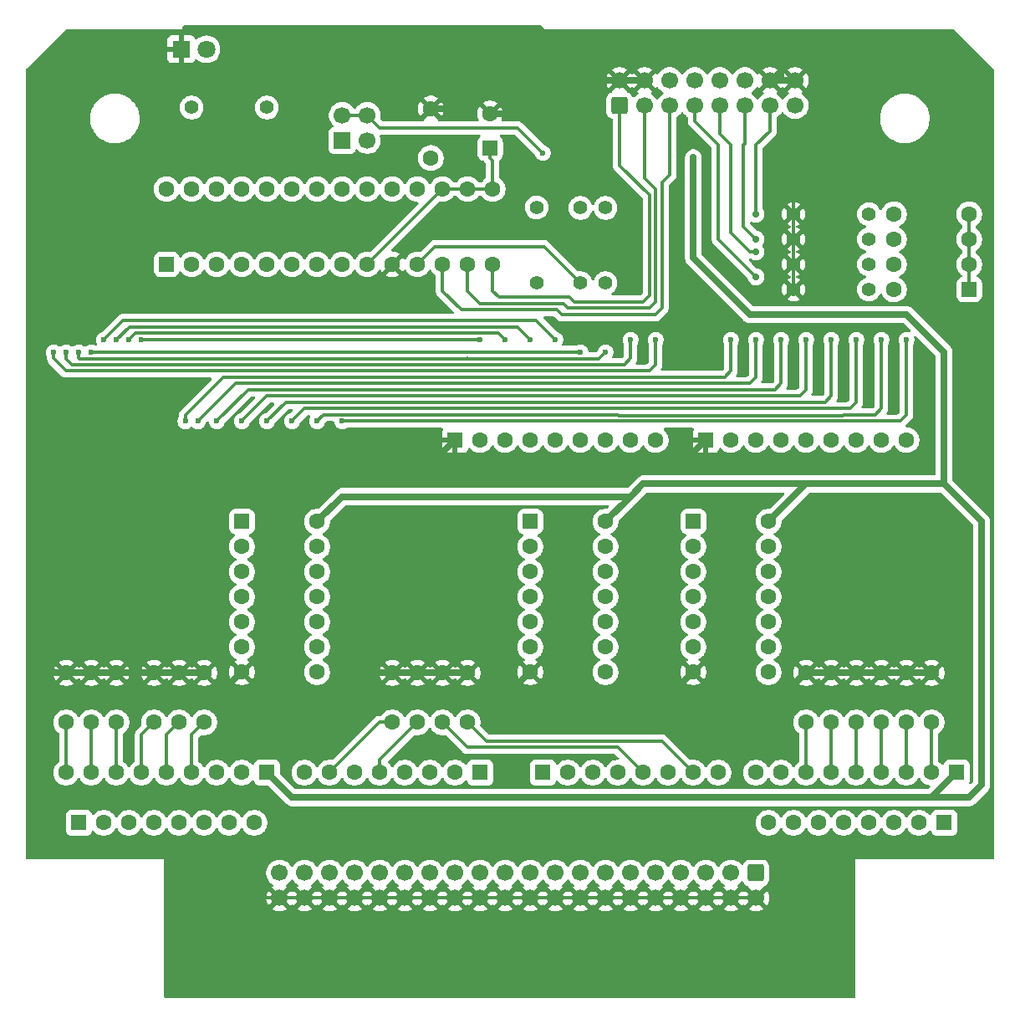
<source format=gbr>
%TF.GenerationSoftware,KiCad,Pcbnew,9.0.7*%
%TF.CreationDate,2026-02-03T13:57:44+01:00*%
%TF.ProjectId,lokho2-inputs,6c6f6b68-6f32-42d6-996e-707574732e6b,rev?*%
%TF.SameCoordinates,Original*%
%TF.FileFunction,Copper,L2,Bot*%
%TF.FilePolarity,Positive*%
%FSLAX46Y46*%
G04 Gerber Fmt 4.6, Leading zero omitted, Abs format (unit mm)*
G04 Created by KiCad (PCBNEW 9.0.7) date 2026-02-03 13:57:44*
%MOMM*%
%LPD*%
G01*
G04 APERTURE LIST*
G04 Aperture macros list*
%AMRoundRect*
0 Rectangle with rounded corners*
0 $1 Rounding radius*
0 $2 $3 $4 $5 $6 $7 $8 $9 X,Y pos of 4 corners*
0 Add a 4 corners polygon primitive as box body*
4,1,4,$2,$3,$4,$5,$6,$7,$8,$9,$2,$3,0*
0 Add four circle primitives for the rounded corners*
1,1,$1+$1,$2,$3*
1,1,$1+$1,$4,$5*
1,1,$1+$1,$6,$7*
1,1,$1+$1,$8,$9*
0 Add four rect primitives between the rounded corners*
20,1,$1+$1,$2,$3,$4,$5,0*
20,1,$1+$1,$4,$5,$6,$7,0*
20,1,$1+$1,$6,$7,$8,$9,0*
20,1,$1+$1,$8,$9,$2,$3,0*%
G04 Aperture macros list end*
%TA.AperFunction,ComponentPad*%
%ADD10R,1.700000X1.700000*%
%TD*%
%TA.AperFunction,ComponentPad*%
%ADD11C,1.700000*%
%TD*%
%TA.AperFunction,ComponentPad*%
%ADD12C,1.400000*%
%TD*%
%TA.AperFunction,ComponentPad*%
%ADD13C,1.600000*%
%TD*%
%TA.AperFunction,ComponentPad*%
%ADD14R,1.800000X1.800000*%
%TD*%
%TA.AperFunction,ComponentPad*%
%ADD15C,1.800000*%
%TD*%
%TA.AperFunction,ComponentPad*%
%ADD16R,1.600000X1.600000*%
%TD*%
%TA.AperFunction,ComponentPad*%
%ADD17RoundRect,0.250000X-0.550000X-0.550000X0.550000X-0.550000X0.550000X0.550000X-0.550000X0.550000X0*%
%TD*%
%TA.AperFunction,ComponentPad*%
%ADD18RoundRect,0.250000X-0.600000X0.600000X-0.600000X-0.600000X0.600000X-0.600000X0.600000X0.600000X0*%
%TD*%
%TA.AperFunction,ComponentPad*%
%ADD19RoundRect,0.250000X0.550000X0.550000X-0.550000X0.550000X-0.550000X-0.550000X0.550000X-0.550000X0*%
%TD*%
%TA.AperFunction,ComponentPad*%
%ADD20RoundRect,0.250000X0.550000X-0.550000X0.550000X0.550000X-0.550000X0.550000X-0.550000X-0.550000X0*%
%TD*%
%TA.AperFunction,ComponentPad*%
%ADD21RoundRect,0.250000X0.600000X-0.600000X0.600000X0.600000X-0.600000X0.600000X-0.600000X-0.600000X0*%
%TD*%
%TA.AperFunction,ViaPad*%
%ADD22C,0.600000*%
%TD*%
%TA.AperFunction,ViaPad*%
%ADD23C,0.700000*%
%TD*%
%TA.AperFunction,Conductor*%
%ADD24C,0.350000*%
%TD*%
%TA.AperFunction,Conductor*%
%ADD25C,0.700000*%
%TD*%
G04 APERTURE END LIST*
D10*
%TO.P,J2,1,Pin_1*%
%TO.N,INTA*%
X133020000Y-72225000D03*
D11*
%TO.P,J2,2,Pin_2*%
%TO.N,GP*%
X133020000Y-69685000D03*
%TO.P,J2,3,Pin_3*%
%TO.N,INTB*%
X135560000Y-72225000D03*
%TO.P,J2,4,Pin_4*%
%TO.N,GP*%
X135560000Y-69685000D03*
%TD*%
D12*
%TO.P,R2,1*%
%TO.N,Net-(U1-B1)*%
X186360000Y-84765000D03*
%TO.P,R2,2*%
%TO.N,GND*%
X178740000Y-84765000D03*
%TD*%
D13*
%TO.P,C17,1*%
%TO.N,INP14F*%
X110160000Y-131120000D03*
%TO.P,C17,2*%
%TO.N,GND*%
X110160000Y-126120000D03*
%TD*%
D12*
%TO.P,R7,1*%
%TO.N,Net-(U1-Oa=b)*%
X125400000Y-68890000D03*
%TO.P,R7,2*%
%TO.N,Net-(D1-A)*%
X117780000Y-68890000D03*
%TD*%
%TO.P,R5,1*%
%TO.N,Net-(U1-Oa=b)*%
X159690000Y-79050000D03*
%TO.P,R5,2*%
%TO.N,Net-(Q1-B)*%
X159690000Y-86670000D03*
%TD*%
D14*
%TO.P,D1,1,K*%
%TO.N,GND*%
X116730000Y-63000000D03*
D15*
%TO.P,D1,2,A*%
%TO.N,Net-(D1-A)*%
X119270000Y-63000000D03*
%TD*%
D13*
%TO.P,C14,1*%
%TO.N,INP11F*%
X138100000Y-131120000D03*
%TO.P,C14,2*%
%TO.N,GND*%
X138100000Y-126120000D03*
%TD*%
D16*
%TO.P,RN5,1,R1.1*%
%TO.N,INP12F*%
X106350000Y-141280000D03*
D13*
%TO.P,RN5,2,R1.2*%
%TO.N,INP15*%
X108890000Y-141280000D03*
%TO.P,RN5,3,R2.1*%
%TO.N,INP13F*%
X111430000Y-141280000D03*
%TO.P,RN5,4,R2.2*%
%TO.N,INP14*%
X113970000Y-141280000D03*
%TO.P,RN5,5,R3.1*%
%TO.N,INP14F*%
X116510000Y-141280000D03*
%TO.P,RN5,6,R3.2*%
%TO.N,INP13*%
X119050000Y-141280000D03*
%TO.P,RN5,7,R4.1*%
%TO.N,INP15F*%
X121590000Y-141280000D03*
%TO.P,RN5,8,R4.2*%
%TO.N,INP12*%
X124130000Y-141280000D03*
%TD*%
%TO.P,C11,1*%
%TO.N,INP8F*%
X116510000Y-131120000D03*
%TO.P,C11,2*%
%TO.N,GND*%
X116510000Y-126120000D03*
%TD*%
%TO.P,C7,1*%
%TO.N,INP4F*%
X182550000Y-131120000D03*
%TO.P,C7,2*%
%TO.N,GND*%
X182550000Y-126120000D03*
%TD*%
%TO.P,C15,1*%
%TO.N,INP12F*%
X105080000Y-131120000D03*
%TO.P,C15,2*%
%TO.N,GND*%
X105080000Y-126120000D03*
%TD*%
%TO.P,C13,1*%
%TO.N,INP10F*%
X140640000Y-131120000D03*
%TO.P,C13,2*%
%TO.N,GND*%
X140640000Y-126120000D03*
%TD*%
%TO.P,C4,1*%
%TO.N,INP1F*%
X190170000Y-131120000D03*
%TO.P,C4,2*%
%TO.N,GND*%
X190170000Y-126120000D03*
%TD*%
%TO.P,C9,1*%
%TO.N,INP6F*%
X143180000Y-131120000D03*
%TO.P,C9,2*%
%TO.N,GND*%
X143180000Y-126120000D03*
%TD*%
D17*
%TO.P,U4,1*%
%TO.N,INP10F*%
X152070000Y-110800000D03*
D13*
%TO.P,U4,2*%
%TO.N,GPA0*%
X152070000Y-113340000D03*
%TO.P,U4,3*%
%TO.N,INP11F*%
X152070000Y-115880000D03*
%TO.P,U4,4*%
%TO.N,GPA1*%
X152070000Y-118420000D03*
%TO.P,U4,5*%
%TO.N,N/C*%
X152070000Y-120960000D03*
%TO.P,U4,6*%
X152070000Y-123500000D03*
%TO.P,U4,7,GND*%
%TO.N,GND*%
X152070000Y-126040000D03*
%TO.P,U4,8*%
%TO.N,GPB1*%
X159690000Y-126040000D03*
%TO.P,U4,9*%
%TO.N,INP7F*%
X159690000Y-123500000D03*
%TO.P,U4,10*%
%TO.N,GPB0*%
X159690000Y-120960000D03*
%TO.P,U4,11*%
%TO.N,INP6F*%
X159690000Y-118420000D03*
%TO.P,U4,12*%
%TO.N,N/C*%
X159690000Y-115880000D03*
%TO.P,U4,13*%
X159690000Y-113340000D03*
%TO.P,U4,14,VCC*%
%TO.N,+3V3*%
X159690000Y-110800000D03*
%TD*%
D16*
%TO.P,RN7,1,R1*%
%TO.N,GND*%
X144450000Y-102545000D03*
D13*
%TO.P,RN7,2,R1.2*%
%TO.N,Net-(D2-K)*%
X146990000Y-102545000D03*
%TO.P,RN7,3,R2.2*%
%TO.N,Net-(D3-K)*%
X149530000Y-102545000D03*
%TO.P,RN7,4,R3.2*%
%TO.N,Net-(D4-K)*%
X152070000Y-102545000D03*
%TO.P,RN7,5,R4.2*%
%TO.N,Net-(D5-K)*%
X154610000Y-102545000D03*
%TO.P,RN7,6,R5.2*%
%TO.N,Net-(D6-K)*%
X157150000Y-102545000D03*
%TO.P,RN7,7,R6.2*%
%TO.N,Net-(D7-K)*%
X159690000Y-102545000D03*
%TO.P,RN7,8,R7.2*%
%TO.N,Net-(D8-K)*%
X162230000Y-102545000D03*
%TO.P,RN7,9,R8.2*%
%TO.N,Net-(D9-K)*%
X164770000Y-102545000D03*
%TD*%
D16*
%TO.P,RN6,1,R1*%
%TO.N,+3V3*%
X125400000Y-136200000D03*
D13*
%TO.P,RN6,2,R1.2*%
%TO.N,INP11F*%
X122860000Y-136200000D03*
%TO.P,RN6,3,R2.2*%
%TO.N,INP10F*%
X120320000Y-136200000D03*
%TO.P,RN6,4,R3.2*%
%TO.N,INP9F*%
X117780000Y-136200000D03*
%TO.P,RN6,5,R4.2*%
%TO.N,INP8F*%
X115240000Y-136200000D03*
%TO.P,RN6,6,R5.2*%
%TO.N,INP15F*%
X112700000Y-136200000D03*
%TO.P,RN6,7,R6.2*%
%TO.N,INP14F*%
X110160000Y-136200000D03*
%TO.P,RN6,8,R7.2*%
%TO.N,INP13F*%
X107620000Y-136200000D03*
%TO.P,RN6,9,R8.2*%
%TO.N,INP12F*%
X105080000Y-136200000D03*
%TD*%
%TO.P,C2,1*%
%TO.N,GND*%
X142000000Y-69000000D03*
%TO.P,C2,2*%
%TO.N,+3V3*%
X142000000Y-74000000D03*
%TD*%
D16*
%TO.P,RN3,1,R1*%
%TO.N,+3V3*%
X195250000Y-136200000D03*
D13*
%TO.P,RN3,2,R1.2*%
%TO.N,INP0F*%
X192710000Y-136200000D03*
%TO.P,RN3,3,R2.2*%
%TO.N,INP1F*%
X190170000Y-136200000D03*
%TO.P,RN3,4,R3.2*%
%TO.N,INP2F*%
X187630000Y-136200000D03*
%TO.P,RN3,5,R4.2*%
%TO.N,INP3F*%
X185090000Y-136200000D03*
%TO.P,RN3,6,R5.2*%
%TO.N,INP4F*%
X182550000Y-136200000D03*
%TO.P,RN3,7,R6.2*%
%TO.N,INP5F*%
X180010000Y-136200000D03*
%TO.P,RN3,8,R7.2*%
%TO.N,INP6F*%
X177470000Y-136200000D03*
%TO.P,RN3,9,R8.2*%
%TO.N,INP7F*%
X174930000Y-136200000D03*
%TD*%
D18*
%TO.P,J1,1,Pin_1*%
%TO.N,unconnected-(J1-Pin_1-Pad1)*%
X174930000Y-146360000D03*
D11*
%TO.P,J1,2,Pin_2*%
%TO.N,GND*%
X174930000Y-148900000D03*
%TO.P,J1,3,Pin_3*%
%TO.N,INP0*%
X172390000Y-146360000D03*
%TO.P,J1,4,Pin_4*%
%TO.N,GND*%
X172390000Y-148900000D03*
%TO.P,J1,5,Pin_5*%
%TO.N,INP1*%
X169850000Y-146360000D03*
%TO.P,J1,6,Pin_6*%
%TO.N,GND*%
X169850000Y-148900000D03*
%TO.P,J1,7,Pin_7*%
%TO.N,INP2*%
X167310000Y-146360000D03*
%TO.P,J1,8,Pin_8*%
%TO.N,GND*%
X167310000Y-148900000D03*
%TO.P,J1,9,Pin_9*%
%TO.N,INP3*%
X164770000Y-146360000D03*
%TO.P,J1,10,Pin_10*%
%TO.N,GND*%
X164770000Y-148900000D03*
%TO.P,J1,11,Pin_11*%
%TO.N,INP4*%
X162230000Y-146360000D03*
%TO.P,J1,12,Pin_12*%
%TO.N,GND*%
X162230000Y-148900000D03*
%TO.P,J1,13,Pin_13*%
%TO.N,INP5*%
X159690000Y-146360000D03*
%TO.P,J1,14,Pin_14*%
%TO.N,GND*%
X159690000Y-148900000D03*
%TO.P,J1,15,Pin_15*%
%TO.N,INP6*%
X157150000Y-146360000D03*
%TO.P,J1,16,Pin_16*%
%TO.N,GND*%
X157150000Y-148900000D03*
%TO.P,J1,17,Pin_17*%
%TO.N,INP7*%
X154610000Y-146360000D03*
%TO.P,J1,18,Pin_18*%
%TO.N,GND*%
X154610000Y-148900000D03*
%TO.P,J1,19,Pin_19*%
%TO.N,unconnected-(J1-Pin_19-Pad19)*%
X152070000Y-146360000D03*
%TO.P,J1,20,Pin_20*%
%TO.N,GND*%
X152070000Y-148900000D03*
%TO.P,J1,21,Pin_21*%
%TO.N,unconnected-(J1-Pin_21-Pad21)*%
X149530000Y-146360000D03*
%TO.P,J1,22,Pin_22*%
%TO.N,GND*%
X149530000Y-148900000D03*
%TO.P,J1,23,Pin_23*%
%TO.N,INP8*%
X146990000Y-146360000D03*
%TO.P,J1,24,Pin_24*%
%TO.N,GND*%
X146990000Y-148900000D03*
%TO.P,J1,25,Pin_25*%
%TO.N,INP9*%
X144450000Y-146360000D03*
%TO.P,J1,26,Pin_26*%
%TO.N,GND*%
X144450000Y-148900000D03*
%TO.P,J1,27,Pin_27*%
%TO.N,INP10*%
X141910000Y-146360000D03*
%TO.P,J1,28,Pin_28*%
%TO.N,GND*%
X141910000Y-148900000D03*
%TO.P,J1,29,Pin_29*%
%TO.N,INP11*%
X139370000Y-146360000D03*
%TO.P,J1,30,Pin_30*%
%TO.N,GND*%
X139370000Y-148900000D03*
%TO.P,J1,31,Pin_31*%
%TO.N,INP12*%
X136830000Y-146360000D03*
%TO.P,J1,32,Pin_32*%
%TO.N,GND*%
X136830000Y-148900000D03*
%TO.P,J1,33,Pin_33*%
%TO.N,INP13*%
X134290000Y-146360000D03*
%TO.P,J1,34,Pin_34*%
%TO.N,GND*%
X134290000Y-148900000D03*
%TO.P,J1,35,Pin_35*%
%TO.N,INP14*%
X131750000Y-146360000D03*
%TO.P,J1,36,Pin_36*%
%TO.N,GND*%
X131750000Y-148900000D03*
%TO.P,J1,37,Pin_37*%
%TO.N,INP15*%
X129210000Y-146360000D03*
%TO.P,J1,38,Pin_38*%
%TO.N,GND*%
X129210000Y-148900000D03*
%TO.P,J1,39,Pin_39*%
%TO.N,unconnected-(J1-Pin_39-Pad39)*%
X126670000Y-146360000D03*
%TO.P,J1,40,Pin_40*%
%TO.N,GND*%
X126670000Y-148900000D03*
%TD*%
D19*
%TO.P,SW1,1*%
%TO.N,+3V3*%
X196520000Y-87305000D03*
D13*
%TO.P,SW1,2*%
X196520000Y-84765000D03*
%TO.P,SW1,3*%
X196520000Y-82225000D03*
%TO.P,SW1,4*%
X196520000Y-79685000D03*
%TO.P,SW1,5*%
%TO.N,Net-(U1-B3)*%
X188900000Y-79685000D03*
%TO.P,SW1,6*%
%TO.N,Net-(U1-B2)*%
X188900000Y-82225000D03*
%TO.P,SW1,7*%
%TO.N,Net-(U1-B1)*%
X188900000Y-84765000D03*
%TO.P,SW1,8*%
%TO.N,Net-(U1-B0)*%
X188900000Y-87305000D03*
%TD*%
D17*
%TO.P,U3,1*%
%TO.N,INP14F*%
X122865000Y-110800000D03*
D13*
%TO.P,U3,2*%
%TO.N,GPA5*%
X122865000Y-113340000D03*
%TO.P,U3,3*%
%TO.N,INP13F*%
X122865000Y-115880000D03*
%TO.P,U3,4*%
%TO.N,GPA6*%
X122865000Y-118420000D03*
%TO.P,U3,5*%
%TO.N,INP12F*%
X122865000Y-120960000D03*
%TO.P,U3,6*%
%TO.N,GPA7*%
X122865000Y-123500000D03*
%TO.P,U3,7,GND*%
%TO.N,GND*%
X122865000Y-126040000D03*
%TO.P,U3,8*%
%TO.N,GPA2*%
X130485000Y-126040000D03*
%TO.P,U3,9*%
%TO.N,INP9F*%
X130485000Y-123500000D03*
%TO.P,U3,10*%
%TO.N,GPA3*%
X130485000Y-120960000D03*
%TO.P,U3,11*%
%TO.N,INP8F*%
X130485000Y-118420000D03*
%TO.P,U3,12*%
%TO.N,GPA4*%
X130485000Y-115880000D03*
%TO.P,U3,13*%
%TO.N,INP15F*%
X130485000Y-113340000D03*
%TO.P,U3,14,VCC*%
%TO.N,+3V3*%
X130485000Y-110800000D03*
%TD*%
D16*
%TO.P,RN4,1,R1.1*%
%TO.N,INP8F*%
X146990000Y-136200000D03*
D13*
%TO.P,RN4,2,R1.2*%
%TO.N,INP8*%
X144450000Y-136200000D03*
%TO.P,RN4,3,R2.1*%
%TO.N,INP9F*%
X141910000Y-136200000D03*
%TO.P,RN4,4,R2.2*%
%TO.N,INP9*%
X139370000Y-136200000D03*
%TO.P,RN4,5,R3.1*%
%TO.N,INP10F*%
X136830000Y-136200000D03*
%TO.P,RN4,6,R3.2*%
%TO.N,INP10*%
X134290000Y-136200000D03*
%TO.P,RN4,7,R4.1*%
%TO.N,INP11F*%
X131750000Y-136200000D03*
%TO.P,RN4,8,R4.2*%
%TO.N,INP11*%
X129210000Y-136200000D03*
%TD*%
D12*
%TO.P,R8,1*%
%TO.N,+3V3*%
X152705000Y-86620000D03*
%TO.P,R8,2*%
%TO.N,Net-(U2-~{RESET})*%
X152705000Y-79000000D03*
%TD*%
D16*
%TO.P,RN2,1,R1.1*%
%TO.N,INP4F*%
X153340000Y-136200000D03*
D13*
%TO.P,RN2,2,R1.2*%
%TO.N,INP7*%
X155880000Y-136200000D03*
%TO.P,RN2,3,R2.1*%
%TO.N,INP5F*%
X158420000Y-136200000D03*
%TO.P,RN2,4,R2.2*%
%TO.N,INP6*%
X160960000Y-136200000D03*
%TO.P,RN2,5,R3.1*%
%TO.N,INP6F*%
X163500000Y-136200000D03*
%TO.P,RN2,6,R3.2*%
%TO.N,INP5*%
X166040000Y-136200000D03*
%TO.P,RN2,7,R4.1*%
%TO.N,INP7F*%
X168580000Y-136200000D03*
%TO.P,RN2,8,R4.2*%
%TO.N,INP4*%
X171120000Y-136200000D03*
%TD*%
%TO.P,C18,1*%
%TO.N,INP15F*%
X113970000Y-131120000D03*
%TO.P,C18,2*%
%TO.N,GND*%
X113970000Y-126120000D03*
%TD*%
%TO.P,C6,1*%
%TO.N,INP3F*%
X185090000Y-131120000D03*
%TO.P,C6,2*%
%TO.N,GND*%
X185090000Y-126120000D03*
%TD*%
D16*
%TO.P,RN1,1,R1.1*%
%TO.N,INP0F*%
X193980000Y-141280000D03*
D13*
%TO.P,RN1,2,R1.2*%
%TO.N,INP0*%
X191440000Y-141280000D03*
%TO.P,RN1,3,R2.1*%
%TO.N,INP1F*%
X188900000Y-141280000D03*
%TO.P,RN1,4,R2.2*%
%TO.N,INP1*%
X186360000Y-141280000D03*
%TO.P,RN1,5,R3.1*%
%TO.N,INP2F*%
X183820000Y-141280000D03*
%TO.P,RN1,6,R3.2*%
%TO.N,INP2*%
X181280000Y-141280000D03*
%TO.P,RN1,7,R4.1*%
%TO.N,INP3F*%
X178740000Y-141280000D03*
%TO.P,RN1,8,R4.2*%
%TO.N,INP3*%
X176200000Y-141280000D03*
%TD*%
D12*
%TO.P,R1,1*%
%TO.N,Net-(U1-B0)*%
X186360000Y-87305000D03*
%TO.P,R1,2*%
%TO.N,GND*%
X178740000Y-87305000D03*
%TD*%
D13*
%TO.P,C3,1*%
%TO.N,INP0F*%
X192710000Y-131120000D03*
%TO.P,C3,2*%
%TO.N,GND*%
X192710000Y-126120000D03*
%TD*%
%TO.P,C12,1*%
%TO.N,INP9F*%
X119050000Y-131120000D03*
%TO.P,C12,2*%
%TO.N,GND*%
X119050000Y-126120000D03*
%TD*%
%TO.P,C16,1*%
%TO.N,INP13F*%
X107620000Y-131120000D03*
%TO.P,C16,2*%
%TO.N,GND*%
X107620000Y-126120000D03*
%TD*%
D12*
%TO.P,R4,1*%
%TO.N,Net-(U1-B3)*%
X186360000Y-79685000D03*
%TO.P,R4,2*%
%TO.N,GND*%
X178740000Y-79685000D03*
%TD*%
D17*
%TO.P,U5,1*%
%TO.N,INP3F*%
X168580000Y-110800000D03*
D13*
%TO.P,U5,2*%
%TO.N,GPB4*%
X168580000Y-113340000D03*
%TO.P,U5,3*%
%TO.N,INP4F*%
X168580000Y-115880000D03*
%TO.P,U5,4*%
%TO.N,GPB3*%
X168580000Y-118420000D03*
%TO.P,U5,5*%
%TO.N,INP5F*%
X168580000Y-120960000D03*
%TO.P,U5,6*%
%TO.N,GPB2*%
X168580000Y-123500000D03*
%TO.P,U5,7,GND*%
%TO.N,GND*%
X168580000Y-126040000D03*
%TO.P,U5,8*%
%TO.N,GPB7*%
X176200000Y-126040000D03*
%TO.P,U5,9*%
%TO.N,INP0F*%
X176200000Y-123500000D03*
%TO.P,U5,10*%
%TO.N,GPB6*%
X176200000Y-120960000D03*
%TO.P,U5,11*%
%TO.N,INP1F*%
X176200000Y-118420000D03*
%TO.P,U5,12*%
%TO.N,GPB5*%
X176200000Y-115880000D03*
%TO.P,U5,13*%
%TO.N,INP2F*%
X176200000Y-113340000D03*
%TO.P,U5,14,VCC*%
%TO.N,+3V3*%
X176200000Y-110800000D03*
%TD*%
D20*
%TO.P,C1,1*%
%TO.N,+3V3*%
X148000000Y-73000000D03*
D13*
%TO.P,C1,2*%
%TO.N,GND*%
X148000000Y-69500000D03*
%TD*%
D16*
%TO.P,RN8,1,R1*%
%TO.N,GND*%
X169850000Y-102545000D03*
D13*
%TO.P,RN8,2,R1.2*%
%TO.N,Net-(D10-K)*%
X172390000Y-102545000D03*
%TO.P,RN8,3,R2.2*%
%TO.N,Net-(D11-K)*%
X174930000Y-102545000D03*
%TO.P,RN8,4,R3.2*%
%TO.N,Net-(D12-K)*%
X177470000Y-102545000D03*
%TO.P,RN8,5,R4.2*%
%TO.N,Net-(D13-K)*%
X180010000Y-102545000D03*
%TO.P,RN8,6,R5.2*%
%TO.N,Net-(D14-K)*%
X182550000Y-102545000D03*
%TO.P,RN8,7,R6.2*%
%TO.N,Net-(D15-K)*%
X185090000Y-102545000D03*
%TO.P,RN8,8,R7.2*%
%TO.N,Net-(D16-K)*%
X187630000Y-102545000D03*
%TO.P,RN8,9,R8.2*%
%TO.N,Net-(D17-K)*%
X190170000Y-102545000D03*
%TD*%
D12*
%TO.P,R3,1*%
%TO.N,Net-(U1-B2)*%
X186360000Y-82225000D03*
%TO.P,R3,2*%
%TO.N,GND*%
X178740000Y-82225000D03*
%TD*%
D20*
%TO.P,U2,1,GPB0*%
%TO.N,GPB0*%
X115240000Y-84765000D03*
D13*
%TO.P,U2,2,GPB1*%
%TO.N,GPB1*%
X117780000Y-84765000D03*
%TO.P,U2,3,GPB2*%
%TO.N,GPB2*%
X120320000Y-84765000D03*
%TO.P,U2,4,GPB3*%
%TO.N,GPB3*%
X122860000Y-84765000D03*
%TO.P,U2,5,GPB4*%
%TO.N,GPB4*%
X125400000Y-84765000D03*
%TO.P,U2,6,GPB5*%
%TO.N,GPB5*%
X127940000Y-84765000D03*
%TO.P,U2,7,GPB6*%
%TO.N,GPB6*%
X130480000Y-84765000D03*
%TO.P,U2,8,GPB7*%
%TO.N,GPB7*%
X133020000Y-84765000D03*
%TO.P,U2,9,VDD*%
%TO.N,+3V3*%
X135560000Y-84765000D03*
%TO.P,U2,10,VSS*%
%TO.N,GND*%
X138100000Y-84765000D03*
%TO.P,U2,11,~{CS}*%
%TO.N,ADDR_SEL*%
X140640000Y-84765000D03*
%TO.P,U2,12,SCK*%
%TO.N,SPI_SCK*%
X143180000Y-84765000D03*
%TO.P,U2,13,SI*%
%TO.N,SPI_MOSI*%
X145720000Y-84765000D03*
%TO.P,U2,14,SO*%
%TO.N,SPI_MISO*%
X148260000Y-84765000D03*
%TO.P,U2,15,A0*%
%TO.N,+3V3*%
X148260000Y-77145000D03*
%TO.P,U2,16,A1*%
X145720000Y-77145000D03*
%TO.P,U2,17,A2*%
X143180000Y-77145000D03*
%TO.P,U2,18,~{RESET}*%
%TO.N,Net-(U2-~{RESET})*%
X140640000Y-77145000D03*
%TO.P,U2,19,INTB*%
%TO.N,INTB*%
X138100000Y-77145000D03*
%TO.P,U2,20,INTA*%
%TO.N,INTA*%
X135560000Y-77145000D03*
%TO.P,U2,21,GPA0*%
%TO.N,GPA0*%
X133020000Y-77145000D03*
%TO.P,U2,22,GPA1*%
%TO.N,GPA1*%
X130480000Y-77145000D03*
%TO.P,U2,23,GPA2*%
%TO.N,GPA2*%
X127940000Y-77145000D03*
%TO.P,U2,24,GPA3*%
%TO.N,GPA3*%
X125400000Y-77145000D03*
%TO.P,U2,25,GPA4*%
%TO.N,GPA4*%
X122860000Y-77145000D03*
%TO.P,U2,26,GPA5*%
%TO.N,GPA5*%
X120320000Y-77145000D03*
%TO.P,U2,27,GPA6*%
%TO.N,GPA6*%
X117780000Y-77145000D03*
%TO.P,U2,28,GPA7*%
%TO.N,GPA7*%
X115240000Y-77145000D03*
%TD*%
%TO.P,C8,1*%
%TO.N,INP5F*%
X180010000Y-131120000D03*
%TO.P,C8,2*%
%TO.N,GND*%
X180010000Y-126120000D03*
%TD*%
D12*
%TO.P,R6,1*%
%TO.N,ADDR_SEL*%
X157150000Y-86670000D03*
%TO.P,R6,2*%
%TO.N,+3V3*%
X157150000Y-79050000D03*
%TD*%
D13*
%TO.P,C5,1*%
%TO.N,INP2F*%
X187630000Y-131120000D03*
%TO.P,C5,2*%
%TO.N,GND*%
X187630000Y-126120000D03*
%TD*%
D21*
%TO.P,SPI1,1,Pin_1*%
%TO.N,SPI_MISO*%
X161110000Y-68697500D03*
D11*
%TO.P,SPI1,2,Pin_2*%
%TO.N,GND*%
X161110000Y-66157500D03*
%TO.P,SPI1,3,Pin_3*%
%TO.N,SPI_MOSI*%
X163650000Y-68697500D03*
%TO.P,SPI1,4,Pin_4*%
%TO.N,GND*%
X163650000Y-66157500D03*
%TO.P,SPI1,5,Pin_5*%
%TO.N,SPI_SCK*%
X166190000Y-68697500D03*
%TO.P,SPI1,6,Pin_6*%
%TO.N,+3V3*%
X166190000Y-66157500D03*
%TO.P,SPI1,7,Pin_7*%
%TO.N,SPI_S0*%
X168730000Y-68697500D03*
%TO.P,SPI1,8,Pin_8*%
%TO.N,+3V3*%
X168730000Y-66157500D03*
%TO.P,SPI1,9,Pin_9*%
%TO.N,SPI_S1*%
X171270000Y-68697500D03*
%TO.P,SPI1,10,Pin_10*%
%TO.N,+3V3*%
X171270000Y-66157500D03*
%TO.P,SPI1,11,Pin_11*%
%TO.N,SPI_S2*%
X173810000Y-68697500D03*
%TO.P,SPI1,12,Pin_12*%
%TO.N,+3V3*%
X173810000Y-66157500D03*
%TO.P,SPI1,13,Pin_13*%
%TO.N,SPI_S3*%
X176350000Y-68697500D03*
%TO.P,SPI1,14,Pin_14*%
%TO.N,GND*%
X176350000Y-66157500D03*
%TO.P,SPI1,15,Pin_15*%
%TO.N,GP*%
X178890000Y-68697500D03*
%TO.P,SPI1,16,Pin_16*%
%TO.N,GND*%
X178890000Y-66157500D03*
%TD*%
D13*
%TO.P,C10,1*%
%TO.N,INP7F*%
X145720000Y-131120000D03*
%TO.P,C10,2*%
%TO.N,GND*%
X145720000Y-126120000D03*
%TD*%
D22*
%TO.N,GP*%
X153340000Y-73495000D03*
D23*
%TO.N,GND*%
X162865000Y-79685000D03*
X162865000Y-87305000D03*
X162865000Y-82225000D03*
D22*
%TO.N,+3V3*%
X168580000Y-73970000D03*
D23*
%TO.N,SPI_S0*%
X174930000Y-86035000D03*
%TO.N,SPI_S1*%
X174930000Y-83495000D03*
%TO.N,SPI_S2*%
X174930000Y-82225000D03*
%TO.N,SPI_S3*%
X174930000Y-79685000D03*
D22*
%TO.N,GPB0*%
X117145000Y-100640000D03*
X172390000Y-92385000D03*
%TO.N,GPA4*%
X107620000Y-93655000D03*
X157150000Y-93655000D03*
%TO.N,GPB2*%
X177470000Y-92385000D03*
X120320000Y-100640000D03*
%TO.N,GPB3*%
X122860000Y-100640000D03*
X180010000Y-92385000D03*
%TO.N,GPB5*%
X185090000Y-92385000D03*
X127940000Y-100640000D03*
%TO.N,GPA3*%
X154610000Y-92385000D03*
X108890000Y-92385000D03*
%TO.N,GPB1*%
X174930000Y-92385000D03*
X118415000Y-100640000D03*
%TO.N,GPA0*%
X146990000Y-92385000D03*
X112700000Y-92385000D03*
%TO.N,GPA2*%
X110160000Y-92385000D03*
X152070000Y-92385000D03*
%TO.N,GPB4*%
X182550000Y-92385000D03*
X125400000Y-100640000D03*
%TO.N,GPA5*%
X106350000Y-93655000D03*
X159690000Y-93655000D03*
%TO.N,GPA7*%
X103810000Y-93655000D03*
X164770000Y-92385000D03*
%TO.N,GPB6*%
X130480000Y-100640000D03*
X187630000Y-92385000D03*
%TO.N,GPA6*%
X105080000Y-93655000D03*
X162230000Y-92385000D03*
%TO.N,GPB7*%
X133020000Y-100640000D03*
X190170000Y-92385000D03*
%TO.N,GPA1*%
X149530000Y-92385000D03*
X111430000Y-92385000D03*
%TD*%
D24*
%TO.N,GP*%
X150800000Y-70955000D02*
X153340000Y-73495000D01*
X135560000Y-69685000D02*
X136830000Y-70955000D01*
X136830000Y-70955000D02*
X150800000Y-70955000D01*
X133020000Y-69685000D02*
X135560000Y-69685000D01*
%TO.N,SPI_MISO*%
X161110000Y-74755000D02*
X161110000Y-68697500D01*
X164135000Y-87940000D02*
X164135000Y-77780000D01*
X164135000Y-77780000D02*
X161110000Y-74755000D01*
X163500000Y-88575000D02*
X164135000Y-87940000D01*
X156515000Y-88575000D02*
X163500000Y-88575000D01*
X156040000Y-88100000D02*
X156515000Y-88575000D01*
X148895000Y-88100000D02*
X156040000Y-88100000D01*
X148260000Y-87465000D02*
X148895000Y-88100000D01*
X148260000Y-84765000D02*
X148260000Y-87465000D01*
%TO.N,SPI_MOSI*%
X163650000Y-76025000D02*
X163650000Y-68697500D01*
X164135000Y-89210000D02*
X164770000Y-88575000D01*
X155405000Y-88735000D02*
X155880000Y-89210000D01*
X155880000Y-89210000D02*
X164135000Y-89210000D01*
X164770000Y-88575000D02*
X164770000Y-77145000D01*
X146990000Y-88735000D02*
X155405000Y-88735000D01*
X145720000Y-87465000D02*
X146990000Y-88735000D01*
X145720000Y-84765000D02*
X145720000Y-87465000D01*
X164770000Y-77145000D02*
X163650000Y-76025000D01*
%TO.N,SPI_SCK*%
X166190000Y-75725000D02*
X166190000Y-68697500D01*
X164770000Y-89845000D02*
X165405000Y-89210000D01*
X155245000Y-89845000D02*
X164770000Y-89845000D01*
X165405000Y-89210000D02*
X165405000Y-76510000D01*
X154770000Y-89370000D02*
X155245000Y-89845000D01*
X145085000Y-89370000D02*
X154770000Y-89370000D01*
X165405000Y-76510000D02*
X166190000Y-75725000D01*
X143180000Y-87465000D02*
X145085000Y-89370000D01*
X143180000Y-84765000D02*
X143180000Y-87465000D01*
%TO.N,ADDR_SEL*%
X142405000Y-83000000D02*
X153480000Y-83000000D01*
X153480000Y-83000000D02*
X157150000Y-86670000D01*
X140640000Y-84765000D02*
X142405000Y-83000000D01*
D25*
%TO.N,GND*%
X150247652Y-69500000D02*
X148000000Y-69500000D01*
X151463826Y-68283826D02*
X150247652Y-69500000D01*
D24*
%TO.N,+3V3*%
X148000000Y-74000000D02*
X148000000Y-73000000D01*
X148260000Y-77145000D02*
X148260000Y-74260000D01*
X148260000Y-74260000D02*
X148000000Y-74000000D01*
D25*
%TO.N,GND*%
X146587500Y-66157500D02*
X153590151Y-66157500D01*
X143745000Y-69000000D02*
X146587500Y-66157500D01*
X142000000Y-69000000D02*
X143745000Y-69000000D01*
D24*
X143815000Y-79050000D02*
X149530000Y-79050000D01*
X116730000Y-61266000D02*
X117145000Y-60851000D01*
D25*
X145720000Y-126120000D02*
X136750000Y-126120000D01*
X192710000Y-126120000D02*
X179930000Y-126120000D01*
D24*
X178740000Y-87305000D02*
X178740000Y-79685000D01*
X116730000Y-63000000D02*
X116730000Y-61266000D01*
D25*
X103810000Y-128580000D02*
X120325000Y-128580000D01*
X153368826Y-66378826D02*
X151463826Y-68283826D01*
D24*
X120320000Y-148900000D02*
X115240000Y-143820000D01*
D25*
X141275000Y-105720000D02*
X102540000Y-105720000D01*
X102540000Y-124770000D02*
X102540000Y-127310000D01*
X177470000Y-66157500D02*
X176350000Y-66157500D01*
X120325000Y-128580000D02*
X134290000Y-128580000D01*
X134290000Y-128580000D02*
X149530000Y-128580000D01*
X136750000Y-126120000D02*
X134290000Y-128580000D01*
X122865000Y-126040000D02*
X120325000Y-128580000D01*
X177470000Y-64445000D02*
X176835000Y-63810000D01*
D24*
X181915000Y-70160000D02*
X181915000Y-64445000D01*
X149530000Y-79050000D02*
X154610000Y-73970000D01*
D25*
X102540000Y-127310000D02*
X103810000Y-128580000D01*
X177470000Y-66157500D02*
X177470000Y-64445000D01*
D24*
X152705000Y-69525000D02*
X151463826Y-68283826D01*
D25*
X152978652Y-60851000D02*
X145720000Y-60851000D01*
X178890000Y-66157500D02*
X177470000Y-66157500D01*
X102540000Y-86670000D02*
X102540000Y-105720000D01*
D24*
X154610000Y-73970000D02*
X154610000Y-71430000D01*
X103810000Y-143820000D02*
X102540000Y-142550000D01*
X181915000Y-64445000D02*
X181280000Y-63810000D01*
X174930000Y-148900000D02*
X120320000Y-148900000D01*
D25*
X179930000Y-126120000D02*
X177470000Y-128580000D01*
X121590000Y-71430000D02*
X117780000Y-75240000D01*
X168580000Y-126040000D02*
X166040000Y-128580000D01*
X153590151Y-66157500D02*
X153368826Y-66378826D01*
D24*
X115240000Y-143820000D02*
X103810000Y-143820000D01*
D25*
X166040000Y-128580000D02*
X177470000Y-128580000D01*
X102540000Y-105720000D02*
X102540000Y-124770000D01*
D24*
X178740000Y-79685000D02*
X178740000Y-73335000D01*
D25*
X149530000Y-128580000D02*
X166040000Y-128580000D01*
X121590000Y-63391000D02*
X121590000Y-71430000D01*
D24*
X162865000Y-82225000D02*
X162865000Y-87305000D01*
D25*
X117780000Y-75240000D02*
X113970000Y-75240000D01*
X155937652Y-63810000D02*
X153368826Y-66378826D01*
X124130000Y-60851000D02*
X117145000Y-60851000D01*
D24*
X178740000Y-73335000D02*
X181915000Y-70160000D01*
D25*
X166675000Y-105720000D02*
X141275000Y-105720000D01*
X163650000Y-66157500D02*
X153590151Y-66157500D01*
X103890000Y-126120000D02*
X102540000Y-124770000D01*
D24*
X162865000Y-79685000D02*
X154610000Y-71430000D01*
X138100000Y-84765000D02*
X143815000Y-79050000D01*
X162865000Y-79685000D02*
X162865000Y-82225000D01*
D25*
X169850000Y-102545000D02*
X166675000Y-105720000D01*
X144450000Y-102545000D02*
X141275000Y-105720000D01*
X113970000Y-75240000D02*
X102540000Y-86670000D01*
X155937652Y-63810000D02*
X152978652Y-60851000D01*
X176835000Y-63810000D02*
X155937652Y-63810000D01*
X124130000Y-60851000D02*
X121590000Y-63391000D01*
D24*
X102540000Y-142550000D02*
X102540000Y-127310000D01*
D25*
X119050000Y-126120000D02*
X103890000Y-126120000D01*
D24*
X154610000Y-71430000D02*
X152705000Y-69525000D01*
D25*
X145720000Y-60851000D02*
X124130000Y-60851000D01*
D24*
X181280000Y-63810000D02*
X176835000Y-63810000D01*
D25*
X149530000Y-128580000D02*
X152070000Y-126040000D01*
%TO.N,+3V3*%
X125400000Y-136200000D02*
X127940000Y-138740000D01*
X192710000Y-138740000D02*
X196520000Y-138740000D01*
X196520000Y-138740000D02*
X197790000Y-137470000D01*
X190170000Y-89845000D02*
X193980000Y-93655000D01*
X168580000Y-106990000D02*
X180010000Y-106990000D01*
X133022500Y-108262500D02*
X162227500Y-108262500D01*
X193980000Y-93655000D02*
X193980000Y-106990000D01*
X162227500Y-108262500D02*
X163500000Y-106990000D01*
X159690000Y-110800000D02*
X162227500Y-108262500D01*
X168580000Y-73970000D02*
X168580000Y-84130000D01*
X176200000Y-110800000D02*
X180010000Y-106990000D01*
X174295000Y-89845000D02*
X190170000Y-89845000D01*
X127940000Y-138740000D02*
X192710000Y-138740000D01*
X192710000Y-138740000D02*
X195250000Y-136200000D01*
D24*
X135560000Y-84765000D02*
X143180000Y-77145000D01*
D25*
X163500000Y-106990000D02*
X168580000Y-106990000D01*
D24*
X143180000Y-77145000D02*
X148260000Y-77145000D01*
D25*
X130485000Y-110800000D02*
X133022500Y-108262500D01*
X180010000Y-106990000D02*
X193980000Y-106990000D01*
D24*
X196520000Y-87305000D02*
X196520000Y-79685000D01*
D25*
X193980000Y-106990000D02*
X197790000Y-110800000D01*
X197790000Y-137470000D02*
X197790000Y-110800000D01*
X168580000Y-84130000D02*
X174295000Y-89845000D01*
D24*
%TO.N,SPI_S0*%
X171120000Y-82225000D02*
X171120000Y-72700000D01*
X174930000Y-86035000D02*
X171120000Y-82225000D01*
X168730000Y-70310000D02*
X168730000Y-68697500D01*
X171120000Y-72700000D02*
X168730000Y-70310000D01*
%TO.N,SPI_S1*%
X172390000Y-81590000D02*
X172390000Y-72700000D01*
X171270000Y-71580000D02*
X171270000Y-68697500D01*
X174930000Y-83495000D02*
X174295000Y-83495000D01*
X174295000Y-83495000D02*
X172390000Y-81590000D01*
X172390000Y-72700000D02*
X171270000Y-71580000D01*
%TO.N,SPI_S2*%
X173810000Y-72550000D02*
X173810000Y-68697500D01*
X173660000Y-80955000D02*
X173660000Y-72700000D01*
X174930000Y-82225000D02*
X173660000Y-80955000D01*
X173660000Y-72700000D02*
X173810000Y-72550000D01*
%TO.N,SPI_S3*%
X176350000Y-71280000D02*
X174930000Y-72700000D01*
X176350000Y-68697500D02*
X176350000Y-71280000D01*
X174930000Y-72700000D02*
X174930000Y-79685000D01*
%TO.N,GPB0*%
X117145000Y-100640000D02*
X117145000Y-100005000D01*
X171755000Y-96195000D02*
X172390000Y-95560000D01*
X172390000Y-95560000D02*
X172390000Y-92385000D01*
X117145000Y-100005000D02*
X120955000Y-96195000D01*
X120955000Y-96195000D02*
X171755000Y-96195000D01*
%TO.N,GPA4*%
X157150000Y-93655000D02*
X107620000Y-93655000D01*
%TO.N,GPB2*%
X123495000Y-97465000D02*
X120320000Y-100640000D01*
X177470000Y-96830000D02*
X176835000Y-97465000D01*
X177470000Y-92385000D02*
X177470000Y-96830000D01*
X176835000Y-97465000D02*
X123495000Y-97465000D01*
%TO.N,GPB3*%
X179375000Y-98100000D02*
X125400000Y-98100000D01*
X180010000Y-97465000D02*
X179375000Y-98100000D01*
X180010000Y-92385000D02*
X180010000Y-97465000D01*
X125400000Y-98100000D02*
X122860000Y-100640000D01*
%TO.N,GPB5*%
X185090000Y-98735000D02*
X184455000Y-99370000D01*
X185090000Y-92385000D02*
X185090000Y-98735000D01*
X184455000Y-99370000D02*
X129210000Y-99370000D01*
X129210000Y-99370000D02*
X127940000Y-100640000D01*
%TO.N,GPA3*%
X110836000Y-90439000D02*
X152664000Y-90439000D01*
X152664000Y-90439000D02*
X154610000Y-92385000D01*
X108890000Y-92385000D02*
X110836000Y-90439000D01*
%TO.N,GPB1*%
X174295000Y-96830000D02*
X122225000Y-96830000D01*
X174930000Y-92385000D02*
X174930000Y-96195000D01*
X122225000Y-96830000D02*
X118415000Y-100640000D01*
X174930000Y-96195000D02*
X174295000Y-96830000D01*
%TO.N,GPA0*%
X146990000Y-92385000D02*
X112700000Y-92385000D01*
%TO.N,GPA2*%
X111471000Y-91074000D02*
X150759000Y-91074000D01*
X110160000Y-92385000D02*
X111471000Y-91074000D01*
X150759000Y-91074000D02*
X152070000Y-92385000D01*
%TO.N,GPB4*%
X182550000Y-92385000D02*
X182550000Y-98100000D01*
X181915000Y-98735000D02*
X127305000Y-98735000D01*
X182550000Y-98100000D02*
X181915000Y-98735000D01*
X127305000Y-98735000D02*
X125400000Y-100640000D01*
%TO.N,GPA5*%
X145720000Y-94290000D02*
X145761000Y-94331000D01*
X145761000Y-94331000D02*
X159014000Y-94331000D01*
X145679000Y-94331000D02*
X145720000Y-94290000D01*
X106391000Y-94331000D02*
X145679000Y-94331000D01*
X106350000Y-93655000D02*
X106350000Y-94290000D01*
X106350000Y-94290000D02*
X106391000Y-94331000D01*
X159014000Y-94331000D02*
X159690000Y-93655000D01*
%TO.N,GPA7*%
X103810000Y-93655000D02*
X103810000Y-94290000D01*
X164770000Y-94925000D02*
X164770000Y-92385000D01*
X105080000Y-95560000D02*
X164135000Y-95560000D01*
X103810000Y-94290000D02*
X105080000Y-95560000D01*
X164135000Y-95560000D02*
X164770000Y-94925000D01*
%TO.N,GPB6*%
X187630000Y-99370000D02*
X186995000Y-100005000D01*
X183820000Y-100005000D02*
X183736000Y-100089000D01*
X183736000Y-100089000D02*
X161044000Y-100089000D01*
X186995000Y-100005000D02*
X183820000Y-100005000D01*
X131156000Y-99964000D02*
X130480000Y-100640000D01*
X160919000Y-99964000D02*
X131156000Y-99964000D01*
X161044000Y-100089000D02*
X160919000Y-99964000D01*
X187630000Y-92385000D02*
X187630000Y-99370000D01*
%TO.N,GPA6*%
X105080000Y-93655000D02*
X105080000Y-94374000D01*
X162230000Y-94290000D02*
X162230000Y-92385000D01*
X105631000Y-94925000D02*
X161595000Y-94925000D01*
X105080000Y-94374000D02*
X105631000Y-94925000D01*
X161595000Y-94925000D02*
X162230000Y-94290000D01*
%TO.N,GPB7*%
X190170000Y-92385000D02*
X190170000Y-100005000D01*
X190170000Y-100005000D02*
X189535000Y-100640000D01*
X189535000Y-100640000D02*
X133020000Y-100640000D01*
%TO.N,GPA1*%
X111430000Y-92385000D02*
X112106000Y-91709000D01*
X148854000Y-91709000D02*
X149530000Y-92385000D01*
X112106000Y-91709000D02*
X148854000Y-91709000D01*
%TO.N,INP0F*%
X192710000Y-131120000D02*
X192710000Y-136200000D01*
%TO.N,INP1F*%
X190170000Y-131120000D02*
X190170000Y-136200000D01*
%TO.N,INP2F*%
X187630000Y-131120000D02*
X187630000Y-136200000D01*
%TO.N,INP3F*%
X185090000Y-131120000D02*
X185090000Y-136200000D01*
%TO.N,INP4F*%
X182550000Y-131120000D02*
X182550000Y-136200000D01*
%TO.N,INP5F*%
X180010000Y-131120000D02*
X180010000Y-136200000D01*
%TO.N,INP6F*%
X143180000Y-131120000D02*
X145720000Y-133660000D01*
X160960000Y-133660000D02*
X163500000Y-136200000D01*
X145720000Y-133660000D02*
X160960000Y-133660000D01*
%TO.N,INP7F*%
X165405000Y-133025000D02*
X168580000Y-136200000D01*
X145720000Y-131120000D02*
X147625000Y-133025000D01*
X147625000Y-133025000D02*
X165405000Y-133025000D01*
%TO.N,INP8F*%
X115240000Y-132390000D02*
X116510000Y-131120000D01*
X115240000Y-136200000D02*
X115240000Y-132390000D01*
%TO.N,INP9F*%
X117780000Y-136200000D02*
X117780000Y-132390000D01*
X117780000Y-132390000D02*
X119050000Y-131120000D01*
%TO.N,INP10F*%
X136830000Y-136200000D02*
X136830000Y-134930000D01*
X136830000Y-134930000D02*
X140640000Y-131120000D01*
%TO.N,INP11F*%
X138100000Y-131120000D02*
X136830000Y-131120000D01*
X136830000Y-131120000D02*
X131750000Y-136200000D01*
%TO.N,INP12F*%
X105080000Y-136200000D02*
X105080000Y-131120000D01*
%TO.N,INP13F*%
X107620000Y-136200000D02*
X107620000Y-131120000D01*
%TO.N,INP14F*%
X110160000Y-136200000D02*
X110160000Y-131120000D01*
%TO.N,INP15F*%
X112700000Y-132390000D02*
X113970000Y-131120000D01*
X112700000Y-136200000D02*
X112700000Y-132390000D01*
%TD*%
%TA.AperFunction,Conductor*%
%TO.N,GND*%
G36*
X128011444Y-147013999D02*
G01*
X128050486Y-147059056D01*
X128054951Y-147067820D01*
X128179890Y-147239786D01*
X128330213Y-147390109D01*
X128502179Y-147515048D01*
X128502181Y-147515049D01*
X128502184Y-147515051D01*
X128511493Y-147519794D01*
X128562290Y-147567766D01*
X128579087Y-147635587D01*
X128556552Y-147701722D01*
X128511505Y-147740760D01*
X128502446Y-147745376D01*
X128502440Y-147745380D01*
X128448282Y-147784727D01*
X128448282Y-147784728D01*
X129080591Y-148417037D01*
X129017007Y-148434075D01*
X128902993Y-148499901D01*
X128809901Y-148592993D01*
X128744075Y-148707007D01*
X128727037Y-148770591D01*
X128094728Y-148138282D01*
X128094727Y-148138282D01*
X128055380Y-148192440D01*
X128050483Y-148202051D01*
X128002506Y-148252845D01*
X127934684Y-148269638D01*
X127868550Y-148247098D01*
X127829516Y-148202048D01*
X127824626Y-148192452D01*
X127785270Y-148138282D01*
X127785269Y-148138282D01*
X127152962Y-148770590D01*
X127135925Y-148707007D01*
X127070099Y-148592993D01*
X126977007Y-148499901D01*
X126862993Y-148434075D01*
X126799409Y-148417037D01*
X127431716Y-147784728D01*
X127377547Y-147745373D01*
X127377547Y-147745372D01*
X127368500Y-147740763D01*
X127317706Y-147692788D01*
X127300912Y-147624966D01*
X127323451Y-147558832D01*
X127368508Y-147519793D01*
X127377816Y-147515051D01*
X127496728Y-147428657D01*
X127549786Y-147390109D01*
X127549788Y-147390106D01*
X127549792Y-147390104D01*
X127700104Y-147239792D01*
X127700106Y-147239788D01*
X127700109Y-147239786D01*
X127825048Y-147067820D01*
X127825047Y-147067820D01*
X127825051Y-147067816D01*
X127829514Y-147059054D01*
X127877488Y-147008259D01*
X127945308Y-146991463D01*
X128011444Y-147013999D01*
G37*
%TD.AperFunction*%
%TA.AperFunction,Conductor*%
G36*
X130551444Y-147013999D02*
G01*
X130590486Y-147059056D01*
X130594951Y-147067820D01*
X130719890Y-147239786D01*
X130870213Y-147390109D01*
X131042179Y-147515048D01*
X131042181Y-147515049D01*
X131042184Y-147515051D01*
X131051493Y-147519794D01*
X131102290Y-147567766D01*
X131119087Y-147635587D01*
X131096552Y-147701722D01*
X131051505Y-147740760D01*
X131042446Y-147745376D01*
X131042440Y-147745380D01*
X130988282Y-147784727D01*
X130988282Y-147784728D01*
X131620591Y-148417037D01*
X131557007Y-148434075D01*
X131442993Y-148499901D01*
X131349901Y-148592993D01*
X131284075Y-148707007D01*
X131267037Y-148770591D01*
X130634728Y-148138282D01*
X130634727Y-148138282D01*
X130595380Y-148192440D01*
X130590483Y-148202051D01*
X130542506Y-148252845D01*
X130474684Y-148269638D01*
X130408550Y-148247098D01*
X130369516Y-148202048D01*
X130364626Y-148192452D01*
X130325270Y-148138282D01*
X130325269Y-148138282D01*
X129692962Y-148770590D01*
X129675925Y-148707007D01*
X129610099Y-148592993D01*
X129517007Y-148499901D01*
X129402993Y-148434075D01*
X129339409Y-148417037D01*
X129971716Y-147784728D01*
X129917547Y-147745373D01*
X129917547Y-147745372D01*
X129908500Y-147740763D01*
X129857706Y-147692788D01*
X129840912Y-147624966D01*
X129863451Y-147558832D01*
X129908508Y-147519793D01*
X129917816Y-147515051D01*
X130036728Y-147428657D01*
X130089786Y-147390109D01*
X130089788Y-147390106D01*
X130089792Y-147390104D01*
X130240104Y-147239792D01*
X130240106Y-147239788D01*
X130240109Y-147239786D01*
X130365048Y-147067820D01*
X130365047Y-147067820D01*
X130365051Y-147067816D01*
X130369514Y-147059054D01*
X130417488Y-147008259D01*
X130485308Y-146991463D01*
X130551444Y-147013999D01*
G37*
%TD.AperFunction*%
%TA.AperFunction,Conductor*%
G36*
X133091444Y-147013999D02*
G01*
X133130486Y-147059056D01*
X133134951Y-147067820D01*
X133259890Y-147239786D01*
X133410213Y-147390109D01*
X133582179Y-147515048D01*
X133582181Y-147515049D01*
X133582184Y-147515051D01*
X133591493Y-147519794D01*
X133642290Y-147567766D01*
X133659087Y-147635587D01*
X133636552Y-147701722D01*
X133591505Y-147740760D01*
X133582446Y-147745376D01*
X133582440Y-147745380D01*
X133528282Y-147784727D01*
X133528282Y-147784728D01*
X134160591Y-148417037D01*
X134097007Y-148434075D01*
X133982993Y-148499901D01*
X133889901Y-148592993D01*
X133824075Y-148707007D01*
X133807037Y-148770591D01*
X133174728Y-148138282D01*
X133174727Y-148138282D01*
X133135380Y-148192440D01*
X133130483Y-148202051D01*
X133082506Y-148252845D01*
X133014684Y-148269638D01*
X132948550Y-148247098D01*
X132909516Y-148202048D01*
X132904626Y-148192452D01*
X132865270Y-148138282D01*
X132865269Y-148138282D01*
X132232962Y-148770590D01*
X132215925Y-148707007D01*
X132150099Y-148592993D01*
X132057007Y-148499901D01*
X131942993Y-148434075D01*
X131879409Y-148417037D01*
X132511716Y-147784728D01*
X132457547Y-147745373D01*
X132457547Y-147745372D01*
X132448500Y-147740763D01*
X132397706Y-147692788D01*
X132380912Y-147624966D01*
X132403451Y-147558832D01*
X132448508Y-147519793D01*
X132457816Y-147515051D01*
X132576728Y-147428657D01*
X132629786Y-147390109D01*
X132629788Y-147390106D01*
X132629792Y-147390104D01*
X132780104Y-147239792D01*
X132780106Y-147239788D01*
X132780109Y-147239786D01*
X132905048Y-147067820D01*
X132905047Y-147067820D01*
X132905051Y-147067816D01*
X132909514Y-147059054D01*
X132957488Y-147008259D01*
X133025308Y-146991463D01*
X133091444Y-147013999D01*
G37*
%TD.AperFunction*%
%TA.AperFunction,Conductor*%
G36*
X135631444Y-147013999D02*
G01*
X135670486Y-147059056D01*
X135674951Y-147067820D01*
X135799890Y-147239786D01*
X135950213Y-147390109D01*
X136122179Y-147515048D01*
X136122181Y-147515049D01*
X136122184Y-147515051D01*
X136131493Y-147519794D01*
X136182290Y-147567766D01*
X136199087Y-147635587D01*
X136176552Y-147701722D01*
X136131505Y-147740760D01*
X136122446Y-147745376D01*
X136122440Y-147745380D01*
X136068282Y-147784727D01*
X136068282Y-147784728D01*
X136700591Y-148417037D01*
X136637007Y-148434075D01*
X136522993Y-148499901D01*
X136429901Y-148592993D01*
X136364075Y-148707007D01*
X136347037Y-148770591D01*
X135714728Y-148138282D01*
X135714727Y-148138282D01*
X135675380Y-148192440D01*
X135670483Y-148202051D01*
X135622506Y-148252845D01*
X135554684Y-148269638D01*
X135488550Y-148247098D01*
X135449516Y-148202048D01*
X135444626Y-148192452D01*
X135405270Y-148138282D01*
X135405269Y-148138282D01*
X134772962Y-148770590D01*
X134755925Y-148707007D01*
X134690099Y-148592993D01*
X134597007Y-148499901D01*
X134482993Y-148434075D01*
X134419409Y-148417037D01*
X135051716Y-147784728D01*
X134997547Y-147745373D01*
X134997547Y-147745372D01*
X134988500Y-147740763D01*
X134937706Y-147692788D01*
X134920912Y-147624966D01*
X134943451Y-147558832D01*
X134988508Y-147519793D01*
X134997816Y-147515051D01*
X135116728Y-147428657D01*
X135169786Y-147390109D01*
X135169788Y-147390106D01*
X135169792Y-147390104D01*
X135320104Y-147239792D01*
X135320106Y-147239788D01*
X135320109Y-147239786D01*
X135445048Y-147067820D01*
X135445047Y-147067820D01*
X135445051Y-147067816D01*
X135449514Y-147059054D01*
X135497488Y-147008259D01*
X135565308Y-146991463D01*
X135631444Y-147013999D01*
G37*
%TD.AperFunction*%
%TA.AperFunction,Conductor*%
G36*
X138171444Y-147013999D02*
G01*
X138210486Y-147059056D01*
X138214951Y-147067820D01*
X138339890Y-147239786D01*
X138490213Y-147390109D01*
X138662179Y-147515048D01*
X138662181Y-147515049D01*
X138662184Y-147515051D01*
X138671493Y-147519794D01*
X138722290Y-147567766D01*
X138739087Y-147635587D01*
X138716552Y-147701722D01*
X138671505Y-147740760D01*
X138662446Y-147745376D01*
X138662440Y-147745380D01*
X138608282Y-147784727D01*
X138608282Y-147784728D01*
X139240591Y-148417037D01*
X139177007Y-148434075D01*
X139062993Y-148499901D01*
X138969901Y-148592993D01*
X138904075Y-148707007D01*
X138887037Y-148770591D01*
X138254728Y-148138282D01*
X138254727Y-148138282D01*
X138215380Y-148192440D01*
X138210483Y-148202051D01*
X138162506Y-148252845D01*
X138094684Y-148269638D01*
X138028550Y-148247098D01*
X137989516Y-148202048D01*
X137984626Y-148192452D01*
X137945270Y-148138282D01*
X137945269Y-148138282D01*
X137312962Y-148770590D01*
X137295925Y-148707007D01*
X137230099Y-148592993D01*
X137137007Y-148499901D01*
X137022993Y-148434075D01*
X136959409Y-148417037D01*
X137591716Y-147784728D01*
X137537547Y-147745373D01*
X137537547Y-147745372D01*
X137528500Y-147740763D01*
X137477706Y-147692788D01*
X137460912Y-147624966D01*
X137483451Y-147558832D01*
X137528508Y-147519793D01*
X137537816Y-147515051D01*
X137656728Y-147428657D01*
X137709786Y-147390109D01*
X137709788Y-147390106D01*
X137709792Y-147390104D01*
X137860104Y-147239792D01*
X137860106Y-147239788D01*
X137860109Y-147239786D01*
X137985048Y-147067820D01*
X137985047Y-147067820D01*
X137985051Y-147067816D01*
X137989514Y-147059054D01*
X138037488Y-147008259D01*
X138105308Y-146991463D01*
X138171444Y-147013999D01*
G37*
%TD.AperFunction*%
%TA.AperFunction,Conductor*%
G36*
X140711444Y-147013999D02*
G01*
X140750486Y-147059056D01*
X140754951Y-147067820D01*
X140879890Y-147239786D01*
X141030213Y-147390109D01*
X141202179Y-147515048D01*
X141202181Y-147515049D01*
X141202184Y-147515051D01*
X141211493Y-147519794D01*
X141262290Y-147567766D01*
X141279087Y-147635587D01*
X141256552Y-147701722D01*
X141211505Y-147740760D01*
X141202446Y-147745376D01*
X141202440Y-147745380D01*
X141148282Y-147784727D01*
X141148282Y-147784728D01*
X141780591Y-148417037D01*
X141717007Y-148434075D01*
X141602993Y-148499901D01*
X141509901Y-148592993D01*
X141444075Y-148707007D01*
X141427037Y-148770591D01*
X140794728Y-148138282D01*
X140794727Y-148138282D01*
X140755380Y-148192440D01*
X140750483Y-148202051D01*
X140702506Y-148252845D01*
X140634684Y-148269638D01*
X140568550Y-148247098D01*
X140529516Y-148202048D01*
X140524626Y-148192452D01*
X140485270Y-148138282D01*
X140485269Y-148138282D01*
X139852962Y-148770590D01*
X139835925Y-148707007D01*
X139770099Y-148592993D01*
X139677007Y-148499901D01*
X139562993Y-148434075D01*
X139499409Y-148417037D01*
X140131716Y-147784728D01*
X140077547Y-147745373D01*
X140077547Y-147745372D01*
X140068500Y-147740763D01*
X140017706Y-147692788D01*
X140000912Y-147624966D01*
X140023451Y-147558832D01*
X140068508Y-147519793D01*
X140077816Y-147515051D01*
X140196728Y-147428657D01*
X140249786Y-147390109D01*
X140249788Y-147390106D01*
X140249792Y-147390104D01*
X140400104Y-147239792D01*
X140400106Y-147239788D01*
X140400109Y-147239786D01*
X140525048Y-147067820D01*
X140525047Y-147067820D01*
X140525051Y-147067816D01*
X140529514Y-147059054D01*
X140577488Y-147008259D01*
X140645308Y-146991463D01*
X140711444Y-147013999D01*
G37*
%TD.AperFunction*%
%TA.AperFunction,Conductor*%
G36*
X143251444Y-147013999D02*
G01*
X143290486Y-147059056D01*
X143294951Y-147067820D01*
X143419890Y-147239786D01*
X143570213Y-147390109D01*
X143742179Y-147515048D01*
X143742181Y-147515049D01*
X143742184Y-147515051D01*
X143751493Y-147519794D01*
X143802290Y-147567766D01*
X143819087Y-147635587D01*
X143796552Y-147701722D01*
X143751505Y-147740760D01*
X143742446Y-147745376D01*
X143742440Y-147745380D01*
X143688282Y-147784727D01*
X143688282Y-147784728D01*
X144320591Y-148417037D01*
X144257007Y-148434075D01*
X144142993Y-148499901D01*
X144049901Y-148592993D01*
X143984075Y-148707007D01*
X143967037Y-148770591D01*
X143334728Y-148138282D01*
X143334727Y-148138282D01*
X143295380Y-148192440D01*
X143290483Y-148202051D01*
X143242506Y-148252845D01*
X143174684Y-148269638D01*
X143108550Y-148247098D01*
X143069516Y-148202048D01*
X143064626Y-148192452D01*
X143025270Y-148138282D01*
X143025269Y-148138282D01*
X142392962Y-148770590D01*
X142375925Y-148707007D01*
X142310099Y-148592993D01*
X142217007Y-148499901D01*
X142102993Y-148434075D01*
X142039409Y-148417037D01*
X142671716Y-147784728D01*
X142617547Y-147745373D01*
X142617547Y-147745372D01*
X142608500Y-147740763D01*
X142557706Y-147692788D01*
X142540912Y-147624966D01*
X142563451Y-147558832D01*
X142608508Y-147519793D01*
X142617816Y-147515051D01*
X142736728Y-147428657D01*
X142789786Y-147390109D01*
X142789788Y-147390106D01*
X142789792Y-147390104D01*
X142940104Y-147239792D01*
X142940106Y-147239788D01*
X142940109Y-147239786D01*
X143065048Y-147067820D01*
X143065047Y-147067820D01*
X143065051Y-147067816D01*
X143069514Y-147059054D01*
X143117488Y-147008259D01*
X143185308Y-146991463D01*
X143251444Y-147013999D01*
G37*
%TD.AperFunction*%
%TA.AperFunction,Conductor*%
G36*
X145791444Y-147013999D02*
G01*
X145830486Y-147059056D01*
X145834951Y-147067820D01*
X145959890Y-147239786D01*
X146110213Y-147390109D01*
X146282179Y-147515048D01*
X146282181Y-147515049D01*
X146282184Y-147515051D01*
X146291493Y-147519794D01*
X146342290Y-147567766D01*
X146359087Y-147635587D01*
X146336552Y-147701722D01*
X146291505Y-147740760D01*
X146282446Y-147745376D01*
X146282440Y-147745380D01*
X146228282Y-147784727D01*
X146228282Y-147784728D01*
X146860591Y-148417037D01*
X146797007Y-148434075D01*
X146682993Y-148499901D01*
X146589901Y-148592993D01*
X146524075Y-148707007D01*
X146507037Y-148770591D01*
X145874728Y-148138282D01*
X145874727Y-148138282D01*
X145835380Y-148192440D01*
X145830483Y-148202051D01*
X145782506Y-148252845D01*
X145714684Y-148269638D01*
X145648550Y-148247098D01*
X145609516Y-148202048D01*
X145604626Y-148192452D01*
X145565270Y-148138282D01*
X144932962Y-148770590D01*
X144915925Y-148707007D01*
X144850099Y-148592993D01*
X144757007Y-148499901D01*
X144642993Y-148434075D01*
X144579409Y-148417037D01*
X145211716Y-147784728D01*
X145157547Y-147745373D01*
X145157547Y-147745372D01*
X145148500Y-147740763D01*
X145097706Y-147692788D01*
X145080912Y-147624966D01*
X145103451Y-147558832D01*
X145148508Y-147519793D01*
X145157816Y-147515051D01*
X145276728Y-147428657D01*
X145329786Y-147390109D01*
X145329788Y-147390106D01*
X145329792Y-147390104D01*
X145480104Y-147239792D01*
X145480106Y-147239788D01*
X145480109Y-147239786D01*
X145605048Y-147067820D01*
X145605047Y-147067820D01*
X145605051Y-147067816D01*
X145609514Y-147059054D01*
X145657488Y-147008259D01*
X145725308Y-146991463D01*
X145791444Y-147013999D01*
G37*
%TD.AperFunction*%
%TA.AperFunction,Conductor*%
G36*
X148331444Y-147013999D02*
G01*
X148370486Y-147059056D01*
X148374951Y-147067820D01*
X148499890Y-147239786D01*
X148650213Y-147390109D01*
X148822179Y-147515048D01*
X148822181Y-147515049D01*
X148822184Y-147515051D01*
X148831493Y-147519794D01*
X148882290Y-147567766D01*
X148899087Y-147635587D01*
X148876552Y-147701722D01*
X148831505Y-147740760D01*
X148822446Y-147745376D01*
X148822440Y-147745380D01*
X148768282Y-147784727D01*
X148768282Y-147784728D01*
X149400591Y-148417037D01*
X149337007Y-148434075D01*
X149222993Y-148499901D01*
X149129901Y-148592993D01*
X149064075Y-148707007D01*
X149047037Y-148770591D01*
X148414728Y-148138282D01*
X148414727Y-148138282D01*
X148375380Y-148192440D01*
X148370483Y-148202051D01*
X148322506Y-148252845D01*
X148254684Y-148269638D01*
X148188550Y-148247098D01*
X148149516Y-148202048D01*
X148144626Y-148192452D01*
X148105270Y-148138282D01*
X148105269Y-148138282D01*
X147472962Y-148770590D01*
X147455925Y-148707007D01*
X147390099Y-148592993D01*
X147297007Y-148499901D01*
X147182993Y-148434075D01*
X147119409Y-148417037D01*
X147751716Y-147784728D01*
X147697547Y-147745373D01*
X147697547Y-147745372D01*
X147688500Y-147740763D01*
X147637706Y-147692788D01*
X147620912Y-147624966D01*
X147643451Y-147558832D01*
X147688508Y-147519793D01*
X147697816Y-147515051D01*
X147816728Y-147428657D01*
X147869786Y-147390109D01*
X147869788Y-147390106D01*
X147869792Y-147390104D01*
X148020104Y-147239792D01*
X148020106Y-147239788D01*
X148020109Y-147239786D01*
X148145048Y-147067820D01*
X148145047Y-147067820D01*
X148145051Y-147067816D01*
X148149514Y-147059054D01*
X148197488Y-147008259D01*
X148265308Y-146991463D01*
X148331444Y-147013999D01*
G37*
%TD.AperFunction*%
%TA.AperFunction,Conductor*%
G36*
X150871444Y-147013999D02*
G01*
X150910486Y-147059056D01*
X150914951Y-147067820D01*
X151039890Y-147239786D01*
X151190213Y-147390109D01*
X151362179Y-147515048D01*
X151362181Y-147515049D01*
X151362184Y-147515051D01*
X151371493Y-147519794D01*
X151422290Y-147567766D01*
X151439087Y-147635587D01*
X151416552Y-147701722D01*
X151371505Y-147740760D01*
X151362446Y-147745376D01*
X151362440Y-147745380D01*
X151308282Y-147784727D01*
X151308282Y-147784728D01*
X151940591Y-148417037D01*
X151877007Y-148434075D01*
X151762993Y-148499901D01*
X151669901Y-148592993D01*
X151604075Y-148707007D01*
X151587037Y-148770591D01*
X150954728Y-148138282D01*
X150954727Y-148138282D01*
X150915380Y-148192440D01*
X150910483Y-148202051D01*
X150862506Y-148252845D01*
X150794684Y-148269638D01*
X150728550Y-148247098D01*
X150689516Y-148202048D01*
X150684626Y-148192452D01*
X150645270Y-148138282D01*
X150645269Y-148138282D01*
X150012962Y-148770590D01*
X149995925Y-148707007D01*
X149930099Y-148592993D01*
X149837007Y-148499901D01*
X149722993Y-148434075D01*
X149659409Y-148417037D01*
X150291716Y-147784728D01*
X150237547Y-147745373D01*
X150237547Y-147745372D01*
X150228500Y-147740763D01*
X150177706Y-147692788D01*
X150160912Y-147624966D01*
X150183451Y-147558832D01*
X150228508Y-147519793D01*
X150237816Y-147515051D01*
X150356728Y-147428657D01*
X150409786Y-147390109D01*
X150409788Y-147390106D01*
X150409792Y-147390104D01*
X150560104Y-147239792D01*
X150560106Y-147239788D01*
X150560109Y-147239786D01*
X150685048Y-147067820D01*
X150685047Y-147067820D01*
X150685051Y-147067816D01*
X150689514Y-147059054D01*
X150737488Y-147008259D01*
X150805308Y-146991463D01*
X150871444Y-147013999D01*
G37*
%TD.AperFunction*%
%TA.AperFunction,Conductor*%
G36*
X153411444Y-147013999D02*
G01*
X153450486Y-147059056D01*
X153454951Y-147067820D01*
X153579890Y-147239786D01*
X153730213Y-147390109D01*
X153902179Y-147515048D01*
X153902181Y-147515049D01*
X153902184Y-147515051D01*
X153911493Y-147519794D01*
X153962290Y-147567766D01*
X153979087Y-147635587D01*
X153956552Y-147701722D01*
X153911505Y-147740760D01*
X153902446Y-147745376D01*
X153902440Y-147745380D01*
X153848282Y-147784727D01*
X153848282Y-147784728D01*
X154480591Y-148417037D01*
X154417007Y-148434075D01*
X154302993Y-148499901D01*
X154209901Y-148592993D01*
X154144075Y-148707007D01*
X154127037Y-148770591D01*
X153494728Y-148138282D01*
X153494727Y-148138282D01*
X153455380Y-148192440D01*
X153450483Y-148202051D01*
X153402506Y-148252845D01*
X153334684Y-148269638D01*
X153268550Y-148247098D01*
X153229516Y-148202048D01*
X153224626Y-148192452D01*
X153185270Y-148138282D01*
X153185269Y-148138282D01*
X152552962Y-148770590D01*
X152535925Y-148707007D01*
X152470099Y-148592993D01*
X152377007Y-148499901D01*
X152262993Y-148434075D01*
X152199409Y-148417037D01*
X152831716Y-147784728D01*
X152777547Y-147745373D01*
X152777547Y-147745372D01*
X152768500Y-147740763D01*
X152717706Y-147692788D01*
X152700912Y-147624966D01*
X152723451Y-147558832D01*
X152768508Y-147519793D01*
X152777816Y-147515051D01*
X152896728Y-147428657D01*
X152949786Y-147390109D01*
X152949788Y-147390106D01*
X152949792Y-147390104D01*
X153100104Y-147239792D01*
X153100106Y-147239788D01*
X153100109Y-147239786D01*
X153225048Y-147067820D01*
X153225047Y-147067820D01*
X153225051Y-147067816D01*
X153229514Y-147059054D01*
X153277488Y-147008259D01*
X153345308Y-146991463D01*
X153411444Y-147013999D01*
G37*
%TD.AperFunction*%
%TA.AperFunction,Conductor*%
G36*
X155951444Y-147013999D02*
G01*
X155990486Y-147059056D01*
X155994951Y-147067820D01*
X156119890Y-147239786D01*
X156270213Y-147390109D01*
X156442179Y-147515048D01*
X156442181Y-147515049D01*
X156442184Y-147515051D01*
X156451493Y-147519794D01*
X156502290Y-147567766D01*
X156519087Y-147635587D01*
X156496552Y-147701722D01*
X156451505Y-147740760D01*
X156442446Y-147745376D01*
X156442440Y-147745380D01*
X156388282Y-147784727D01*
X156388282Y-147784728D01*
X157020591Y-148417037D01*
X156957007Y-148434075D01*
X156842993Y-148499901D01*
X156749901Y-148592993D01*
X156684075Y-148707007D01*
X156667037Y-148770591D01*
X156034728Y-148138282D01*
X156034727Y-148138282D01*
X155995380Y-148192440D01*
X155990483Y-148202051D01*
X155942506Y-148252845D01*
X155874684Y-148269638D01*
X155808550Y-148247098D01*
X155769516Y-148202048D01*
X155764626Y-148192452D01*
X155725270Y-148138282D01*
X155725269Y-148138282D01*
X155092962Y-148770590D01*
X155075925Y-148707007D01*
X155010099Y-148592993D01*
X154917007Y-148499901D01*
X154802993Y-148434075D01*
X154739409Y-148417037D01*
X155371716Y-147784728D01*
X155317547Y-147745373D01*
X155317547Y-147745372D01*
X155308500Y-147740763D01*
X155257706Y-147692788D01*
X155240912Y-147624966D01*
X155263451Y-147558832D01*
X155308508Y-147519793D01*
X155317816Y-147515051D01*
X155436728Y-147428657D01*
X155489786Y-147390109D01*
X155489788Y-147390106D01*
X155489792Y-147390104D01*
X155640104Y-147239792D01*
X155640106Y-147239788D01*
X155640109Y-147239786D01*
X155765048Y-147067820D01*
X155765047Y-147067820D01*
X155765051Y-147067816D01*
X155769514Y-147059054D01*
X155817488Y-147008259D01*
X155885308Y-146991463D01*
X155951444Y-147013999D01*
G37*
%TD.AperFunction*%
%TA.AperFunction,Conductor*%
G36*
X158491444Y-147013999D02*
G01*
X158530486Y-147059056D01*
X158534951Y-147067820D01*
X158659890Y-147239786D01*
X158810213Y-147390109D01*
X158982179Y-147515048D01*
X158982181Y-147515049D01*
X158982184Y-147515051D01*
X158991493Y-147519794D01*
X159042290Y-147567766D01*
X159059087Y-147635587D01*
X159036552Y-147701722D01*
X158991505Y-147740760D01*
X158982446Y-147745376D01*
X158982440Y-147745380D01*
X158928282Y-147784727D01*
X158928282Y-147784728D01*
X159560591Y-148417037D01*
X159497007Y-148434075D01*
X159382993Y-148499901D01*
X159289901Y-148592993D01*
X159224075Y-148707007D01*
X159207037Y-148770591D01*
X158574728Y-148138282D01*
X158574727Y-148138282D01*
X158535380Y-148192440D01*
X158530483Y-148202051D01*
X158482506Y-148252845D01*
X158414684Y-148269638D01*
X158348550Y-148247098D01*
X158309516Y-148202048D01*
X158304626Y-148192452D01*
X158265270Y-148138282D01*
X158265269Y-148138282D01*
X157632962Y-148770590D01*
X157615925Y-148707007D01*
X157550099Y-148592993D01*
X157457007Y-148499901D01*
X157342993Y-148434075D01*
X157279409Y-148417037D01*
X157911716Y-147784728D01*
X157857547Y-147745373D01*
X157857547Y-147745372D01*
X157848500Y-147740763D01*
X157797706Y-147692788D01*
X157780912Y-147624966D01*
X157803451Y-147558832D01*
X157848508Y-147519793D01*
X157857816Y-147515051D01*
X157976728Y-147428657D01*
X158029786Y-147390109D01*
X158029788Y-147390106D01*
X158029792Y-147390104D01*
X158180104Y-147239792D01*
X158180106Y-147239788D01*
X158180109Y-147239786D01*
X158305048Y-147067820D01*
X158305047Y-147067820D01*
X158305051Y-147067816D01*
X158309514Y-147059054D01*
X158357488Y-147008259D01*
X158425308Y-146991463D01*
X158491444Y-147013999D01*
G37*
%TD.AperFunction*%
%TA.AperFunction,Conductor*%
G36*
X161031444Y-147013999D02*
G01*
X161070486Y-147059056D01*
X161074951Y-147067820D01*
X161199890Y-147239786D01*
X161350213Y-147390109D01*
X161522179Y-147515048D01*
X161522181Y-147515049D01*
X161522184Y-147515051D01*
X161531493Y-147519794D01*
X161582290Y-147567766D01*
X161599087Y-147635587D01*
X161576552Y-147701722D01*
X161531505Y-147740760D01*
X161522446Y-147745376D01*
X161522440Y-147745380D01*
X161468282Y-147784727D01*
X161468282Y-147784728D01*
X162100591Y-148417037D01*
X162037007Y-148434075D01*
X161922993Y-148499901D01*
X161829901Y-148592993D01*
X161764075Y-148707007D01*
X161747037Y-148770591D01*
X161114728Y-148138282D01*
X161114727Y-148138282D01*
X161075380Y-148192440D01*
X161070483Y-148202051D01*
X161022506Y-148252845D01*
X160954684Y-148269638D01*
X160888550Y-148247098D01*
X160849516Y-148202048D01*
X160844626Y-148192452D01*
X160805270Y-148138282D01*
X160805269Y-148138282D01*
X160172962Y-148770590D01*
X160155925Y-148707007D01*
X160090099Y-148592993D01*
X159997007Y-148499901D01*
X159882993Y-148434075D01*
X159819409Y-148417037D01*
X160451716Y-147784728D01*
X160397547Y-147745373D01*
X160397547Y-147745372D01*
X160388500Y-147740763D01*
X160337706Y-147692788D01*
X160320912Y-147624966D01*
X160343451Y-147558832D01*
X160388508Y-147519793D01*
X160397816Y-147515051D01*
X160516728Y-147428657D01*
X160569786Y-147390109D01*
X160569788Y-147390106D01*
X160569792Y-147390104D01*
X160720104Y-147239792D01*
X160720106Y-147239788D01*
X160720109Y-147239786D01*
X160845048Y-147067820D01*
X160845047Y-147067820D01*
X160845051Y-147067816D01*
X160849514Y-147059054D01*
X160897488Y-147008259D01*
X160965308Y-146991463D01*
X161031444Y-147013999D01*
G37*
%TD.AperFunction*%
%TA.AperFunction,Conductor*%
G36*
X163571444Y-147013999D02*
G01*
X163610486Y-147059056D01*
X163614951Y-147067820D01*
X163739890Y-147239786D01*
X163890213Y-147390109D01*
X164062179Y-147515048D01*
X164062181Y-147515049D01*
X164062184Y-147515051D01*
X164071493Y-147519794D01*
X164122290Y-147567766D01*
X164139087Y-147635587D01*
X164116552Y-147701722D01*
X164071505Y-147740760D01*
X164062446Y-147745376D01*
X164062440Y-147745380D01*
X164008282Y-147784727D01*
X164008282Y-147784728D01*
X164640591Y-148417037D01*
X164577007Y-148434075D01*
X164462993Y-148499901D01*
X164369901Y-148592993D01*
X164304075Y-148707007D01*
X164287037Y-148770591D01*
X163654728Y-148138282D01*
X163654727Y-148138282D01*
X163615380Y-148192440D01*
X163610483Y-148202051D01*
X163562506Y-148252845D01*
X163494684Y-148269638D01*
X163428550Y-148247098D01*
X163389516Y-148202048D01*
X163384626Y-148192452D01*
X163345270Y-148138282D01*
X163345269Y-148138282D01*
X162712962Y-148770590D01*
X162695925Y-148707007D01*
X162630099Y-148592993D01*
X162537007Y-148499901D01*
X162422993Y-148434075D01*
X162359409Y-148417037D01*
X162991716Y-147784728D01*
X162937547Y-147745373D01*
X162937547Y-147745372D01*
X162928500Y-147740763D01*
X162877706Y-147692788D01*
X162860912Y-147624966D01*
X162883451Y-147558832D01*
X162928508Y-147519793D01*
X162937816Y-147515051D01*
X163056728Y-147428657D01*
X163109786Y-147390109D01*
X163109788Y-147390106D01*
X163109792Y-147390104D01*
X163260104Y-147239792D01*
X163260106Y-147239788D01*
X163260109Y-147239786D01*
X163385048Y-147067820D01*
X163385047Y-147067820D01*
X163385051Y-147067816D01*
X163389514Y-147059054D01*
X163437488Y-147008259D01*
X163505308Y-146991463D01*
X163571444Y-147013999D01*
G37*
%TD.AperFunction*%
%TA.AperFunction,Conductor*%
G36*
X166111444Y-147013999D02*
G01*
X166150486Y-147059056D01*
X166154951Y-147067820D01*
X166279890Y-147239786D01*
X166430213Y-147390109D01*
X166602179Y-147515048D01*
X166602181Y-147515049D01*
X166602184Y-147515051D01*
X166611493Y-147519794D01*
X166662290Y-147567766D01*
X166679087Y-147635587D01*
X166656552Y-147701722D01*
X166611505Y-147740760D01*
X166602446Y-147745376D01*
X166602440Y-147745380D01*
X166548282Y-147784727D01*
X166548282Y-147784728D01*
X167180591Y-148417037D01*
X167117007Y-148434075D01*
X167002993Y-148499901D01*
X166909901Y-148592993D01*
X166844075Y-148707007D01*
X166827037Y-148770591D01*
X166194728Y-148138282D01*
X166194727Y-148138282D01*
X166155380Y-148192440D01*
X166150483Y-148202051D01*
X166102506Y-148252845D01*
X166034684Y-148269638D01*
X165968550Y-148247098D01*
X165929516Y-148202048D01*
X165924626Y-148192452D01*
X165885270Y-148138282D01*
X165885269Y-148138282D01*
X165252962Y-148770590D01*
X165235925Y-148707007D01*
X165170099Y-148592993D01*
X165077007Y-148499901D01*
X164962993Y-148434075D01*
X164899409Y-148417037D01*
X165531716Y-147784728D01*
X165477547Y-147745373D01*
X165477547Y-147745372D01*
X165468500Y-147740763D01*
X165417706Y-147692788D01*
X165400912Y-147624966D01*
X165423451Y-147558832D01*
X165468508Y-147519793D01*
X165477816Y-147515051D01*
X165596728Y-147428657D01*
X165649786Y-147390109D01*
X165649788Y-147390106D01*
X165649792Y-147390104D01*
X165800104Y-147239792D01*
X165800106Y-147239788D01*
X165800109Y-147239786D01*
X165925048Y-147067820D01*
X165925047Y-147067820D01*
X165925051Y-147067816D01*
X165929514Y-147059054D01*
X165977488Y-147008259D01*
X166045308Y-146991463D01*
X166111444Y-147013999D01*
G37*
%TD.AperFunction*%
%TA.AperFunction,Conductor*%
G36*
X168651444Y-147013999D02*
G01*
X168690486Y-147059056D01*
X168694951Y-147067820D01*
X168819890Y-147239786D01*
X168970213Y-147390109D01*
X169142179Y-147515048D01*
X169142181Y-147515049D01*
X169142184Y-147515051D01*
X169151493Y-147519794D01*
X169202290Y-147567766D01*
X169219087Y-147635587D01*
X169196552Y-147701722D01*
X169151505Y-147740760D01*
X169142446Y-147745376D01*
X169142440Y-147745380D01*
X169088282Y-147784727D01*
X169088282Y-147784728D01*
X169720591Y-148417037D01*
X169657007Y-148434075D01*
X169542993Y-148499901D01*
X169449901Y-148592993D01*
X169384075Y-148707007D01*
X169367037Y-148770591D01*
X168734728Y-148138282D01*
X168734727Y-148138282D01*
X168695380Y-148192440D01*
X168690483Y-148202051D01*
X168642506Y-148252845D01*
X168574684Y-148269638D01*
X168508550Y-148247098D01*
X168469516Y-148202048D01*
X168464626Y-148192452D01*
X168425270Y-148138282D01*
X167792962Y-148770590D01*
X167775925Y-148707007D01*
X167710099Y-148592993D01*
X167617007Y-148499901D01*
X167502993Y-148434075D01*
X167439409Y-148417037D01*
X168071716Y-147784728D01*
X168017547Y-147745373D01*
X168017547Y-147745372D01*
X168008500Y-147740763D01*
X167957706Y-147692788D01*
X167940912Y-147624966D01*
X167963451Y-147558832D01*
X168008508Y-147519793D01*
X168017816Y-147515051D01*
X168136728Y-147428657D01*
X168189786Y-147390109D01*
X168189788Y-147390106D01*
X168189792Y-147390104D01*
X168340104Y-147239792D01*
X168340106Y-147239788D01*
X168340109Y-147239786D01*
X168465048Y-147067820D01*
X168465047Y-147067820D01*
X168465051Y-147067816D01*
X168469514Y-147059054D01*
X168517488Y-147008259D01*
X168585308Y-146991463D01*
X168651444Y-147013999D01*
G37*
%TD.AperFunction*%
%TA.AperFunction,Conductor*%
G36*
X171191444Y-147013999D02*
G01*
X171230486Y-147059056D01*
X171234951Y-147067820D01*
X171359890Y-147239786D01*
X171510213Y-147390109D01*
X171682179Y-147515048D01*
X171682181Y-147515049D01*
X171682184Y-147515051D01*
X171691493Y-147519794D01*
X171742290Y-147567766D01*
X171759087Y-147635587D01*
X171736552Y-147701722D01*
X171691505Y-147740760D01*
X171682446Y-147745376D01*
X171682440Y-147745380D01*
X171628282Y-147784727D01*
X171628282Y-147784728D01*
X172260591Y-148417037D01*
X172197007Y-148434075D01*
X172082993Y-148499901D01*
X171989901Y-148592993D01*
X171924075Y-148707007D01*
X171907037Y-148770591D01*
X171274728Y-148138282D01*
X171274727Y-148138282D01*
X171235380Y-148192440D01*
X171230483Y-148202051D01*
X171182506Y-148252845D01*
X171114684Y-148269638D01*
X171048550Y-148247098D01*
X171009516Y-148202048D01*
X171004626Y-148192452D01*
X170965270Y-148138282D01*
X170332962Y-148770590D01*
X170315925Y-148707007D01*
X170250099Y-148592993D01*
X170157007Y-148499901D01*
X170042993Y-148434075D01*
X169979409Y-148417037D01*
X170611716Y-147784728D01*
X170557547Y-147745373D01*
X170557547Y-147745372D01*
X170548500Y-147740763D01*
X170497706Y-147692788D01*
X170480912Y-147624966D01*
X170503451Y-147558832D01*
X170548508Y-147519793D01*
X170557816Y-147515051D01*
X170676728Y-147428657D01*
X170729786Y-147390109D01*
X170729788Y-147390106D01*
X170729792Y-147390104D01*
X170880104Y-147239792D01*
X170880106Y-147239788D01*
X170880109Y-147239786D01*
X171005048Y-147067820D01*
X171005047Y-147067820D01*
X171005051Y-147067816D01*
X171009514Y-147059054D01*
X171057488Y-147008259D01*
X171125308Y-146991463D01*
X171191444Y-147013999D01*
G37*
%TD.AperFunction*%
%TA.AperFunction,Conductor*%
G36*
X173610397Y-147218851D02*
G01*
X173641686Y-147268772D01*
X173645186Y-147279334D01*
X173737288Y-147428656D01*
X173861344Y-147552712D01*
X174010666Y-147644814D01*
X174082770Y-147668707D01*
X174140214Y-147708478D01*
X174167038Y-147772994D01*
X174167197Y-147783643D01*
X174800591Y-148417037D01*
X174737007Y-148434075D01*
X174622993Y-148499901D01*
X174529901Y-148592993D01*
X174464075Y-148707007D01*
X174447037Y-148770591D01*
X173814728Y-148138282D01*
X173814727Y-148138282D01*
X173775380Y-148192440D01*
X173770483Y-148202051D01*
X173722506Y-148252845D01*
X173654684Y-148269638D01*
X173588550Y-148247098D01*
X173549516Y-148202048D01*
X173544626Y-148192452D01*
X173505270Y-148138282D01*
X173505269Y-148138282D01*
X172872962Y-148770590D01*
X172855925Y-148707007D01*
X172790099Y-148592993D01*
X172697007Y-148499901D01*
X172582993Y-148434075D01*
X172519409Y-148417037D01*
X173151716Y-147784728D01*
X173097547Y-147745373D01*
X173097547Y-147745372D01*
X173088500Y-147740763D01*
X173037706Y-147692788D01*
X173020912Y-147624966D01*
X173043451Y-147558832D01*
X173088508Y-147519793D01*
X173097816Y-147515051D01*
X173216728Y-147428657D01*
X173269786Y-147390109D01*
X173269788Y-147390106D01*
X173269792Y-147390104D01*
X173420104Y-147239792D01*
X173423660Y-147234896D01*
X173478987Y-147192230D01*
X173548600Y-147186248D01*
X173610397Y-147218851D01*
G37*
%TD.AperFunction*%
%TA.AperFunction,Conductor*%
G36*
X164765270Y-66919217D02*
G01*
X164765270Y-66919216D01*
X164804622Y-66865055D01*
X164809232Y-66856007D01*
X164857205Y-66805209D01*
X164925025Y-66788412D01*
X164991161Y-66810947D01*
X165030204Y-66856004D01*
X165034949Y-66865317D01*
X165159890Y-67037286D01*
X165310213Y-67187609D01*
X165482182Y-67312550D01*
X165490946Y-67317016D01*
X165541742Y-67364991D01*
X165558536Y-67432812D01*
X165535998Y-67498947D01*
X165490946Y-67537984D01*
X165482182Y-67542449D01*
X165310213Y-67667390D01*
X165159890Y-67817713D01*
X165034949Y-67989682D01*
X165030484Y-67998446D01*
X164982509Y-68049242D01*
X164914688Y-68066036D01*
X164848553Y-68043498D01*
X164809516Y-67998446D01*
X164805050Y-67989682D01*
X164680109Y-67817713D01*
X164529786Y-67667390D01*
X164357817Y-67542449D01*
X164348504Y-67537704D01*
X164297707Y-67489730D01*
X164280912Y-67421909D01*
X164303449Y-67355774D01*
X164348507Y-67316732D01*
X164357555Y-67312122D01*
X164411716Y-67272770D01*
X164411717Y-67272770D01*
X163779408Y-66640462D01*
X163842993Y-66623425D01*
X163957007Y-66557599D01*
X164050099Y-66464507D01*
X164115925Y-66350493D01*
X164132962Y-66286908D01*
X164765270Y-66919217D01*
G37*
%TD.AperFunction*%
%TA.AperFunction,Conductor*%
G36*
X175884075Y-66350493D02*
G01*
X175949901Y-66464507D01*
X176042993Y-66557599D01*
X176157007Y-66623425D01*
X176220590Y-66640462D01*
X175588282Y-67272769D01*
X175588282Y-67272770D01*
X175642452Y-67312126D01*
X175642451Y-67312126D01*
X175651495Y-67316734D01*
X175702292Y-67364708D01*
X175719087Y-67432529D01*
X175696550Y-67498664D01*
X175651499Y-67537702D01*
X175642182Y-67542449D01*
X175470213Y-67667390D01*
X175319890Y-67817713D01*
X175194949Y-67989682D01*
X175190484Y-67998446D01*
X175142509Y-68049242D01*
X175074688Y-68066036D01*
X175008553Y-68043498D01*
X174969516Y-67998446D01*
X174965050Y-67989682D01*
X174840109Y-67817713D01*
X174689786Y-67667390D01*
X174517820Y-67542451D01*
X174517115Y-67542091D01*
X174509054Y-67537985D01*
X174458259Y-67490012D01*
X174441463Y-67422192D01*
X174463999Y-67356056D01*
X174509054Y-67317015D01*
X174517816Y-67312551D01*
X174572572Y-67272769D01*
X174689786Y-67187609D01*
X174689788Y-67187606D01*
X174689792Y-67187604D01*
X174840104Y-67037292D01*
X174840106Y-67037288D01*
X174840109Y-67037286D01*
X174925890Y-66919217D01*
X174965051Y-66865316D01*
X174969793Y-66856008D01*
X175017763Y-66805211D01*
X175085583Y-66788411D01*
X175151719Y-66810945D01*
X175190763Y-66856000D01*
X175195373Y-66865047D01*
X175234728Y-66919216D01*
X175867037Y-66286908D01*
X175884075Y-66350493D01*
G37*
%TD.AperFunction*%
%TA.AperFunction,Conductor*%
G36*
X178424075Y-66350493D02*
G01*
X178489901Y-66464507D01*
X178582993Y-66557599D01*
X178697007Y-66623425D01*
X178760590Y-66640462D01*
X178128282Y-67272769D01*
X178128282Y-67272770D01*
X178182452Y-67312126D01*
X178182451Y-67312126D01*
X178191495Y-67316734D01*
X178242292Y-67364708D01*
X178259087Y-67432529D01*
X178236550Y-67498664D01*
X178191499Y-67537702D01*
X178182182Y-67542449D01*
X178010213Y-67667390D01*
X177859890Y-67817713D01*
X177734949Y-67989682D01*
X177730484Y-67998446D01*
X177682509Y-68049242D01*
X177614688Y-68066036D01*
X177548553Y-68043498D01*
X177509516Y-67998446D01*
X177505050Y-67989682D01*
X177380109Y-67817713D01*
X177229786Y-67667390D01*
X177057817Y-67542449D01*
X177048504Y-67537704D01*
X176997707Y-67489730D01*
X176980912Y-67421909D01*
X177003449Y-67355774D01*
X177048507Y-67316732D01*
X177057555Y-67312122D01*
X177111716Y-67272770D01*
X177111717Y-67272770D01*
X176479408Y-66640462D01*
X176542993Y-66623425D01*
X176657007Y-66557599D01*
X176750099Y-66464507D01*
X176815925Y-66350493D01*
X176832962Y-66286908D01*
X177465270Y-66919217D01*
X177465270Y-66919216D01*
X177504622Y-66865054D01*
X177509514Y-66855454D01*
X177557488Y-66804657D01*
X177625308Y-66787861D01*
X177691444Y-66810397D01*
X177730486Y-66855454D01*
X177735375Y-66865050D01*
X177774728Y-66919216D01*
X178407037Y-66286908D01*
X178424075Y-66350493D01*
G37*
%TD.AperFunction*%
%TA.AperFunction,Conductor*%
G36*
X163184075Y-66350493D02*
G01*
X163249901Y-66464507D01*
X163342993Y-66557599D01*
X163457007Y-66623425D01*
X163520590Y-66640462D01*
X162888282Y-67272769D01*
X162888282Y-67272770D01*
X162942452Y-67312126D01*
X162942451Y-67312126D01*
X162951495Y-67316734D01*
X163002292Y-67364708D01*
X163019087Y-67432529D01*
X162996550Y-67498664D01*
X162951499Y-67537702D01*
X162942182Y-67542449D01*
X162770213Y-67667390D01*
X162619894Y-67817709D01*
X162619885Y-67817719D01*
X162616330Y-67822613D01*
X162560997Y-67865275D01*
X162491383Y-67871248D01*
X162429591Y-67838637D01*
X162398312Y-67788723D01*
X162394815Y-67778170D01*
X162394814Y-67778166D01*
X162302712Y-67628844D01*
X162178656Y-67504788D01*
X162061505Y-67432529D01*
X162029336Y-67412687D01*
X162029331Y-67412685D01*
X162018382Y-67409057D01*
X161957228Y-67388792D01*
X161899784Y-67349020D01*
X161872961Y-67284504D01*
X161872801Y-67273854D01*
X161239408Y-66640462D01*
X161302993Y-66623425D01*
X161417007Y-66557599D01*
X161510099Y-66464507D01*
X161575925Y-66350493D01*
X161592962Y-66286908D01*
X162225270Y-66919217D01*
X162225270Y-66919216D01*
X162264622Y-66865054D01*
X162269514Y-66855454D01*
X162317488Y-66804657D01*
X162385308Y-66787861D01*
X162451444Y-66810397D01*
X162490486Y-66855454D01*
X162495375Y-66865050D01*
X162534728Y-66919216D01*
X163167037Y-66286908D01*
X163184075Y-66350493D01*
G37*
%TD.AperFunction*%
%TA.AperFunction,Conductor*%
G36*
X195015677Y-61019685D02*
G01*
X195036319Y-61036319D01*
X198963681Y-64963681D01*
X198997166Y-65025004D01*
X199000000Y-65051362D01*
X199000000Y-144876000D01*
X198980315Y-144943039D01*
X198927511Y-144988794D01*
X198876000Y-145000000D01*
X185000000Y-145000000D01*
X185000000Y-158876000D01*
X184980315Y-158943039D01*
X184927511Y-158988794D01*
X184876000Y-159000000D01*
X115124000Y-159000000D01*
X115056961Y-158980315D01*
X115011206Y-158927511D01*
X115000000Y-158876000D01*
X115000000Y-146253713D01*
X125319500Y-146253713D01*
X125319500Y-146466286D01*
X125352753Y-146676239D01*
X125418444Y-146878414D01*
X125514951Y-147067820D01*
X125639890Y-147239786D01*
X125790213Y-147390109D01*
X125962179Y-147515048D01*
X125962181Y-147515049D01*
X125962184Y-147515051D01*
X125971493Y-147519794D01*
X126022290Y-147567766D01*
X126039087Y-147635587D01*
X126016552Y-147701722D01*
X125971505Y-147740760D01*
X125962446Y-147745376D01*
X125962440Y-147745380D01*
X125908282Y-147784727D01*
X125908282Y-147784728D01*
X126540591Y-148417037D01*
X126477007Y-148434075D01*
X126362993Y-148499901D01*
X126269901Y-148592993D01*
X126204075Y-148707007D01*
X126187037Y-148770591D01*
X125554728Y-148138282D01*
X125554727Y-148138282D01*
X125515380Y-148192439D01*
X125418904Y-148381782D01*
X125353242Y-148583869D01*
X125353242Y-148583872D01*
X125320000Y-148793753D01*
X125320000Y-149006246D01*
X125353242Y-149216127D01*
X125353242Y-149216130D01*
X125418904Y-149418217D01*
X125515375Y-149607550D01*
X125554728Y-149661716D01*
X126187037Y-149029408D01*
X126204075Y-149092993D01*
X126269901Y-149207007D01*
X126362993Y-149300099D01*
X126477007Y-149365925D01*
X126540590Y-149382962D01*
X125908282Y-150015269D01*
X125908282Y-150015270D01*
X125962449Y-150054624D01*
X126151782Y-150151095D01*
X126353870Y-150216757D01*
X126563754Y-150250000D01*
X126776246Y-150250000D01*
X126986127Y-150216757D01*
X126986130Y-150216757D01*
X127188217Y-150151095D01*
X127377554Y-150054622D01*
X127431716Y-150015270D01*
X127431717Y-150015270D01*
X126799408Y-149382962D01*
X126862993Y-149365925D01*
X126977007Y-149300099D01*
X127070099Y-149207007D01*
X127135925Y-149092993D01*
X127152962Y-149029408D01*
X127785270Y-149661717D01*
X127785270Y-149661716D01*
X127824622Y-149607554D01*
X127829514Y-149597954D01*
X127877488Y-149547157D01*
X127945308Y-149530361D01*
X128011444Y-149552897D01*
X128050486Y-149597954D01*
X128055375Y-149607550D01*
X128094728Y-149661716D01*
X128727037Y-149029408D01*
X128744075Y-149092993D01*
X128809901Y-149207007D01*
X128902993Y-149300099D01*
X129017007Y-149365925D01*
X129080590Y-149382962D01*
X128448282Y-150015269D01*
X128448282Y-150015270D01*
X128502449Y-150054624D01*
X128691782Y-150151095D01*
X128893870Y-150216757D01*
X129103754Y-150250000D01*
X129316246Y-150250000D01*
X129526127Y-150216757D01*
X129526130Y-150216757D01*
X129728217Y-150151095D01*
X129917554Y-150054622D01*
X129971716Y-150015270D01*
X129971717Y-150015270D01*
X129339408Y-149382962D01*
X129402993Y-149365925D01*
X129517007Y-149300099D01*
X129610099Y-149207007D01*
X129675925Y-149092993D01*
X129692962Y-149029409D01*
X130325270Y-149661717D01*
X130325270Y-149661716D01*
X130364622Y-149607554D01*
X130369514Y-149597954D01*
X130417488Y-149547157D01*
X130485308Y-149530361D01*
X130551444Y-149552897D01*
X130590486Y-149597954D01*
X130595375Y-149607550D01*
X130634728Y-149661716D01*
X131267037Y-149029408D01*
X131284075Y-149092993D01*
X131349901Y-149207007D01*
X131442993Y-149300099D01*
X131557007Y-149365925D01*
X131620590Y-149382962D01*
X130988282Y-150015269D01*
X130988282Y-150015270D01*
X131042449Y-150054624D01*
X131231782Y-150151095D01*
X131433870Y-150216757D01*
X131643754Y-150250000D01*
X131856246Y-150250000D01*
X132066127Y-150216757D01*
X132066130Y-150216757D01*
X132268217Y-150151095D01*
X132457554Y-150054622D01*
X132511716Y-150015270D01*
X132511717Y-150015270D01*
X131879408Y-149382962D01*
X131942993Y-149365925D01*
X132057007Y-149300099D01*
X132150099Y-149207007D01*
X132215925Y-149092993D01*
X132232962Y-149029409D01*
X132865270Y-149661717D01*
X132865270Y-149661716D01*
X132904622Y-149607554D01*
X132909514Y-149597954D01*
X132957488Y-149547157D01*
X133025308Y-149530361D01*
X133091444Y-149552897D01*
X133130486Y-149597954D01*
X133135375Y-149607550D01*
X133174728Y-149661716D01*
X133807037Y-149029408D01*
X133824075Y-149092993D01*
X133889901Y-149207007D01*
X133982993Y-149300099D01*
X134097007Y-149365925D01*
X134160590Y-149382962D01*
X133528282Y-150015269D01*
X133528282Y-150015270D01*
X133582449Y-150054624D01*
X133771782Y-150151095D01*
X133973870Y-150216757D01*
X134183754Y-150250000D01*
X134396246Y-150250000D01*
X134606127Y-150216757D01*
X134606130Y-150216757D01*
X134808217Y-150151095D01*
X134997554Y-150054622D01*
X135051716Y-150015270D01*
X135051717Y-150015270D01*
X134419408Y-149382962D01*
X134482993Y-149365925D01*
X134597007Y-149300099D01*
X134690099Y-149207007D01*
X134755925Y-149092993D01*
X134772962Y-149029408D01*
X135405270Y-149661717D01*
X135405270Y-149661716D01*
X135444622Y-149607554D01*
X135449514Y-149597954D01*
X135497488Y-149547157D01*
X135565308Y-149530361D01*
X135631444Y-149552897D01*
X135670486Y-149597954D01*
X135675375Y-149607550D01*
X135714728Y-149661716D01*
X136347037Y-149029408D01*
X136364075Y-149092993D01*
X136429901Y-149207007D01*
X136522993Y-149300099D01*
X136637007Y-149365925D01*
X136700590Y-149382962D01*
X136068282Y-150015269D01*
X136068282Y-150015270D01*
X136122449Y-150054624D01*
X136311782Y-150151095D01*
X136513870Y-150216757D01*
X136723754Y-150250000D01*
X136936246Y-150250000D01*
X137146127Y-150216757D01*
X137146130Y-150216757D01*
X137348217Y-150151095D01*
X137537554Y-150054622D01*
X137591716Y-150015270D01*
X137591717Y-150015270D01*
X136959408Y-149382962D01*
X137022993Y-149365925D01*
X137137007Y-149300099D01*
X137230099Y-149207007D01*
X137295925Y-149092993D01*
X137312962Y-149029408D01*
X137945270Y-149661717D01*
X137945270Y-149661716D01*
X137984622Y-149607554D01*
X137989514Y-149597954D01*
X138037488Y-149547157D01*
X138105308Y-149530361D01*
X138171444Y-149552897D01*
X138210486Y-149597954D01*
X138215375Y-149607550D01*
X138254728Y-149661716D01*
X138887037Y-149029408D01*
X138904075Y-149092993D01*
X138969901Y-149207007D01*
X139062993Y-149300099D01*
X139177007Y-149365925D01*
X139240590Y-149382962D01*
X138608282Y-150015269D01*
X138608282Y-150015270D01*
X138662449Y-150054624D01*
X138851782Y-150151095D01*
X139053870Y-150216757D01*
X139263754Y-150250000D01*
X139476246Y-150250000D01*
X139686127Y-150216757D01*
X139686130Y-150216757D01*
X139888217Y-150151095D01*
X140077554Y-150054622D01*
X140131716Y-150015270D01*
X140131717Y-150015270D01*
X139499408Y-149382962D01*
X139562993Y-149365925D01*
X139677007Y-149300099D01*
X139770099Y-149207007D01*
X139835925Y-149092993D01*
X139852962Y-149029408D01*
X140485270Y-149661717D01*
X140485270Y-149661716D01*
X140524622Y-149607554D01*
X140529514Y-149597954D01*
X140577488Y-149547157D01*
X140645308Y-149530361D01*
X140711444Y-149552897D01*
X140750486Y-149597954D01*
X140755375Y-149607550D01*
X140794728Y-149661716D01*
X141427037Y-149029408D01*
X141444075Y-149092993D01*
X141509901Y-149207007D01*
X141602993Y-149300099D01*
X141717007Y-149365925D01*
X141780590Y-149382962D01*
X141148282Y-150015269D01*
X141148282Y-150015270D01*
X141202449Y-150054624D01*
X141391782Y-150151095D01*
X141593870Y-150216757D01*
X141803754Y-150250000D01*
X142016246Y-150250000D01*
X142226127Y-150216757D01*
X142226130Y-150216757D01*
X142428217Y-150151095D01*
X142617554Y-150054622D01*
X142671716Y-150015270D01*
X142671717Y-150015270D01*
X142039408Y-149382962D01*
X142102993Y-149365925D01*
X142217007Y-149300099D01*
X142310099Y-149207007D01*
X142375925Y-149092993D01*
X142392962Y-149029408D01*
X143025270Y-149661717D01*
X143025270Y-149661716D01*
X143064622Y-149607554D01*
X143069514Y-149597954D01*
X143117488Y-149547157D01*
X143185308Y-149530361D01*
X143251444Y-149552897D01*
X143290486Y-149597954D01*
X143295375Y-149607550D01*
X143334728Y-149661716D01*
X143967037Y-149029408D01*
X143984075Y-149092993D01*
X144049901Y-149207007D01*
X144142993Y-149300099D01*
X144257007Y-149365925D01*
X144320590Y-149382962D01*
X143688282Y-150015269D01*
X143688282Y-150015270D01*
X143742449Y-150054624D01*
X143931782Y-150151095D01*
X144133870Y-150216757D01*
X144343754Y-150250000D01*
X144556246Y-150250000D01*
X144766127Y-150216757D01*
X144766130Y-150216757D01*
X144968217Y-150151095D01*
X145157554Y-150054622D01*
X145211716Y-150015270D01*
X145211717Y-150015270D01*
X144579408Y-149382962D01*
X144642993Y-149365925D01*
X144757007Y-149300099D01*
X144850099Y-149207007D01*
X144915925Y-149092993D01*
X144932962Y-149029408D01*
X145565270Y-149661717D01*
X145565270Y-149661716D01*
X145604622Y-149607554D01*
X145609514Y-149597954D01*
X145657488Y-149547157D01*
X145725308Y-149530361D01*
X145791444Y-149552897D01*
X145830486Y-149597954D01*
X145835375Y-149607550D01*
X145874728Y-149661716D01*
X146507037Y-149029408D01*
X146524075Y-149092993D01*
X146589901Y-149207007D01*
X146682993Y-149300099D01*
X146797007Y-149365925D01*
X146860590Y-149382962D01*
X146228282Y-150015269D01*
X146228282Y-150015270D01*
X146282449Y-150054624D01*
X146471782Y-150151095D01*
X146673870Y-150216757D01*
X146883754Y-150250000D01*
X147096246Y-150250000D01*
X147306127Y-150216757D01*
X147306130Y-150216757D01*
X147508217Y-150151095D01*
X147697554Y-150054622D01*
X147751716Y-150015270D01*
X147751717Y-150015270D01*
X147119408Y-149382962D01*
X147182993Y-149365925D01*
X147297007Y-149300099D01*
X147390099Y-149207007D01*
X147455925Y-149092993D01*
X147472962Y-149029409D01*
X148105270Y-149661717D01*
X148105270Y-149661716D01*
X148144622Y-149607554D01*
X148149514Y-149597954D01*
X148197488Y-149547157D01*
X148265308Y-149530361D01*
X148331444Y-149552897D01*
X148370486Y-149597954D01*
X148375375Y-149607550D01*
X148414728Y-149661716D01*
X149047037Y-149029408D01*
X149064075Y-149092993D01*
X149129901Y-149207007D01*
X149222993Y-149300099D01*
X149337007Y-149365925D01*
X149400590Y-149382962D01*
X148768282Y-150015269D01*
X148768282Y-150015270D01*
X148822449Y-150054624D01*
X149011782Y-150151095D01*
X149213870Y-150216757D01*
X149423754Y-150250000D01*
X149636246Y-150250000D01*
X149846127Y-150216757D01*
X149846130Y-150216757D01*
X150048217Y-150151095D01*
X150237554Y-150054622D01*
X150291716Y-150015270D01*
X150291717Y-150015270D01*
X149659408Y-149382962D01*
X149722993Y-149365925D01*
X149837007Y-149300099D01*
X149930099Y-149207007D01*
X149995925Y-149092993D01*
X150012962Y-149029408D01*
X150645270Y-149661717D01*
X150645270Y-149661716D01*
X150684622Y-149607554D01*
X150689514Y-149597954D01*
X150737488Y-149547157D01*
X150805308Y-149530361D01*
X150871444Y-149552897D01*
X150910486Y-149597954D01*
X150915375Y-149607550D01*
X150954728Y-149661716D01*
X151587037Y-149029408D01*
X151604075Y-149092993D01*
X151669901Y-149207007D01*
X151762993Y-149300099D01*
X151877007Y-149365925D01*
X151940590Y-149382962D01*
X151308282Y-150015269D01*
X151308282Y-150015270D01*
X151362449Y-150054624D01*
X151551782Y-150151095D01*
X151753870Y-150216757D01*
X151963754Y-150250000D01*
X152176246Y-150250000D01*
X152386127Y-150216757D01*
X152386130Y-150216757D01*
X152588217Y-150151095D01*
X152777554Y-150054622D01*
X152831716Y-150015270D01*
X152831717Y-150015270D01*
X152199408Y-149382962D01*
X152262993Y-149365925D01*
X152377007Y-149300099D01*
X152470099Y-149207007D01*
X152535925Y-149092993D01*
X152552962Y-149029408D01*
X153185270Y-149661717D01*
X153185270Y-149661716D01*
X153224622Y-149607554D01*
X153229514Y-149597954D01*
X153277488Y-149547157D01*
X153345308Y-149530361D01*
X153411444Y-149552897D01*
X153450486Y-149597954D01*
X153455375Y-149607550D01*
X153494728Y-149661716D01*
X154127037Y-149029408D01*
X154144075Y-149092993D01*
X154209901Y-149207007D01*
X154302993Y-149300099D01*
X154417007Y-149365925D01*
X154480590Y-149382962D01*
X153848282Y-150015269D01*
X153848282Y-150015270D01*
X153902449Y-150054624D01*
X154091782Y-150151095D01*
X154293870Y-150216757D01*
X154503754Y-150250000D01*
X154716246Y-150250000D01*
X154926127Y-150216757D01*
X154926130Y-150216757D01*
X155128217Y-150151095D01*
X155317554Y-150054622D01*
X155371716Y-150015270D01*
X155371717Y-150015270D01*
X154739408Y-149382962D01*
X154802993Y-149365925D01*
X154917007Y-149300099D01*
X155010099Y-149207007D01*
X155075925Y-149092993D01*
X155092962Y-149029408D01*
X155725270Y-149661717D01*
X155725270Y-149661716D01*
X155764622Y-149607554D01*
X155769514Y-149597954D01*
X155817488Y-149547157D01*
X155885308Y-149530361D01*
X155951444Y-149552897D01*
X155990486Y-149597954D01*
X155995375Y-149607550D01*
X156034728Y-149661716D01*
X156667037Y-149029408D01*
X156684075Y-149092993D01*
X156749901Y-149207007D01*
X156842993Y-149300099D01*
X156957007Y-149365925D01*
X157020590Y-149382962D01*
X156388282Y-150015269D01*
X156388282Y-150015270D01*
X156442449Y-150054624D01*
X156631782Y-150151095D01*
X156833870Y-150216757D01*
X157043754Y-150250000D01*
X157256246Y-150250000D01*
X157466127Y-150216757D01*
X157466130Y-150216757D01*
X157668217Y-150151095D01*
X157857554Y-150054622D01*
X157911716Y-150015270D01*
X157911717Y-150015270D01*
X157279408Y-149382962D01*
X157342993Y-149365925D01*
X157457007Y-149300099D01*
X157550099Y-149207007D01*
X157615925Y-149092993D01*
X157632962Y-149029408D01*
X158265270Y-149661717D01*
X158265270Y-149661716D01*
X158304622Y-149607554D01*
X158309514Y-149597954D01*
X158357488Y-149547157D01*
X158425308Y-149530361D01*
X158491444Y-149552897D01*
X158530486Y-149597954D01*
X158535375Y-149607550D01*
X158574728Y-149661716D01*
X159207037Y-149029408D01*
X159224075Y-149092993D01*
X159289901Y-149207007D01*
X159382993Y-149300099D01*
X159497007Y-149365925D01*
X159560590Y-149382962D01*
X158928282Y-150015269D01*
X158928282Y-150015270D01*
X158982449Y-150054624D01*
X159171782Y-150151095D01*
X159373870Y-150216757D01*
X159583754Y-150250000D01*
X159796246Y-150250000D01*
X160006127Y-150216757D01*
X160006130Y-150216757D01*
X160208217Y-150151095D01*
X160397554Y-150054622D01*
X160451716Y-150015270D01*
X160451717Y-150015270D01*
X159819408Y-149382962D01*
X159882993Y-149365925D01*
X159997007Y-149300099D01*
X160090099Y-149207007D01*
X160155925Y-149092993D01*
X160172962Y-149029409D01*
X160805270Y-149661717D01*
X160805270Y-149661716D01*
X160844622Y-149607554D01*
X160849514Y-149597954D01*
X160897488Y-149547157D01*
X160965308Y-149530361D01*
X161031444Y-149552897D01*
X161070486Y-149597954D01*
X161075375Y-149607550D01*
X161114728Y-149661716D01*
X161747037Y-149029408D01*
X161764075Y-149092993D01*
X161829901Y-149207007D01*
X161922993Y-149300099D01*
X162037007Y-149365925D01*
X162100590Y-149382962D01*
X161468282Y-150015269D01*
X161468282Y-150015270D01*
X161522449Y-150054624D01*
X161711782Y-150151095D01*
X161913870Y-150216757D01*
X162123754Y-150250000D01*
X162336246Y-150250000D01*
X162546127Y-150216757D01*
X162546130Y-150216757D01*
X162748217Y-150151095D01*
X162937554Y-150054622D01*
X162991716Y-150015270D01*
X162991717Y-150015270D01*
X162359408Y-149382962D01*
X162422993Y-149365925D01*
X162537007Y-149300099D01*
X162630099Y-149207007D01*
X162695925Y-149092993D01*
X162712962Y-149029408D01*
X163345270Y-149661717D01*
X163345270Y-149661716D01*
X163384622Y-149607554D01*
X163389514Y-149597954D01*
X163437488Y-149547157D01*
X163505308Y-149530361D01*
X163571444Y-149552897D01*
X163610486Y-149597954D01*
X163615375Y-149607550D01*
X163654728Y-149661716D01*
X164287037Y-149029408D01*
X164304075Y-149092993D01*
X164369901Y-149207007D01*
X164462993Y-149300099D01*
X164577007Y-149365925D01*
X164640590Y-149382962D01*
X164008282Y-150015269D01*
X164008282Y-150015270D01*
X164062449Y-150054624D01*
X164251782Y-150151095D01*
X164453870Y-150216757D01*
X164663754Y-150250000D01*
X164876246Y-150250000D01*
X165086127Y-150216757D01*
X165086130Y-150216757D01*
X165288217Y-150151095D01*
X165477554Y-150054622D01*
X165531716Y-150015270D01*
X165531717Y-150015270D01*
X164899408Y-149382962D01*
X164962993Y-149365925D01*
X165077007Y-149300099D01*
X165170099Y-149207007D01*
X165235925Y-149092993D01*
X165252962Y-149029409D01*
X165885270Y-149661717D01*
X165885270Y-149661716D01*
X165924622Y-149607554D01*
X165929514Y-149597954D01*
X165977488Y-149547157D01*
X166045308Y-149530361D01*
X166111444Y-149552897D01*
X166150486Y-149597954D01*
X166155375Y-149607550D01*
X166194728Y-149661716D01*
X166827037Y-149029408D01*
X166844075Y-149092993D01*
X166909901Y-149207007D01*
X167002993Y-149300099D01*
X167117007Y-149365925D01*
X167180590Y-149382962D01*
X166548282Y-150015269D01*
X166548282Y-150015270D01*
X166602449Y-150054624D01*
X166791782Y-150151095D01*
X166993870Y-150216757D01*
X167203754Y-150250000D01*
X167416246Y-150250000D01*
X167626127Y-150216757D01*
X167626130Y-150216757D01*
X167828217Y-150151095D01*
X168017554Y-150054622D01*
X168071716Y-150015270D01*
X168071717Y-150015270D01*
X167439408Y-149382962D01*
X167502993Y-149365925D01*
X167617007Y-149300099D01*
X167710099Y-149207007D01*
X167775925Y-149092993D01*
X167792962Y-149029408D01*
X168425270Y-149661717D01*
X168425270Y-149661716D01*
X168464622Y-149607554D01*
X168469514Y-149597954D01*
X168517488Y-149547157D01*
X168585308Y-149530361D01*
X168651444Y-149552897D01*
X168690486Y-149597954D01*
X168695375Y-149607550D01*
X168734728Y-149661716D01*
X169367037Y-149029408D01*
X169384075Y-149092993D01*
X169449901Y-149207007D01*
X169542993Y-149300099D01*
X169657007Y-149365925D01*
X169720590Y-149382962D01*
X169088282Y-150015269D01*
X169088282Y-150015270D01*
X169142449Y-150054624D01*
X169331782Y-150151095D01*
X169533870Y-150216757D01*
X169743754Y-150250000D01*
X169956246Y-150250000D01*
X170166127Y-150216757D01*
X170166130Y-150216757D01*
X170368217Y-150151095D01*
X170557554Y-150054622D01*
X170611716Y-150015270D01*
X170611717Y-150015270D01*
X169979408Y-149382962D01*
X170042993Y-149365925D01*
X170157007Y-149300099D01*
X170250099Y-149207007D01*
X170315925Y-149092993D01*
X170332962Y-149029408D01*
X170965270Y-149661717D01*
X170965270Y-149661716D01*
X171004622Y-149607554D01*
X171009514Y-149597954D01*
X171057488Y-149547157D01*
X171125308Y-149530361D01*
X171191444Y-149552897D01*
X171230486Y-149597954D01*
X171235375Y-149607550D01*
X171274728Y-149661716D01*
X171907037Y-149029408D01*
X171924075Y-149092993D01*
X171989901Y-149207007D01*
X172082993Y-149300099D01*
X172197007Y-149365925D01*
X172260590Y-149382962D01*
X171628282Y-150015269D01*
X171628282Y-150015270D01*
X171682449Y-150054624D01*
X171871782Y-150151095D01*
X172073870Y-150216757D01*
X172283754Y-150250000D01*
X172496246Y-150250000D01*
X172706127Y-150216757D01*
X172706130Y-150216757D01*
X172908217Y-150151095D01*
X173097554Y-150054622D01*
X173151716Y-150015270D01*
X173151717Y-150015270D01*
X172519408Y-149382962D01*
X172582993Y-149365925D01*
X172697007Y-149300099D01*
X172790099Y-149207007D01*
X172855925Y-149092993D01*
X172872962Y-149029408D01*
X173505270Y-149661717D01*
X173505270Y-149661716D01*
X173544622Y-149607554D01*
X173549514Y-149597954D01*
X173597488Y-149547157D01*
X173665308Y-149530361D01*
X173731444Y-149552897D01*
X173770486Y-149597954D01*
X173775375Y-149607550D01*
X173814728Y-149661716D01*
X174447037Y-149029408D01*
X174464075Y-149092993D01*
X174529901Y-149207007D01*
X174622993Y-149300099D01*
X174737007Y-149365925D01*
X174800590Y-149382962D01*
X174168282Y-150015269D01*
X174168282Y-150015270D01*
X174222449Y-150054624D01*
X174411782Y-150151095D01*
X174613870Y-150216757D01*
X174823754Y-150250000D01*
X175036246Y-150250000D01*
X175246127Y-150216757D01*
X175246130Y-150216757D01*
X175448217Y-150151095D01*
X175637554Y-150054622D01*
X175691716Y-150015270D01*
X175691717Y-150015270D01*
X175059408Y-149382962D01*
X175122993Y-149365925D01*
X175237007Y-149300099D01*
X175330099Y-149207007D01*
X175395925Y-149092993D01*
X175412962Y-149029409D01*
X176045270Y-149661717D01*
X176045270Y-149661716D01*
X176084622Y-149607554D01*
X176181095Y-149418217D01*
X176246757Y-149216130D01*
X176246757Y-149216127D01*
X176280000Y-149006246D01*
X176280000Y-148793753D01*
X176246757Y-148583872D01*
X176246757Y-148583869D01*
X176181095Y-148381782D01*
X176084624Y-148192449D01*
X176045270Y-148138282D01*
X176045269Y-148138282D01*
X175412962Y-148770590D01*
X175395925Y-148707007D01*
X175330099Y-148592993D01*
X175237007Y-148499901D01*
X175122993Y-148434075D01*
X175059409Y-148417037D01*
X175695889Y-147780555D01*
X175706977Y-147727768D01*
X175756027Y-147678010D01*
X175777222Y-147668709D01*
X175849334Y-147644814D01*
X175998656Y-147552712D01*
X176122712Y-147428656D01*
X176214814Y-147279334D01*
X176269999Y-147112797D01*
X176280500Y-147010009D01*
X176280499Y-145709992D01*
X176269999Y-145607203D01*
X176214814Y-145440666D01*
X176122712Y-145291344D01*
X175998656Y-145167288D01*
X175849334Y-145075186D01*
X175682797Y-145020001D01*
X175682795Y-145020000D01*
X175580010Y-145009500D01*
X174279998Y-145009500D01*
X174279981Y-145009501D01*
X174177203Y-145020000D01*
X174177200Y-145020001D01*
X174010668Y-145075185D01*
X174010663Y-145075187D01*
X173861342Y-145167289D01*
X173737289Y-145291342D01*
X173645187Y-145440663D01*
X173645183Y-145440673D01*
X173641685Y-145451229D01*
X173601910Y-145508672D01*
X173537393Y-145535493D01*
X173468618Y-145523174D01*
X173423663Y-145485106D01*
X173420105Y-145480209D01*
X173269786Y-145329890D01*
X173097820Y-145204951D01*
X172908414Y-145108444D01*
X172908413Y-145108443D01*
X172908412Y-145108443D01*
X172706243Y-145042754D01*
X172706241Y-145042753D01*
X172706240Y-145042753D01*
X172544957Y-145017208D01*
X172496287Y-145009500D01*
X172283713Y-145009500D01*
X172235042Y-145017208D01*
X172073760Y-145042753D01*
X171871585Y-145108444D01*
X171682179Y-145204951D01*
X171510213Y-145329890D01*
X171359890Y-145480213D01*
X171234949Y-145652182D01*
X171230484Y-145660946D01*
X171182509Y-145711742D01*
X171114688Y-145728536D01*
X171048553Y-145705998D01*
X171009516Y-145660946D01*
X171005050Y-145652182D01*
X170880109Y-145480213D01*
X170729786Y-145329890D01*
X170557820Y-145204951D01*
X170368414Y-145108444D01*
X170368413Y-145108443D01*
X170368412Y-145108443D01*
X170166243Y-145042754D01*
X170166241Y-145042753D01*
X170166240Y-145042753D01*
X170004957Y-145017208D01*
X169956287Y-145009500D01*
X169743713Y-145009500D01*
X169695042Y-145017208D01*
X169533760Y-145042753D01*
X169331585Y-145108444D01*
X169142179Y-145204951D01*
X168970213Y-145329890D01*
X168819890Y-145480213D01*
X168694949Y-145652182D01*
X168690484Y-145660946D01*
X168642509Y-145711742D01*
X168574688Y-145728536D01*
X168508553Y-145705998D01*
X168469516Y-145660946D01*
X168465050Y-145652182D01*
X168340109Y-145480213D01*
X168189786Y-145329890D01*
X168017820Y-145204951D01*
X167828414Y-145108444D01*
X167828413Y-145108443D01*
X167828412Y-145108443D01*
X167626243Y-145042754D01*
X167626241Y-145042753D01*
X167626240Y-145042753D01*
X167464957Y-145017208D01*
X167416287Y-145009500D01*
X167203713Y-145009500D01*
X167155042Y-145017208D01*
X166993760Y-145042753D01*
X166791585Y-145108444D01*
X166602179Y-145204951D01*
X166430213Y-145329890D01*
X166279890Y-145480213D01*
X166154949Y-145652182D01*
X166150484Y-145660946D01*
X166102509Y-145711742D01*
X166034688Y-145728536D01*
X165968553Y-145705998D01*
X165929516Y-145660946D01*
X165925050Y-145652182D01*
X165800109Y-145480213D01*
X165649786Y-145329890D01*
X165477820Y-145204951D01*
X165288414Y-145108444D01*
X165288413Y-145108443D01*
X165288412Y-145108443D01*
X165086243Y-145042754D01*
X165086241Y-145042753D01*
X165086240Y-145042753D01*
X164924957Y-145017208D01*
X164876287Y-145009500D01*
X164663713Y-145009500D01*
X164615042Y-145017208D01*
X164453760Y-145042753D01*
X164251585Y-145108444D01*
X164062179Y-145204951D01*
X163890213Y-145329890D01*
X163739890Y-145480213D01*
X163614949Y-145652182D01*
X163610484Y-145660946D01*
X163562509Y-145711742D01*
X163494688Y-145728536D01*
X163428553Y-145705998D01*
X163389516Y-145660946D01*
X163385050Y-145652182D01*
X163260109Y-145480213D01*
X163109786Y-145329890D01*
X162937820Y-145204951D01*
X162748414Y-145108444D01*
X162748413Y-145108443D01*
X162748412Y-145108443D01*
X162546243Y-145042754D01*
X162546241Y-145042753D01*
X162546240Y-145042753D01*
X162384957Y-145017208D01*
X162336287Y-145009500D01*
X162123713Y-145009500D01*
X162075042Y-145017208D01*
X161913760Y-145042753D01*
X161711585Y-145108444D01*
X161522179Y-145204951D01*
X161350213Y-145329890D01*
X161199890Y-145480213D01*
X161074949Y-145652182D01*
X161070484Y-145660946D01*
X161022509Y-145711742D01*
X160954688Y-145728536D01*
X160888553Y-145705998D01*
X160849516Y-145660946D01*
X160845050Y-145652182D01*
X160720109Y-145480213D01*
X160569786Y-145329890D01*
X160397820Y-145204951D01*
X160208414Y-145108444D01*
X160208413Y-145108443D01*
X160208412Y-145108443D01*
X160006243Y-145042754D01*
X160006241Y-145042753D01*
X160006240Y-145042753D01*
X159844957Y-145017208D01*
X159796287Y-145009500D01*
X159583713Y-145009500D01*
X159535042Y-145017208D01*
X159373760Y-145042753D01*
X159171585Y-145108444D01*
X158982179Y-145204951D01*
X158810213Y-145329890D01*
X158659890Y-145480213D01*
X158534949Y-145652182D01*
X158530484Y-145660946D01*
X158482509Y-145711742D01*
X158414688Y-145728536D01*
X158348553Y-145705998D01*
X158309516Y-145660946D01*
X158305050Y-145652182D01*
X158180109Y-145480213D01*
X158029786Y-145329890D01*
X157857820Y-145204951D01*
X157668414Y-145108444D01*
X157668413Y-145108443D01*
X157668412Y-145108443D01*
X157466243Y-145042754D01*
X157466241Y-145042753D01*
X157466240Y-145042753D01*
X157304957Y-145017208D01*
X157256287Y-145009500D01*
X157043713Y-145009500D01*
X156995042Y-145017208D01*
X156833760Y-145042753D01*
X156631585Y-145108444D01*
X156442179Y-145204951D01*
X156270213Y-145329890D01*
X156119890Y-145480213D01*
X155994949Y-145652182D01*
X155990484Y-145660946D01*
X155942509Y-145711742D01*
X155874688Y-145728536D01*
X155808553Y-145705998D01*
X155769516Y-145660946D01*
X155765050Y-145652182D01*
X155640109Y-145480213D01*
X155489786Y-145329890D01*
X155317820Y-145204951D01*
X155128414Y-145108444D01*
X155128413Y-145108443D01*
X155128412Y-145108443D01*
X154926243Y-145042754D01*
X154926241Y-145042753D01*
X154926240Y-145042753D01*
X154764957Y-145017208D01*
X154716287Y-145009500D01*
X154503713Y-145009500D01*
X154455042Y-145017208D01*
X154293760Y-145042753D01*
X154091585Y-145108444D01*
X153902179Y-145204951D01*
X153730213Y-145329890D01*
X153579890Y-145480213D01*
X153454949Y-145652182D01*
X153450484Y-145660946D01*
X153402509Y-145711742D01*
X153334688Y-145728536D01*
X153268553Y-145705998D01*
X153229516Y-145660946D01*
X153225050Y-145652182D01*
X153100109Y-145480213D01*
X152949786Y-145329890D01*
X152777820Y-145204951D01*
X152588414Y-145108444D01*
X152588413Y-145108443D01*
X152588412Y-145108443D01*
X152386243Y-145042754D01*
X152386241Y-145042753D01*
X152386240Y-145042753D01*
X152224957Y-145017208D01*
X152176287Y-145009500D01*
X151963713Y-145009500D01*
X151915042Y-145017208D01*
X151753760Y-145042753D01*
X151551585Y-145108444D01*
X151362179Y-145204951D01*
X151190213Y-145329890D01*
X151039890Y-145480213D01*
X150914949Y-145652182D01*
X150910484Y-145660946D01*
X150862509Y-145711742D01*
X150794688Y-145728536D01*
X150728553Y-145705998D01*
X150689516Y-145660946D01*
X150685050Y-145652182D01*
X150560109Y-145480213D01*
X150409786Y-145329890D01*
X150237820Y-145204951D01*
X150048414Y-145108444D01*
X150048413Y-145108443D01*
X150048412Y-145108443D01*
X149846243Y-145042754D01*
X149846241Y-145042753D01*
X149846240Y-145042753D01*
X149684957Y-145017208D01*
X149636287Y-145009500D01*
X149423713Y-145009500D01*
X149375042Y-145017208D01*
X149213760Y-145042753D01*
X149011585Y-145108444D01*
X148822179Y-145204951D01*
X148650213Y-145329890D01*
X148499890Y-145480213D01*
X148374949Y-145652182D01*
X148370484Y-145660946D01*
X148322509Y-145711742D01*
X148254688Y-145728536D01*
X148188553Y-145705998D01*
X148149516Y-145660946D01*
X148145050Y-145652182D01*
X148020109Y-145480213D01*
X147869786Y-145329890D01*
X147697820Y-145204951D01*
X147508414Y-145108444D01*
X147508413Y-145108443D01*
X147508412Y-145108443D01*
X147306243Y-145042754D01*
X147306241Y-145042753D01*
X147306240Y-145042753D01*
X147144957Y-145017208D01*
X147096287Y-145009500D01*
X146883713Y-145009500D01*
X146835042Y-145017208D01*
X146673760Y-145042753D01*
X146471585Y-145108444D01*
X146282179Y-145204951D01*
X146110213Y-145329890D01*
X145959890Y-145480213D01*
X145834949Y-145652182D01*
X145830484Y-145660946D01*
X145782509Y-145711742D01*
X145714688Y-145728536D01*
X145648553Y-145705998D01*
X145609516Y-145660946D01*
X145605050Y-145652182D01*
X145480109Y-145480213D01*
X145329786Y-145329890D01*
X145157820Y-145204951D01*
X144968414Y-145108444D01*
X144968413Y-145108443D01*
X144968412Y-145108443D01*
X144766243Y-145042754D01*
X144766241Y-145042753D01*
X144766240Y-145042753D01*
X144604957Y-145017208D01*
X144556287Y-145009500D01*
X144343713Y-145009500D01*
X144295042Y-145017208D01*
X144133760Y-145042753D01*
X143931585Y-145108444D01*
X143742179Y-145204951D01*
X143570213Y-145329890D01*
X143419890Y-145480213D01*
X143294949Y-145652182D01*
X143290484Y-145660946D01*
X143242509Y-145711742D01*
X143174688Y-145728536D01*
X143108553Y-145705998D01*
X143069516Y-145660946D01*
X143065050Y-145652182D01*
X142940109Y-145480213D01*
X142789786Y-145329890D01*
X142617820Y-145204951D01*
X142428414Y-145108444D01*
X142428413Y-145108443D01*
X142428412Y-145108443D01*
X142226243Y-145042754D01*
X142226241Y-145042753D01*
X142226240Y-145042753D01*
X142064957Y-145017208D01*
X142016287Y-145009500D01*
X141803713Y-145009500D01*
X141755042Y-145017208D01*
X141593760Y-145042753D01*
X141391585Y-145108444D01*
X141202179Y-145204951D01*
X141030213Y-145329890D01*
X140879890Y-145480213D01*
X140754949Y-145652182D01*
X140750484Y-145660946D01*
X140702509Y-145711742D01*
X140634688Y-145728536D01*
X140568553Y-145705998D01*
X140529516Y-145660946D01*
X140525050Y-145652182D01*
X140400109Y-145480213D01*
X140249786Y-145329890D01*
X140077820Y-145204951D01*
X139888414Y-145108444D01*
X139888413Y-145108443D01*
X139888412Y-145108443D01*
X139686243Y-145042754D01*
X139686241Y-145042753D01*
X139686240Y-145042753D01*
X139524957Y-145017208D01*
X139476287Y-145009500D01*
X139263713Y-145009500D01*
X139215042Y-145017208D01*
X139053760Y-145042753D01*
X138851585Y-145108444D01*
X138662179Y-145204951D01*
X138490213Y-145329890D01*
X138339890Y-145480213D01*
X138214949Y-145652182D01*
X138210484Y-145660946D01*
X138162509Y-145711742D01*
X138094688Y-145728536D01*
X138028553Y-145705998D01*
X137989516Y-145660946D01*
X137985050Y-145652182D01*
X137860109Y-145480213D01*
X137709786Y-145329890D01*
X137537820Y-145204951D01*
X137348414Y-145108444D01*
X137348413Y-145108443D01*
X137348412Y-145108443D01*
X137146243Y-145042754D01*
X137146241Y-145042753D01*
X137146240Y-145042753D01*
X136984957Y-145017208D01*
X136936287Y-145009500D01*
X136723713Y-145009500D01*
X136675042Y-145017208D01*
X136513760Y-145042753D01*
X136311585Y-145108444D01*
X136122179Y-145204951D01*
X135950213Y-145329890D01*
X135799890Y-145480213D01*
X135674949Y-145652182D01*
X135670484Y-145660946D01*
X135622509Y-145711742D01*
X135554688Y-145728536D01*
X135488553Y-145705998D01*
X135449516Y-145660946D01*
X135445050Y-145652182D01*
X135320109Y-145480213D01*
X135169786Y-145329890D01*
X134997820Y-145204951D01*
X134808414Y-145108444D01*
X134808413Y-145108443D01*
X134808412Y-145108443D01*
X134606243Y-145042754D01*
X134606241Y-145042753D01*
X134606240Y-145042753D01*
X134444957Y-145017208D01*
X134396287Y-145009500D01*
X134183713Y-145009500D01*
X134135042Y-145017208D01*
X133973760Y-145042753D01*
X133771585Y-145108444D01*
X133582179Y-145204951D01*
X133410213Y-145329890D01*
X133259890Y-145480213D01*
X133134949Y-145652182D01*
X133130484Y-145660946D01*
X133082509Y-145711742D01*
X133014688Y-145728536D01*
X132948553Y-145705998D01*
X132909516Y-145660946D01*
X132905050Y-145652182D01*
X132780109Y-145480213D01*
X132629786Y-145329890D01*
X132457820Y-145204951D01*
X132268414Y-145108444D01*
X132268413Y-145108443D01*
X132268412Y-145108443D01*
X132066243Y-145042754D01*
X132066241Y-145042753D01*
X132066240Y-145042753D01*
X131904957Y-145017208D01*
X131856287Y-145009500D01*
X131643713Y-145009500D01*
X131595042Y-145017208D01*
X131433760Y-145042753D01*
X131231585Y-145108444D01*
X131042179Y-145204951D01*
X130870213Y-145329890D01*
X130719890Y-145480213D01*
X130594949Y-145652182D01*
X130590484Y-145660946D01*
X130542509Y-145711742D01*
X130474688Y-145728536D01*
X130408553Y-145705998D01*
X130369516Y-145660946D01*
X130365050Y-145652182D01*
X130240109Y-145480213D01*
X130089786Y-145329890D01*
X129917820Y-145204951D01*
X129728414Y-145108444D01*
X129728413Y-145108443D01*
X129728412Y-145108443D01*
X129526243Y-145042754D01*
X129526241Y-145042753D01*
X129526240Y-145042753D01*
X129364957Y-145017208D01*
X129316287Y-145009500D01*
X129103713Y-145009500D01*
X129055042Y-145017208D01*
X128893760Y-145042753D01*
X128691585Y-145108444D01*
X128502179Y-145204951D01*
X128330213Y-145329890D01*
X128179890Y-145480213D01*
X128054949Y-145652182D01*
X128050484Y-145660946D01*
X128002509Y-145711742D01*
X127934688Y-145728536D01*
X127868553Y-145705998D01*
X127829516Y-145660946D01*
X127825050Y-145652182D01*
X127700109Y-145480213D01*
X127549786Y-145329890D01*
X127377820Y-145204951D01*
X127188414Y-145108444D01*
X127188413Y-145108443D01*
X127188412Y-145108443D01*
X126986243Y-145042754D01*
X126986241Y-145042753D01*
X126986240Y-145042753D01*
X126824957Y-145017208D01*
X126776287Y-145009500D01*
X126563713Y-145009500D01*
X126515042Y-145017208D01*
X126353760Y-145042753D01*
X126151585Y-145108444D01*
X125962179Y-145204951D01*
X125790213Y-145329890D01*
X125639890Y-145480213D01*
X125514951Y-145652179D01*
X125418444Y-145841585D01*
X125352753Y-146043760D01*
X125319500Y-146253713D01*
X115000000Y-146253713D01*
X115000000Y-145000000D01*
X101124000Y-145000000D01*
X101056961Y-144980315D01*
X101011206Y-144927511D01*
X101000000Y-144876000D01*
X101000000Y-140432135D01*
X105049500Y-140432135D01*
X105049500Y-142127870D01*
X105049501Y-142127876D01*
X105055908Y-142187483D01*
X105106202Y-142322328D01*
X105106206Y-142322335D01*
X105192452Y-142437544D01*
X105192455Y-142437547D01*
X105307664Y-142523793D01*
X105307671Y-142523797D01*
X105442517Y-142574091D01*
X105442516Y-142574091D01*
X105449444Y-142574835D01*
X105502127Y-142580500D01*
X107197872Y-142580499D01*
X107257483Y-142574091D01*
X107392331Y-142523796D01*
X107507546Y-142437546D01*
X107593796Y-142322331D01*
X107644091Y-142187483D01*
X107648061Y-142150556D01*
X107674796Y-142086011D01*
X107732188Y-142046161D01*
X107802013Y-142043666D01*
X107862102Y-142079317D01*
X107871667Y-142090929D01*
X107898032Y-142127217D01*
X108042786Y-142271971D01*
X108197749Y-142384556D01*
X108208390Y-142392287D01*
X108297212Y-142437544D01*
X108390776Y-142485218D01*
X108390778Y-142485218D01*
X108390781Y-142485220D01*
X108495137Y-142519127D01*
X108585465Y-142548477D01*
X108686557Y-142564488D01*
X108787648Y-142580500D01*
X108787649Y-142580500D01*
X108992351Y-142580500D01*
X108992352Y-142580500D01*
X109194534Y-142548477D01*
X109389219Y-142485220D01*
X109571610Y-142392287D01*
X109667901Y-142322328D01*
X109737213Y-142271971D01*
X109737215Y-142271968D01*
X109737219Y-142271966D01*
X109881966Y-142127219D01*
X109881968Y-142127215D01*
X109881971Y-142127213D01*
X110002284Y-141961614D01*
X110002285Y-141961613D01*
X110002287Y-141961610D01*
X110049516Y-141868917D01*
X110097489Y-141818123D01*
X110165310Y-141801328D01*
X110231445Y-141823865D01*
X110270485Y-141868919D01*
X110317715Y-141961614D01*
X110438028Y-142127213D01*
X110582786Y-142271971D01*
X110737749Y-142384556D01*
X110748390Y-142392287D01*
X110837212Y-142437544D01*
X110930776Y-142485218D01*
X110930778Y-142485218D01*
X110930781Y-142485220D01*
X111035137Y-142519127D01*
X111125465Y-142548477D01*
X111226557Y-142564488D01*
X111327648Y-142580500D01*
X111327649Y-142580500D01*
X111532351Y-142580500D01*
X111532352Y-142580500D01*
X111734534Y-142548477D01*
X111929219Y-142485220D01*
X112111610Y-142392287D01*
X112207901Y-142322328D01*
X112277213Y-142271971D01*
X112277215Y-142271968D01*
X112277219Y-142271966D01*
X112421966Y-142127219D01*
X112421968Y-142127215D01*
X112421971Y-142127213D01*
X112542284Y-141961614D01*
X112542285Y-141961613D01*
X112542287Y-141961610D01*
X112589516Y-141868917D01*
X112637489Y-141818123D01*
X112705310Y-141801328D01*
X112771445Y-141823865D01*
X112810485Y-141868919D01*
X112857715Y-141961614D01*
X112978028Y-142127213D01*
X113122786Y-142271971D01*
X113277749Y-142384556D01*
X113288390Y-142392287D01*
X113377212Y-142437544D01*
X113470776Y-142485218D01*
X113470778Y-142485218D01*
X113470781Y-142485220D01*
X113575137Y-142519127D01*
X113665465Y-142548477D01*
X113766557Y-142564488D01*
X113867648Y-142580500D01*
X113867649Y-142580500D01*
X114072351Y-142580500D01*
X114072352Y-142580500D01*
X114274534Y-142548477D01*
X114469219Y-142485220D01*
X114651610Y-142392287D01*
X114747901Y-142322328D01*
X114817213Y-142271971D01*
X114817215Y-142271968D01*
X114817219Y-142271966D01*
X114961966Y-142127219D01*
X114961968Y-142127215D01*
X114961971Y-142127213D01*
X115082284Y-141961614D01*
X115082285Y-141961613D01*
X115082287Y-141961610D01*
X115129516Y-141868917D01*
X115177489Y-141818123D01*
X115245310Y-141801328D01*
X115311445Y-141823865D01*
X115350485Y-141868919D01*
X115397715Y-141961614D01*
X115518028Y-142127213D01*
X115662786Y-142271971D01*
X115817749Y-142384556D01*
X115828390Y-142392287D01*
X115917212Y-142437544D01*
X116010776Y-142485218D01*
X116010778Y-142485218D01*
X116010781Y-142485220D01*
X116115137Y-142519127D01*
X116205465Y-142548477D01*
X116306557Y-142564488D01*
X116407648Y-142580500D01*
X116407649Y-142580500D01*
X116612351Y-142580500D01*
X116612352Y-142580500D01*
X116814534Y-142548477D01*
X117009219Y-142485220D01*
X117191610Y-142392287D01*
X117287901Y-142322328D01*
X117357213Y-142271971D01*
X117357215Y-142271968D01*
X117357219Y-142271966D01*
X117501966Y-142127219D01*
X117501968Y-142127215D01*
X117501971Y-142127213D01*
X117622284Y-141961614D01*
X117622285Y-141961613D01*
X117622287Y-141961610D01*
X117669516Y-141868917D01*
X117717489Y-141818123D01*
X117785310Y-141801328D01*
X117851445Y-141823865D01*
X117890485Y-141868919D01*
X117937715Y-141961614D01*
X118058028Y-142127213D01*
X118202786Y-142271971D01*
X118357749Y-142384556D01*
X118368390Y-142392287D01*
X118457212Y-142437544D01*
X118550776Y-142485218D01*
X118550778Y-142485218D01*
X118550781Y-142485220D01*
X118655137Y-142519127D01*
X118745465Y-142548477D01*
X118846557Y-142564488D01*
X118947648Y-142580500D01*
X118947649Y-142580500D01*
X119152351Y-142580500D01*
X119152352Y-142580500D01*
X119354534Y-142548477D01*
X119549219Y-142485220D01*
X119731610Y-142392287D01*
X119827901Y-142322328D01*
X119897213Y-142271971D01*
X119897215Y-142271968D01*
X119897219Y-142271966D01*
X120041966Y-142127219D01*
X120041968Y-142127215D01*
X120041971Y-142127213D01*
X120162284Y-141961614D01*
X120162285Y-141961613D01*
X120162287Y-141961610D01*
X120209516Y-141868917D01*
X120257489Y-141818123D01*
X120325310Y-141801328D01*
X120391445Y-141823865D01*
X120430485Y-141868919D01*
X120477715Y-141961614D01*
X120598028Y-142127213D01*
X120742786Y-142271971D01*
X120897749Y-142384556D01*
X120908390Y-142392287D01*
X120997212Y-142437544D01*
X121090776Y-142485218D01*
X121090778Y-142485218D01*
X121090781Y-142485220D01*
X121195137Y-142519127D01*
X121285465Y-142548477D01*
X121386557Y-142564488D01*
X121487648Y-142580500D01*
X121487649Y-142580500D01*
X121692351Y-142580500D01*
X121692352Y-142580500D01*
X121894534Y-142548477D01*
X122089219Y-142485220D01*
X122271610Y-142392287D01*
X122367901Y-142322328D01*
X122437213Y-142271971D01*
X122437215Y-142271968D01*
X122437219Y-142271966D01*
X122581966Y-142127219D01*
X122581968Y-142127215D01*
X122581971Y-142127213D01*
X122702284Y-141961614D01*
X122702285Y-141961613D01*
X122702287Y-141961610D01*
X122749516Y-141868917D01*
X122797489Y-141818123D01*
X122865310Y-141801328D01*
X122931445Y-141823865D01*
X122970485Y-141868919D01*
X123017715Y-141961614D01*
X123138028Y-142127213D01*
X123282786Y-142271971D01*
X123437749Y-142384556D01*
X123448390Y-142392287D01*
X123537212Y-142437544D01*
X123630776Y-142485218D01*
X123630778Y-142485218D01*
X123630781Y-142485220D01*
X123735137Y-142519127D01*
X123825465Y-142548477D01*
X123926557Y-142564488D01*
X124027648Y-142580500D01*
X124027649Y-142580500D01*
X124232351Y-142580500D01*
X124232352Y-142580500D01*
X124434534Y-142548477D01*
X124629219Y-142485220D01*
X124811610Y-142392287D01*
X124907901Y-142322328D01*
X124977213Y-142271971D01*
X124977215Y-142271968D01*
X124977219Y-142271966D01*
X125121966Y-142127219D01*
X125121968Y-142127215D01*
X125121971Y-142127213D01*
X125183674Y-142042284D01*
X125242287Y-141961610D01*
X125335220Y-141779219D01*
X125398477Y-141584534D01*
X125430500Y-141382352D01*
X125430500Y-141177648D01*
X174899500Y-141177648D01*
X174899500Y-141382351D01*
X174931522Y-141584534D01*
X174994781Y-141779223D01*
X175087715Y-141961613D01*
X175208028Y-142127213D01*
X175352786Y-142271971D01*
X175507749Y-142384556D01*
X175518390Y-142392287D01*
X175607212Y-142437544D01*
X175700776Y-142485218D01*
X175700778Y-142485218D01*
X175700781Y-142485220D01*
X175805137Y-142519127D01*
X175895465Y-142548477D01*
X175996557Y-142564488D01*
X176097648Y-142580500D01*
X176097649Y-142580500D01*
X176302351Y-142580500D01*
X176302352Y-142580500D01*
X176504534Y-142548477D01*
X176699219Y-142485220D01*
X176881610Y-142392287D01*
X176977901Y-142322328D01*
X177047213Y-142271971D01*
X177047215Y-142271968D01*
X177047219Y-142271966D01*
X177191966Y-142127219D01*
X177191968Y-142127215D01*
X177191971Y-142127213D01*
X177312284Y-141961614D01*
X177312285Y-141961613D01*
X177312287Y-141961610D01*
X177359516Y-141868917D01*
X177407489Y-141818123D01*
X177475310Y-141801328D01*
X177541445Y-141823865D01*
X177580485Y-141868919D01*
X177627715Y-141961614D01*
X177748028Y-142127213D01*
X177892786Y-142271971D01*
X178047749Y-142384556D01*
X178058390Y-142392287D01*
X178147212Y-142437544D01*
X178240776Y-142485218D01*
X178240778Y-142485218D01*
X178240781Y-142485220D01*
X178345137Y-142519127D01*
X178435465Y-142548477D01*
X178536557Y-142564488D01*
X178637648Y-142580500D01*
X178637649Y-142580500D01*
X178842351Y-142580500D01*
X178842352Y-142580500D01*
X179044534Y-142548477D01*
X179239219Y-142485220D01*
X179421610Y-142392287D01*
X179517901Y-142322328D01*
X179587213Y-142271971D01*
X179587215Y-142271968D01*
X179587219Y-142271966D01*
X179731966Y-142127219D01*
X179731968Y-142127215D01*
X179731971Y-142127213D01*
X179852284Y-141961614D01*
X179852285Y-141961613D01*
X179852287Y-141961610D01*
X179899516Y-141868917D01*
X179947489Y-141818123D01*
X180015310Y-141801328D01*
X180081445Y-141823865D01*
X180120485Y-141868919D01*
X180167715Y-141961614D01*
X180288028Y-142127213D01*
X180432786Y-142271971D01*
X180587749Y-142384556D01*
X180598390Y-142392287D01*
X180687212Y-142437544D01*
X180780776Y-142485218D01*
X180780778Y-142485218D01*
X180780781Y-142485220D01*
X180885137Y-142519127D01*
X180975465Y-142548477D01*
X181076557Y-142564488D01*
X181177648Y-142580500D01*
X181177649Y-142580500D01*
X181382351Y-142580500D01*
X181382352Y-142580500D01*
X181584534Y-142548477D01*
X181779219Y-142485220D01*
X181961610Y-142392287D01*
X182057901Y-142322328D01*
X182127213Y-142271971D01*
X182127215Y-142271968D01*
X182127219Y-142271966D01*
X182271966Y-142127219D01*
X182271968Y-142127215D01*
X182271971Y-142127213D01*
X182392284Y-141961614D01*
X182392285Y-141961613D01*
X182392287Y-141961610D01*
X182439516Y-141868917D01*
X182487489Y-141818123D01*
X182555310Y-141801328D01*
X182621445Y-141823865D01*
X182660485Y-141868919D01*
X182707715Y-141961614D01*
X182828028Y-142127213D01*
X182972786Y-142271971D01*
X183127749Y-142384556D01*
X183138390Y-142392287D01*
X183227212Y-142437544D01*
X183320776Y-142485218D01*
X183320778Y-142485218D01*
X183320781Y-142485220D01*
X183425137Y-142519127D01*
X183515465Y-142548477D01*
X183616557Y-142564488D01*
X183717648Y-142580500D01*
X183717649Y-142580500D01*
X183922351Y-142580500D01*
X183922352Y-142580500D01*
X184124534Y-142548477D01*
X184319219Y-142485220D01*
X184501610Y-142392287D01*
X184597901Y-142322328D01*
X184667213Y-142271971D01*
X184667215Y-142271968D01*
X184667219Y-142271966D01*
X184811966Y-142127219D01*
X184811968Y-142127215D01*
X184811971Y-142127213D01*
X184932284Y-141961614D01*
X184932285Y-141961613D01*
X184932287Y-141961610D01*
X184979516Y-141868917D01*
X185027489Y-141818123D01*
X185095310Y-141801328D01*
X185161445Y-141823865D01*
X185200485Y-141868919D01*
X185247715Y-141961614D01*
X185368028Y-142127213D01*
X185512786Y-142271971D01*
X185667749Y-142384556D01*
X185678390Y-142392287D01*
X185767212Y-142437544D01*
X185860776Y-142485218D01*
X185860778Y-142485218D01*
X185860781Y-142485220D01*
X185965137Y-142519127D01*
X186055465Y-142548477D01*
X186156557Y-142564488D01*
X186257648Y-142580500D01*
X186257649Y-142580500D01*
X186462351Y-142580500D01*
X186462352Y-142580500D01*
X186664534Y-142548477D01*
X186859219Y-142485220D01*
X187041610Y-142392287D01*
X187137901Y-142322328D01*
X187207213Y-142271971D01*
X187207215Y-142271968D01*
X187207219Y-142271966D01*
X187351966Y-142127219D01*
X187351968Y-142127215D01*
X187351971Y-142127213D01*
X187472284Y-141961614D01*
X187472285Y-141961613D01*
X187472287Y-141961610D01*
X187519516Y-141868917D01*
X187567489Y-141818123D01*
X187635310Y-141801328D01*
X187701445Y-141823865D01*
X187740485Y-141868919D01*
X187787715Y-141961614D01*
X187908028Y-142127213D01*
X188052786Y-142271971D01*
X188207749Y-142384556D01*
X188218390Y-142392287D01*
X188307212Y-142437544D01*
X188400776Y-142485218D01*
X188400778Y-142485218D01*
X188400781Y-142485220D01*
X188505137Y-142519127D01*
X188595465Y-142548477D01*
X188696557Y-142564488D01*
X188797648Y-142580500D01*
X188797649Y-142580500D01*
X189002351Y-142580500D01*
X189002352Y-142580500D01*
X189204534Y-142548477D01*
X189399219Y-142485220D01*
X189581610Y-142392287D01*
X189677901Y-142322328D01*
X189747213Y-142271971D01*
X189747215Y-142271968D01*
X189747219Y-142271966D01*
X189891966Y-142127219D01*
X189891968Y-142127215D01*
X189891971Y-142127213D01*
X190012284Y-141961614D01*
X190012285Y-141961613D01*
X190012287Y-141961610D01*
X190059516Y-141868917D01*
X190107489Y-141818123D01*
X190175310Y-141801328D01*
X190241445Y-141823865D01*
X190280485Y-141868919D01*
X190327715Y-141961614D01*
X190448028Y-142127213D01*
X190592786Y-142271971D01*
X190747749Y-142384556D01*
X190758390Y-142392287D01*
X190847212Y-142437544D01*
X190940776Y-142485218D01*
X190940778Y-142485218D01*
X190940781Y-142485220D01*
X191045137Y-142519127D01*
X191135465Y-142548477D01*
X191236557Y-142564488D01*
X191337648Y-142580500D01*
X191337649Y-142580500D01*
X191542351Y-142580500D01*
X191542352Y-142580500D01*
X191744534Y-142548477D01*
X191939219Y-142485220D01*
X192121610Y-142392287D01*
X192217901Y-142322328D01*
X192287213Y-142271971D01*
X192287215Y-142271968D01*
X192287219Y-142271966D01*
X192431966Y-142127219D01*
X192458330Y-142090930D01*
X192513658Y-142048265D01*
X192583271Y-142042284D01*
X192645067Y-142074889D01*
X192679426Y-142135726D01*
X192681938Y-142150559D01*
X192685907Y-142187480D01*
X192736202Y-142322328D01*
X192736206Y-142322335D01*
X192822452Y-142437544D01*
X192822455Y-142437547D01*
X192937664Y-142523793D01*
X192937671Y-142523797D01*
X193072517Y-142574091D01*
X193072516Y-142574091D01*
X193079444Y-142574835D01*
X193132127Y-142580500D01*
X194827872Y-142580499D01*
X194887483Y-142574091D01*
X195022331Y-142523796D01*
X195137546Y-142437546D01*
X195223796Y-142322331D01*
X195274091Y-142187483D01*
X195280500Y-142127873D01*
X195280499Y-140432128D01*
X195274091Y-140372517D01*
X195223796Y-140237669D01*
X195223795Y-140237668D01*
X195223793Y-140237664D01*
X195137547Y-140122455D01*
X195137544Y-140122452D01*
X195022335Y-140036206D01*
X195022328Y-140036202D01*
X194887482Y-139985908D01*
X194887483Y-139985908D01*
X194827883Y-139979501D01*
X194827881Y-139979500D01*
X194827873Y-139979500D01*
X194827864Y-139979500D01*
X193132129Y-139979500D01*
X193132123Y-139979501D01*
X193072516Y-139985908D01*
X192937671Y-140036202D01*
X192937664Y-140036206D01*
X192822455Y-140122452D01*
X192822452Y-140122455D01*
X192736206Y-140237664D01*
X192736202Y-140237671D01*
X192685908Y-140372516D01*
X192681939Y-140409440D01*
X192655201Y-140473991D01*
X192597809Y-140513839D01*
X192527983Y-140516332D01*
X192467895Y-140480679D01*
X192458332Y-140469070D01*
X192431967Y-140432782D01*
X192287213Y-140288028D01*
X192121613Y-140167715D01*
X192121612Y-140167714D01*
X192121610Y-140167713D01*
X192064653Y-140138691D01*
X191939223Y-140074781D01*
X191744534Y-140011522D01*
X191569995Y-139983878D01*
X191542352Y-139979500D01*
X191337648Y-139979500D01*
X191313329Y-139983351D01*
X191135465Y-140011522D01*
X190940776Y-140074781D01*
X190758386Y-140167715D01*
X190592786Y-140288028D01*
X190448028Y-140432786D01*
X190327715Y-140598386D01*
X190280485Y-140691080D01*
X190232510Y-140741876D01*
X190164689Y-140758671D01*
X190098554Y-140736134D01*
X190059515Y-140691080D01*
X190058883Y-140689840D01*
X190012287Y-140598390D01*
X190004556Y-140587749D01*
X189891971Y-140432786D01*
X189747213Y-140288028D01*
X189581613Y-140167715D01*
X189581612Y-140167714D01*
X189581610Y-140167713D01*
X189524653Y-140138691D01*
X189399223Y-140074781D01*
X189204534Y-140011522D01*
X189029995Y-139983878D01*
X189002352Y-139979500D01*
X188797648Y-139979500D01*
X188773329Y-139983351D01*
X188595465Y-140011522D01*
X188400776Y-140074781D01*
X188218386Y-140167715D01*
X188052786Y-140288028D01*
X187908028Y-140432786D01*
X187787715Y-140598386D01*
X187740485Y-140691080D01*
X187692510Y-140741876D01*
X187624689Y-140758671D01*
X187558554Y-140736134D01*
X187519515Y-140691080D01*
X187518883Y-140689840D01*
X187472287Y-140598390D01*
X187464556Y-140587749D01*
X187351971Y-140432786D01*
X187207213Y-140288028D01*
X187041613Y-140167715D01*
X187041612Y-140167714D01*
X187041610Y-140167713D01*
X186984653Y-140138691D01*
X186859223Y-140074781D01*
X186664534Y-140011522D01*
X186489995Y-139983878D01*
X186462352Y-139979500D01*
X186257648Y-139979500D01*
X186233329Y-139983351D01*
X186055465Y-140011522D01*
X185860776Y-140074781D01*
X185678386Y-140167715D01*
X185512786Y-140288028D01*
X185368028Y-140432786D01*
X185247715Y-140598386D01*
X185200485Y-140691080D01*
X185152510Y-140741876D01*
X185084689Y-140758671D01*
X185018554Y-140736134D01*
X184979515Y-140691080D01*
X184978883Y-140689840D01*
X184932287Y-140598390D01*
X184924556Y-140587749D01*
X184811971Y-140432786D01*
X184667213Y-140288028D01*
X184501613Y-140167715D01*
X184501612Y-140167714D01*
X184501610Y-140167713D01*
X184444653Y-140138691D01*
X184319223Y-140074781D01*
X184124534Y-140011522D01*
X183949995Y-139983878D01*
X183922352Y-139979500D01*
X183717648Y-139979500D01*
X183693329Y-139983351D01*
X183515465Y-140011522D01*
X183320776Y-140074781D01*
X183138386Y-140167715D01*
X182972786Y-140288028D01*
X182828028Y-140432786D01*
X182707715Y-140598386D01*
X182660485Y-140691080D01*
X182612510Y-140741876D01*
X182544689Y-140758671D01*
X182478554Y-140736134D01*
X182439515Y-140691080D01*
X182438883Y-140689840D01*
X182392287Y-140598390D01*
X182384556Y-140587749D01*
X182271971Y-140432786D01*
X182127213Y-140288028D01*
X181961613Y-140167715D01*
X181961612Y-140167714D01*
X181961610Y-140167713D01*
X181904653Y-140138691D01*
X181779223Y-140074781D01*
X181584534Y-140011522D01*
X181409995Y-139983878D01*
X181382352Y-139979500D01*
X181177648Y-139979500D01*
X181153329Y-139983351D01*
X180975465Y-140011522D01*
X180780776Y-140074781D01*
X180598386Y-140167715D01*
X180432786Y-140288028D01*
X180288028Y-140432786D01*
X180167715Y-140598386D01*
X180120485Y-140691080D01*
X180072510Y-140741876D01*
X180004689Y-140758671D01*
X179938554Y-140736134D01*
X179899515Y-140691080D01*
X179898883Y-140689840D01*
X179852287Y-140598390D01*
X179844556Y-140587749D01*
X179731971Y-140432786D01*
X179587213Y-140288028D01*
X179421613Y-140167715D01*
X179421612Y-140167714D01*
X179421610Y-140167713D01*
X179364653Y-140138691D01*
X179239223Y-140074781D01*
X179044534Y-140011522D01*
X178869995Y-139983878D01*
X178842352Y-139979500D01*
X178637648Y-139979500D01*
X178613329Y-139983351D01*
X178435465Y-140011522D01*
X178240776Y-140074781D01*
X178058386Y-140167715D01*
X177892786Y-140288028D01*
X177748028Y-140432786D01*
X177627715Y-140598386D01*
X177580485Y-140691080D01*
X177532510Y-140741876D01*
X177464689Y-140758671D01*
X177398554Y-140736134D01*
X177359515Y-140691080D01*
X177358883Y-140689840D01*
X177312287Y-140598390D01*
X177304556Y-140587749D01*
X177191971Y-140432786D01*
X177047213Y-140288028D01*
X176881613Y-140167715D01*
X176881612Y-140167714D01*
X176881610Y-140167713D01*
X176824653Y-140138691D01*
X176699223Y-140074781D01*
X176504534Y-140011522D01*
X176329995Y-139983878D01*
X176302352Y-139979500D01*
X176097648Y-139979500D01*
X176073329Y-139983351D01*
X175895465Y-140011522D01*
X175700776Y-140074781D01*
X175518386Y-140167715D01*
X175352786Y-140288028D01*
X175208028Y-140432786D01*
X175087715Y-140598386D01*
X174994781Y-140780776D01*
X174931522Y-140975465D01*
X174899500Y-141177648D01*
X125430500Y-141177648D01*
X125398477Y-140975466D01*
X125335220Y-140780781D01*
X125335218Y-140780778D01*
X125335218Y-140780776D01*
X125289515Y-140691080D01*
X125242287Y-140598390D01*
X125234556Y-140587749D01*
X125121971Y-140432786D01*
X124977213Y-140288028D01*
X124811613Y-140167715D01*
X124811612Y-140167714D01*
X124811610Y-140167713D01*
X124754653Y-140138691D01*
X124629223Y-140074781D01*
X124434534Y-140011522D01*
X124259995Y-139983878D01*
X124232352Y-139979500D01*
X124027648Y-139979500D01*
X124003329Y-139983351D01*
X123825465Y-140011522D01*
X123630776Y-140074781D01*
X123448386Y-140167715D01*
X123282786Y-140288028D01*
X123138028Y-140432786D01*
X123017715Y-140598386D01*
X122970485Y-140691080D01*
X122922510Y-140741876D01*
X122854689Y-140758671D01*
X122788554Y-140736134D01*
X122749515Y-140691080D01*
X122748883Y-140689840D01*
X122702287Y-140598390D01*
X122694556Y-140587749D01*
X122581971Y-140432786D01*
X122437213Y-140288028D01*
X122271613Y-140167715D01*
X122271612Y-140167714D01*
X122271610Y-140167713D01*
X122214653Y-140138691D01*
X122089223Y-140074781D01*
X121894534Y-140011522D01*
X121719995Y-139983878D01*
X121692352Y-139979500D01*
X121487648Y-139979500D01*
X121463329Y-139983351D01*
X121285465Y-140011522D01*
X121090776Y-140074781D01*
X120908386Y-140167715D01*
X120742786Y-140288028D01*
X120598028Y-140432786D01*
X120477715Y-140598386D01*
X120430485Y-140691080D01*
X120382510Y-140741876D01*
X120314689Y-140758671D01*
X120248554Y-140736134D01*
X120209515Y-140691080D01*
X120208883Y-140689840D01*
X120162287Y-140598390D01*
X120154556Y-140587749D01*
X120041971Y-140432786D01*
X119897213Y-140288028D01*
X119731613Y-140167715D01*
X119731612Y-140167714D01*
X119731610Y-140167713D01*
X119674653Y-140138691D01*
X119549223Y-140074781D01*
X119354534Y-140011522D01*
X119179995Y-139983878D01*
X119152352Y-139979500D01*
X118947648Y-139979500D01*
X118923329Y-139983351D01*
X118745465Y-140011522D01*
X118550776Y-140074781D01*
X118368386Y-140167715D01*
X118202786Y-140288028D01*
X118058028Y-140432786D01*
X117937715Y-140598386D01*
X117890485Y-140691080D01*
X117842510Y-140741876D01*
X117774689Y-140758671D01*
X117708554Y-140736134D01*
X117669515Y-140691080D01*
X117668883Y-140689840D01*
X117622287Y-140598390D01*
X117614556Y-140587749D01*
X117501971Y-140432786D01*
X117357213Y-140288028D01*
X117191613Y-140167715D01*
X117191612Y-140167714D01*
X117191610Y-140167713D01*
X117134653Y-140138691D01*
X117009223Y-140074781D01*
X116814534Y-140011522D01*
X116639995Y-139983878D01*
X116612352Y-139979500D01*
X116407648Y-139979500D01*
X116383329Y-139983351D01*
X116205465Y-140011522D01*
X116010776Y-140074781D01*
X115828386Y-140167715D01*
X115662786Y-140288028D01*
X115518028Y-140432786D01*
X115397715Y-140598386D01*
X115350485Y-140691080D01*
X115302510Y-140741876D01*
X115234689Y-140758671D01*
X115168554Y-140736134D01*
X115129515Y-140691080D01*
X115128883Y-140689840D01*
X115082287Y-140598390D01*
X115074556Y-140587749D01*
X114961971Y-140432786D01*
X114817213Y-140288028D01*
X114651613Y-140167715D01*
X114651612Y-140167714D01*
X114651610Y-140167713D01*
X114594653Y-140138691D01*
X114469223Y-140074781D01*
X114274534Y-140011522D01*
X114099995Y-139983878D01*
X114072352Y-139979500D01*
X113867648Y-139979500D01*
X113843329Y-139983351D01*
X113665465Y-140011522D01*
X113470776Y-140074781D01*
X113288386Y-140167715D01*
X113122786Y-140288028D01*
X112978028Y-140432786D01*
X112857715Y-140598386D01*
X112810485Y-140691080D01*
X112762510Y-140741876D01*
X112694689Y-140758671D01*
X112628554Y-140736134D01*
X112589515Y-140691080D01*
X112588883Y-140689840D01*
X112542287Y-140598390D01*
X112534556Y-140587749D01*
X112421971Y-140432786D01*
X112277213Y-140288028D01*
X112111613Y-140167715D01*
X112111612Y-140167714D01*
X112111610Y-140167713D01*
X112054653Y-140138691D01*
X111929223Y-140074781D01*
X111734534Y-140011522D01*
X111559995Y-139983878D01*
X111532352Y-139979500D01*
X111327648Y-139979500D01*
X111303329Y-139983351D01*
X111125465Y-140011522D01*
X110930776Y-140074781D01*
X110748386Y-140167715D01*
X110582786Y-140288028D01*
X110438028Y-140432786D01*
X110317715Y-140598386D01*
X110270485Y-140691080D01*
X110222510Y-140741876D01*
X110154689Y-140758671D01*
X110088554Y-140736134D01*
X110049515Y-140691080D01*
X110048883Y-140689840D01*
X110002287Y-140598390D01*
X109994556Y-140587749D01*
X109881971Y-140432786D01*
X109737213Y-140288028D01*
X109571613Y-140167715D01*
X109571612Y-140167714D01*
X109571610Y-140167713D01*
X109514653Y-140138691D01*
X109389223Y-140074781D01*
X109194534Y-140011522D01*
X109019995Y-139983878D01*
X108992352Y-139979500D01*
X108787648Y-139979500D01*
X108763329Y-139983351D01*
X108585465Y-140011522D01*
X108390776Y-140074781D01*
X108208386Y-140167715D01*
X108042786Y-140288028D01*
X107898032Y-140432782D01*
X107871668Y-140469070D01*
X107816338Y-140511735D01*
X107746724Y-140517714D01*
X107684929Y-140485108D01*
X107650572Y-140424269D01*
X107648060Y-140409438D01*
X107647640Y-140405533D01*
X107644091Y-140372517D01*
X107593796Y-140237669D01*
X107593795Y-140237668D01*
X107593793Y-140237664D01*
X107507547Y-140122455D01*
X107507544Y-140122452D01*
X107392335Y-140036206D01*
X107392328Y-140036202D01*
X107257482Y-139985908D01*
X107257483Y-139985908D01*
X107197883Y-139979501D01*
X107197881Y-139979500D01*
X107197873Y-139979500D01*
X107197864Y-139979500D01*
X105502129Y-139979500D01*
X105502123Y-139979501D01*
X105442516Y-139985908D01*
X105307671Y-140036202D01*
X105307664Y-140036206D01*
X105192455Y-140122452D01*
X105192452Y-140122455D01*
X105106206Y-140237664D01*
X105106202Y-140237671D01*
X105055908Y-140372517D01*
X105051939Y-140409438D01*
X105049501Y-140432123D01*
X105049500Y-140432135D01*
X101000000Y-140432135D01*
X101000000Y-126017682D01*
X103780000Y-126017682D01*
X103780000Y-126222317D01*
X103812009Y-126424417D01*
X103875244Y-126619031D01*
X103968141Y-126801350D01*
X103968147Y-126801359D01*
X104000523Y-126845921D01*
X104000524Y-126845922D01*
X104680000Y-126166446D01*
X104680000Y-126172661D01*
X104707259Y-126274394D01*
X104759920Y-126365606D01*
X104834394Y-126440080D01*
X104925606Y-126492741D01*
X105027339Y-126520000D01*
X105033553Y-126520000D01*
X104354076Y-127199474D01*
X104398650Y-127231859D01*
X104580968Y-127324755D01*
X104775582Y-127387990D01*
X104977683Y-127420000D01*
X105182317Y-127420000D01*
X105384417Y-127387990D01*
X105579031Y-127324755D01*
X105761349Y-127231859D01*
X105805921Y-127199474D01*
X105126447Y-126520000D01*
X105132661Y-126520000D01*
X105234394Y-126492741D01*
X105325606Y-126440080D01*
X105400080Y-126365606D01*
X105452741Y-126274394D01*
X105480000Y-126172661D01*
X105480000Y-126166447D01*
X106159474Y-126845921D01*
X106191861Y-126801347D01*
X106191861Y-126801346D01*
X106239515Y-126707820D01*
X106287489Y-126657024D01*
X106355310Y-126640228D01*
X106421445Y-126662765D01*
X106460485Y-126707819D01*
X106508141Y-126801350D01*
X106508147Y-126801359D01*
X106540523Y-126845921D01*
X106540524Y-126845922D01*
X107220000Y-126166446D01*
X107220000Y-126172661D01*
X107247259Y-126274394D01*
X107299920Y-126365606D01*
X107374394Y-126440080D01*
X107465606Y-126492741D01*
X107567339Y-126520000D01*
X107573553Y-126520000D01*
X106894076Y-127199474D01*
X106938650Y-127231859D01*
X107120968Y-127324755D01*
X107315582Y-127387990D01*
X107517683Y-127420000D01*
X107722317Y-127420000D01*
X107924417Y-127387990D01*
X108119031Y-127324755D01*
X108301349Y-127231859D01*
X108345921Y-127199474D01*
X107666447Y-126520000D01*
X107672661Y-126520000D01*
X107774394Y-126492741D01*
X107865606Y-126440080D01*
X107940080Y-126365606D01*
X107992741Y-126274394D01*
X108020000Y-126172661D01*
X108020000Y-126166448D01*
X108699474Y-126845922D01*
X108699474Y-126845921D01*
X108731861Y-126801347D01*
X108731861Y-126801346D01*
X108779515Y-126707820D01*
X108827489Y-126657024D01*
X108895310Y-126640228D01*
X108961445Y-126662765D01*
X109000485Y-126707819D01*
X109048141Y-126801350D01*
X109048147Y-126801359D01*
X109080523Y-126845921D01*
X109080524Y-126845922D01*
X109760000Y-126166446D01*
X109760000Y-126172661D01*
X109787259Y-126274394D01*
X109839920Y-126365606D01*
X109914394Y-126440080D01*
X110005606Y-126492741D01*
X110107339Y-126520000D01*
X110113553Y-126520000D01*
X109434076Y-127199474D01*
X109478650Y-127231859D01*
X109660968Y-127324755D01*
X109855582Y-127387990D01*
X110057683Y-127420000D01*
X110262317Y-127420000D01*
X110464417Y-127387990D01*
X110659031Y-127324755D01*
X110841349Y-127231859D01*
X110885921Y-127199474D01*
X110206447Y-126520000D01*
X110212661Y-126520000D01*
X110314394Y-126492741D01*
X110405606Y-126440080D01*
X110480080Y-126365606D01*
X110532741Y-126274394D01*
X110560000Y-126172661D01*
X110560000Y-126166448D01*
X111239474Y-126845922D01*
X111239474Y-126845921D01*
X111271859Y-126801349D01*
X111364755Y-126619031D01*
X111427990Y-126424417D01*
X111460000Y-126222317D01*
X111460000Y-126017682D01*
X112670000Y-126017682D01*
X112670000Y-126222317D01*
X112702009Y-126424417D01*
X112765244Y-126619031D01*
X112858141Y-126801350D01*
X112858147Y-126801359D01*
X112890523Y-126845921D01*
X112890524Y-126845922D01*
X113570000Y-126166446D01*
X113570000Y-126172661D01*
X113597259Y-126274394D01*
X113649920Y-126365606D01*
X113724394Y-126440080D01*
X113815606Y-126492741D01*
X113917339Y-126520000D01*
X113923553Y-126520000D01*
X113244076Y-127199474D01*
X113288650Y-127231859D01*
X113470968Y-127324755D01*
X113665582Y-127387990D01*
X113867683Y-127420000D01*
X114072317Y-127420000D01*
X114274417Y-127387990D01*
X114469031Y-127324755D01*
X114651349Y-127231859D01*
X114695921Y-127199474D01*
X114016447Y-126520000D01*
X114022661Y-126520000D01*
X114124394Y-126492741D01*
X114215606Y-126440080D01*
X114290080Y-126365606D01*
X114342741Y-126274394D01*
X114370000Y-126172661D01*
X114370000Y-126166447D01*
X115049474Y-126845921D01*
X115081861Y-126801347D01*
X115081861Y-126801346D01*
X115129515Y-126707820D01*
X115177489Y-126657024D01*
X115245310Y-126640228D01*
X115311445Y-126662765D01*
X115350485Y-126707819D01*
X115398141Y-126801350D01*
X115398147Y-126801359D01*
X115430523Y-126845921D01*
X115430524Y-126845922D01*
X116110000Y-126166446D01*
X116110000Y-126172661D01*
X116137259Y-126274394D01*
X116189920Y-126365606D01*
X116264394Y-126440080D01*
X116355606Y-126492741D01*
X116457339Y-126520000D01*
X116463553Y-126520000D01*
X115784076Y-127199474D01*
X115828650Y-127231859D01*
X116010968Y-127324755D01*
X116205582Y-127387990D01*
X116407683Y-127420000D01*
X116612317Y-127420000D01*
X116814417Y-127387990D01*
X117009031Y-127324755D01*
X117191349Y-127231859D01*
X117235922Y-127199474D01*
X116556447Y-126520000D01*
X116562661Y-126520000D01*
X116664394Y-126492741D01*
X116755606Y-126440080D01*
X116830080Y-126365606D01*
X116882741Y-126274394D01*
X116910000Y-126172661D01*
X116910000Y-126166447D01*
X117589474Y-126845921D01*
X117621861Y-126801347D01*
X117621861Y-126801346D01*
X117669515Y-126707820D01*
X117717489Y-126657024D01*
X117785310Y-126640228D01*
X117851445Y-126662765D01*
X117890485Y-126707819D01*
X117938141Y-126801350D01*
X117938147Y-126801359D01*
X117970523Y-126845921D01*
X117970524Y-126845922D01*
X118650000Y-126166446D01*
X118650000Y-126172661D01*
X118677259Y-126274394D01*
X118729920Y-126365606D01*
X118804394Y-126440080D01*
X118895606Y-126492741D01*
X118997339Y-126520000D01*
X119003553Y-126520000D01*
X118324076Y-127199474D01*
X118368650Y-127231859D01*
X118550968Y-127324755D01*
X118745582Y-127387990D01*
X118947683Y-127420000D01*
X119152317Y-127420000D01*
X119354417Y-127387990D01*
X119549031Y-127324755D01*
X119731349Y-127231859D01*
X119775921Y-127199474D01*
X119775922Y-127199474D01*
X119736344Y-127159896D01*
X119096447Y-126520000D01*
X119102661Y-126520000D01*
X119204394Y-126492741D01*
X119295606Y-126440080D01*
X119370080Y-126365606D01*
X119422741Y-126274394D01*
X119450000Y-126172661D01*
X119450000Y-126166447D01*
X120129474Y-126845921D01*
X120161859Y-126801349D01*
X120254755Y-126619031D01*
X120317990Y-126424417D01*
X120350000Y-126222317D01*
X120350000Y-126017682D01*
X120339631Y-125952214D01*
X120317990Y-125815582D01*
X120254755Y-125620968D01*
X120161859Y-125438650D01*
X120129474Y-125394077D01*
X120129474Y-125394076D01*
X119450000Y-126073551D01*
X119450000Y-126067339D01*
X119422741Y-125965606D01*
X119370080Y-125874394D01*
X119295606Y-125799920D01*
X119204394Y-125747259D01*
X119102661Y-125720000D01*
X119096446Y-125720000D01*
X119775922Y-125040524D01*
X119775921Y-125040523D01*
X119731359Y-125008147D01*
X119731350Y-125008141D01*
X119549031Y-124915244D01*
X119354417Y-124852009D01*
X119152317Y-124820000D01*
X118947683Y-124820000D01*
X118745582Y-124852009D01*
X118550968Y-124915244D01*
X118368644Y-125008143D01*
X118324077Y-125040523D01*
X118324077Y-125040524D01*
X119003554Y-125720000D01*
X118997339Y-125720000D01*
X118895606Y-125747259D01*
X118804394Y-125799920D01*
X118729920Y-125874394D01*
X118677259Y-125965606D01*
X118650000Y-126067339D01*
X118650000Y-126073553D01*
X117970524Y-125394077D01*
X117970523Y-125394077D01*
X117938143Y-125438644D01*
X117890485Y-125532180D01*
X117842510Y-125582976D01*
X117774689Y-125599771D01*
X117708554Y-125577233D01*
X117669515Y-125532180D01*
X117621859Y-125438650D01*
X117589474Y-125394077D01*
X117589474Y-125394076D01*
X116910000Y-126073551D01*
X116910000Y-126067339D01*
X116882741Y-125965606D01*
X116830080Y-125874394D01*
X116755606Y-125799920D01*
X116664394Y-125747259D01*
X116562661Y-125720000D01*
X116556446Y-125720000D01*
X117235922Y-125040524D01*
X117235921Y-125040523D01*
X117191359Y-125008147D01*
X117191350Y-125008141D01*
X117009031Y-124915244D01*
X116814417Y-124852009D01*
X116612317Y-124820000D01*
X116407683Y-124820000D01*
X116205582Y-124852009D01*
X116010968Y-124915244D01*
X115828644Y-125008143D01*
X115784077Y-125040523D01*
X115784077Y-125040524D01*
X116463554Y-125720000D01*
X116457339Y-125720000D01*
X116355606Y-125747259D01*
X116264394Y-125799920D01*
X116189920Y-125874394D01*
X116137259Y-125965606D01*
X116110000Y-126067339D01*
X116110000Y-126073553D01*
X115430524Y-125394077D01*
X115430523Y-125394077D01*
X115398143Y-125438644D01*
X115350485Y-125532180D01*
X115302510Y-125582976D01*
X115234689Y-125599771D01*
X115168554Y-125577233D01*
X115129515Y-125532180D01*
X115081859Y-125438650D01*
X115049474Y-125394077D01*
X115049474Y-125394076D01*
X114370000Y-126073551D01*
X114370000Y-126067339D01*
X114342741Y-125965606D01*
X114290080Y-125874394D01*
X114215606Y-125799920D01*
X114124394Y-125747259D01*
X114022661Y-125720000D01*
X114016446Y-125720000D01*
X114695922Y-125040524D01*
X114695921Y-125040523D01*
X114651359Y-125008147D01*
X114651350Y-125008141D01*
X114469031Y-124915244D01*
X114274417Y-124852009D01*
X114072317Y-124820000D01*
X113867683Y-124820000D01*
X113665582Y-124852009D01*
X113470968Y-124915244D01*
X113288644Y-125008143D01*
X113244077Y-125040523D01*
X113244077Y-125040524D01*
X113923554Y-125720000D01*
X113917339Y-125720000D01*
X113815606Y-125747259D01*
X113724394Y-125799920D01*
X113649920Y-125874394D01*
X113597259Y-125965606D01*
X113570000Y-126067339D01*
X113570000Y-126073553D01*
X112890524Y-125394077D01*
X112890523Y-125394077D01*
X112858143Y-125438644D01*
X112765244Y-125620968D01*
X112702009Y-125815582D01*
X112670000Y-126017682D01*
X111460000Y-126017682D01*
X111427990Y-125815582D01*
X111364755Y-125620968D01*
X111271859Y-125438650D01*
X111239474Y-125394077D01*
X111239474Y-125394076D01*
X110560000Y-126073551D01*
X110560000Y-126067339D01*
X110532741Y-125965606D01*
X110480080Y-125874394D01*
X110405606Y-125799920D01*
X110314394Y-125747259D01*
X110212661Y-125720000D01*
X110206446Y-125720000D01*
X110885922Y-125040524D01*
X110885921Y-125040523D01*
X110841359Y-125008147D01*
X110841350Y-125008141D01*
X110659031Y-124915244D01*
X110464417Y-124852009D01*
X110262317Y-124820000D01*
X110057683Y-124820000D01*
X109855582Y-124852009D01*
X109660968Y-124915244D01*
X109478644Y-125008143D01*
X109434077Y-125040523D01*
X109434077Y-125040524D01*
X110113554Y-125720000D01*
X110107339Y-125720000D01*
X110005606Y-125747259D01*
X109914394Y-125799920D01*
X109839920Y-125874394D01*
X109787259Y-125965606D01*
X109760000Y-126067339D01*
X109760000Y-126073553D01*
X109080524Y-125394077D01*
X109080523Y-125394077D01*
X109048143Y-125438644D01*
X109000485Y-125532180D01*
X108952510Y-125582976D01*
X108884689Y-125599771D01*
X108818554Y-125577233D01*
X108779515Y-125532180D01*
X108731859Y-125438650D01*
X108699474Y-125394077D01*
X108699474Y-125394076D01*
X108020000Y-126073551D01*
X108020000Y-126067339D01*
X107992741Y-125965606D01*
X107940080Y-125874394D01*
X107865606Y-125799920D01*
X107774394Y-125747259D01*
X107672661Y-125720000D01*
X107666446Y-125720000D01*
X108345922Y-125040524D01*
X108345921Y-125040523D01*
X108301359Y-125008147D01*
X108301350Y-125008141D01*
X108119031Y-124915244D01*
X107924417Y-124852009D01*
X107722317Y-124820000D01*
X107517683Y-124820000D01*
X107315582Y-124852009D01*
X107120968Y-124915244D01*
X106938644Y-125008143D01*
X106894077Y-125040523D01*
X106894077Y-125040524D01*
X107573554Y-125720000D01*
X107567339Y-125720000D01*
X107465606Y-125747259D01*
X107374394Y-125799920D01*
X107299920Y-125874394D01*
X107247259Y-125965606D01*
X107220000Y-126067339D01*
X107220000Y-126073553D01*
X106540524Y-125394077D01*
X106540523Y-125394077D01*
X106508143Y-125438644D01*
X106460485Y-125532180D01*
X106412510Y-125582976D01*
X106344689Y-125599771D01*
X106278554Y-125577233D01*
X106239515Y-125532180D01*
X106191859Y-125438650D01*
X106159474Y-125394077D01*
X106159474Y-125394076D01*
X105480000Y-126073551D01*
X105480000Y-126067339D01*
X105452741Y-125965606D01*
X105400080Y-125874394D01*
X105325606Y-125799920D01*
X105234394Y-125747259D01*
X105132661Y-125720000D01*
X105126446Y-125720000D01*
X105805922Y-125040524D01*
X105805921Y-125040523D01*
X105761359Y-125008147D01*
X105761350Y-125008141D01*
X105579031Y-124915244D01*
X105384417Y-124852009D01*
X105182317Y-124820000D01*
X104977683Y-124820000D01*
X104775582Y-124852009D01*
X104580968Y-124915244D01*
X104398644Y-125008143D01*
X104354077Y-125040523D01*
X104354077Y-125040524D01*
X105033554Y-125720000D01*
X105027339Y-125720000D01*
X104925606Y-125747259D01*
X104834394Y-125799920D01*
X104759920Y-125874394D01*
X104707259Y-125965606D01*
X104680000Y-126067339D01*
X104680000Y-126073553D01*
X104000524Y-125394077D01*
X104000523Y-125394077D01*
X103968143Y-125438644D01*
X103875244Y-125620968D01*
X103812009Y-125815582D01*
X103780000Y-126017682D01*
X101000000Y-126017682D01*
X101000000Y-110199983D01*
X121564500Y-110199983D01*
X121564500Y-111400001D01*
X121564501Y-111400018D01*
X121575000Y-111502796D01*
X121575001Y-111502799D01*
X121622856Y-111647213D01*
X121630186Y-111669334D01*
X121722288Y-111818656D01*
X121846344Y-111942712D01*
X121995666Y-112034814D01*
X122077570Y-112061954D01*
X122135015Y-112101727D01*
X122161838Y-112166243D01*
X122149523Y-112235018D01*
X122111451Y-112279978D01*
X122017787Y-112348028D01*
X122017782Y-112348032D01*
X121873028Y-112492786D01*
X121752715Y-112658386D01*
X121659781Y-112840776D01*
X121596522Y-113035465D01*
X121564500Y-113237648D01*
X121564500Y-113442351D01*
X121596522Y-113644534D01*
X121659781Y-113839223D01*
X121752715Y-114021613D01*
X121873028Y-114187213D01*
X122017786Y-114331971D01*
X122172749Y-114444556D01*
X122183390Y-114452287D01*
X122274840Y-114498883D01*
X122276080Y-114499515D01*
X122326876Y-114547490D01*
X122343671Y-114615311D01*
X122321134Y-114681446D01*
X122276080Y-114720485D01*
X122183386Y-114767715D01*
X122017786Y-114888028D01*
X121873028Y-115032786D01*
X121752715Y-115198386D01*
X121659781Y-115380776D01*
X121596522Y-115575465D01*
X121564500Y-115777648D01*
X121564500Y-115982351D01*
X121596522Y-116184534D01*
X121659781Y-116379223D01*
X121752715Y-116561613D01*
X121873028Y-116727213D01*
X122017786Y-116871971D01*
X122172749Y-116984556D01*
X122183390Y-116992287D01*
X122274840Y-117038883D01*
X122276080Y-117039515D01*
X122326876Y-117087490D01*
X122343671Y-117155311D01*
X122321134Y-117221446D01*
X122276080Y-117260485D01*
X122183386Y-117307715D01*
X122017786Y-117428028D01*
X121873028Y-117572786D01*
X121752715Y-117738386D01*
X121659781Y-117920776D01*
X121596522Y-118115465D01*
X121564500Y-118317648D01*
X121564500Y-118522351D01*
X121596522Y-118724534D01*
X121659781Y-118919223D01*
X121752715Y-119101613D01*
X121873028Y-119267213D01*
X122017786Y-119411971D01*
X122172749Y-119524556D01*
X122183390Y-119532287D01*
X122274840Y-119578883D01*
X122276080Y-119579515D01*
X122326876Y-119627490D01*
X122343671Y-119695311D01*
X122321134Y-119761446D01*
X122276080Y-119800485D01*
X122183386Y-119847715D01*
X122017786Y-119968028D01*
X121873028Y-120112786D01*
X121752715Y-120278386D01*
X121659781Y-120460776D01*
X121596522Y-120655465D01*
X121564500Y-120857648D01*
X121564500Y-121062351D01*
X121596522Y-121264534D01*
X121659781Y-121459223D01*
X121752715Y-121641613D01*
X121873028Y-121807213D01*
X122017786Y-121951971D01*
X122172749Y-122064556D01*
X122183390Y-122072287D01*
X122274840Y-122118883D01*
X122276080Y-122119515D01*
X122326876Y-122167490D01*
X122343671Y-122235311D01*
X122321134Y-122301446D01*
X122276080Y-122340485D01*
X122183386Y-122387715D01*
X122017786Y-122508028D01*
X121873028Y-122652786D01*
X121752715Y-122818386D01*
X121659781Y-123000776D01*
X121596522Y-123195465D01*
X121564500Y-123397648D01*
X121564500Y-123602351D01*
X121596522Y-123804534D01*
X121659781Y-123999223D01*
X121752715Y-124181613D01*
X121873028Y-124347213D01*
X122017786Y-124491971D01*
X122183385Y-124612284D01*
X122183387Y-124612285D01*
X122183390Y-124612287D01*
X122276080Y-124659515D01*
X122276630Y-124659795D01*
X122327426Y-124707770D01*
X122344221Y-124775591D01*
X122321684Y-124841725D01*
X122276630Y-124880765D01*
X122183644Y-124928143D01*
X122139077Y-124960523D01*
X122139077Y-124960524D01*
X122818554Y-125640000D01*
X122812339Y-125640000D01*
X122710606Y-125667259D01*
X122619394Y-125719920D01*
X122544920Y-125794394D01*
X122492259Y-125885606D01*
X122465000Y-125987339D01*
X122465000Y-125993553D01*
X121785524Y-125314077D01*
X121785523Y-125314077D01*
X121753143Y-125358644D01*
X121660244Y-125540968D01*
X121597009Y-125735582D01*
X121565000Y-125937682D01*
X121565000Y-126142317D01*
X121597009Y-126344417D01*
X121660244Y-126539031D01*
X121753141Y-126721350D01*
X121753147Y-126721359D01*
X121785523Y-126765921D01*
X121785524Y-126765922D01*
X122465000Y-126086446D01*
X122465000Y-126092661D01*
X122492259Y-126194394D01*
X122544920Y-126285606D01*
X122619394Y-126360080D01*
X122710606Y-126412741D01*
X122812339Y-126440000D01*
X122818553Y-126440000D01*
X122139076Y-127119474D01*
X122183650Y-127151859D01*
X122365968Y-127244755D01*
X122560582Y-127307990D01*
X122762683Y-127340000D01*
X122967317Y-127340000D01*
X123169417Y-127307990D01*
X123364031Y-127244755D01*
X123546349Y-127151859D01*
X123590921Y-127119474D01*
X122911447Y-126440000D01*
X122917661Y-126440000D01*
X123019394Y-126412741D01*
X123110606Y-126360080D01*
X123185080Y-126285606D01*
X123237741Y-126194394D01*
X123265000Y-126092661D01*
X123265000Y-126086448D01*
X123944474Y-126765922D01*
X123944474Y-126765921D01*
X123976859Y-126721349D01*
X124069755Y-126539031D01*
X124132990Y-126344417D01*
X124165000Y-126142317D01*
X124165000Y-125937682D01*
X124132990Y-125735582D01*
X124069755Y-125540968D01*
X123976859Y-125358650D01*
X123944474Y-125314077D01*
X123944474Y-125314076D01*
X123265000Y-125993551D01*
X123265000Y-125987339D01*
X123237741Y-125885606D01*
X123185080Y-125794394D01*
X123110606Y-125719920D01*
X123019394Y-125667259D01*
X122917661Y-125640000D01*
X122911446Y-125640000D01*
X123590922Y-124960524D01*
X123590921Y-124960523D01*
X123546359Y-124928147D01*
X123546350Y-124928141D01*
X123453369Y-124880765D01*
X123402573Y-124832790D01*
X123385778Y-124764969D01*
X123408315Y-124698835D01*
X123453370Y-124659795D01*
X123453920Y-124659515D01*
X123546610Y-124612287D01*
X123596144Y-124576298D01*
X123712213Y-124491971D01*
X123712215Y-124491968D01*
X123712219Y-124491966D01*
X123856966Y-124347219D01*
X123856968Y-124347215D01*
X123856971Y-124347213D01*
X123909732Y-124274590D01*
X123977287Y-124181610D01*
X124070220Y-123999219D01*
X124133477Y-123804534D01*
X124165500Y-123602352D01*
X124165500Y-123397648D01*
X124133477Y-123195466D01*
X124070220Y-123000781D01*
X124070218Y-123000778D01*
X124070218Y-123000776D01*
X124036503Y-122934607D01*
X123977287Y-122818390D01*
X123969556Y-122807749D01*
X123856971Y-122652786D01*
X123712213Y-122508028D01*
X123546614Y-122387715D01*
X123540006Y-122384348D01*
X123453917Y-122340483D01*
X123403123Y-122292511D01*
X123386328Y-122224690D01*
X123408865Y-122158555D01*
X123453917Y-122119516D01*
X123546610Y-122072287D01*
X123567770Y-122056913D01*
X123712213Y-121951971D01*
X123712215Y-121951968D01*
X123712219Y-121951966D01*
X123856966Y-121807219D01*
X123856968Y-121807215D01*
X123856971Y-121807213D01*
X123909732Y-121734590D01*
X123977287Y-121641610D01*
X124070220Y-121459219D01*
X124133477Y-121264534D01*
X124165500Y-121062352D01*
X124165500Y-120857648D01*
X124133477Y-120655466D01*
X124070220Y-120460781D01*
X124070218Y-120460778D01*
X124070218Y-120460776D01*
X124036503Y-120394607D01*
X123977287Y-120278390D01*
X123969556Y-120267749D01*
X123856971Y-120112786D01*
X123712213Y-119968028D01*
X123546614Y-119847715D01*
X123540006Y-119844348D01*
X123453917Y-119800483D01*
X123403123Y-119752511D01*
X123386328Y-119684690D01*
X123408865Y-119618555D01*
X123453917Y-119579516D01*
X123546610Y-119532287D01*
X123567770Y-119516913D01*
X123712213Y-119411971D01*
X123712215Y-119411968D01*
X123712219Y-119411966D01*
X123856966Y-119267219D01*
X123856968Y-119267215D01*
X123856971Y-119267213D01*
X123909732Y-119194590D01*
X123977287Y-119101610D01*
X124070220Y-118919219D01*
X124133477Y-118724534D01*
X124165500Y-118522352D01*
X124165500Y-118317648D01*
X124133477Y-118115466D01*
X124070220Y-117920781D01*
X124070218Y-117920778D01*
X124070218Y-117920776D01*
X124036503Y-117854607D01*
X123977287Y-117738390D01*
X123969556Y-117727749D01*
X123856971Y-117572786D01*
X123712213Y-117428028D01*
X123546614Y-117307715D01*
X123540006Y-117304348D01*
X123453917Y-117260483D01*
X123403123Y-117212511D01*
X123386328Y-117144690D01*
X123408865Y-117078555D01*
X123453917Y-117039516D01*
X123546610Y-116992287D01*
X123567770Y-116976913D01*
X123712213Y-116871971D01*
X123712215Y-116871968D01*
X123712219Y-116871966D01*
X123856966Y-116727219D01*
X123856968Y-116727215D01*
X123856971Y-116727213D01*
X123909732Y-116654590D01*
X123977287Y-116561610D01*
X124070220Y-116379219D01*
X124133477Y-116184534D01*
X124165500Y-115982352D01*
X124165500Y-115777648D01*
X124133477Y-115575466D01*
X124070220Y-115380781D01*
X124070218Y-115380778D01*
X124070218Y-115380776D01*
X124036503Y-115314607D01*
X123977287Y-115198390D01*
X123969556Y-115187749D01*
X123856971Y-115032786D01*
X123712213Y-114888028D01*
X123546614Y-114767715D01*
X123540006Y-114764348D01*
X123453917Y-114720483D01*
X123403123Y-114672511D01*
X123386328Y-114604690D01*
X123408865Y-114538555D01*
X123453917Y-114499516D01*
X123546610Y-114452287D01*
X123567770Y-114436913D01*
X123712213Y-114331971D01*
X123712215Y-114331968D01*
X123712219Y-114331966D01*
X123856966Y-114187219D01*
X123856968Y-114187215D01*
X123856971Y-114187213D01*
X123909732Y-114114590D01*
X123977287Y-114021610D01*
X124070220Y-113839219D01*
X124133477Y-113644534D01*
X124165500Y-113442352D01*
X124165500Y-113237648D01*
X124133477Y-113035466D01*
X124070220Y-112840781D01*
X124070218Y-112840778D01*
X124070218Y-112840776D01*
X124036503Y-112774607D01*
X123977287Y-112658390D01*
X123969556Y-112647749D01*
X123856971Y-112492786D01*
X123712219Y-112348034D01*
X123712211Y-112348028D01*
X123618547Y-112279978D01*
X123575882Y-112224649D01*
X123569903Y-112155036D01*
X123602508Y-112093240D01*
X123652426Y-112061955D01*
X123734334Y-112034814D01*
X123883656Y-111942712D01*
X124007712Y-111818656D01*
X124099814Y-111669334D01*
X124154999Y-111502797D01*
X124165500Y-111400009D01*
X124165499Y-110199992D01*
X124154999Y-110097203D01*
X124099814Y-109930666D01*
X124007712Y-109781344D01*
X123883656Y-109657288D01*
X123734334Y-109565186D01*
X123567797Y-109510001D01*
X123567795Y-109510000D01*
X123465010Y-109499500D01*
X122264998Y-109499500D01*
X122264981Y-109499501D01*
X122162203Y-109510000D01*
X122162200Y-109510001D01*
X121995668Y-109565185D01*
X121995663Y-109565187D01*
X121846342Y-109657289D01*
X121722289Y-109781342D01*
X121630187Y-109930663D01*
X121630186Y-109930666D01*
X121575001Y-110097203D01*
X121575001Y-110097204D01*
X121575000Y-110097204D01*
X121564500Y-110199983D01*
X101000000Y-110199983D01*
X101000000Y-93576153D01*
X103009500Y-93576153D01*
X103009500Y-93733846D01*
X103040261Y-93888489D01*
X103040264Y-93888501D01*
X103100603Y-94034174D01*
X103100604Y-94034175D01*
X103100606Y-94034179D01*
X103108851Y-94046518D01*
X103113602Y-94053628D01*
X103134480Y-94120305D01*
X103134500Y-94122519D01*
X103134500Y-94356535D01*
X103160457Y-94487028D01*
X103160459Y-94487036D01*
X103211378Y-94609965D01*
X103211383Y-94609975D01*
X103285304Y-94720605D01*
X103285307Y-94720609D01*
X104555305Y-95990606D01*
X104649394Y-96084695D01*
X104649397Y-96084697D01*
X104649398Y-96084698D01*
X104760020Y-96158613D01*
X104760023Y-96158614D01*
X104760031Y-96158620D01*
X104882964Y-96209540D01*
X104882968Y-96209540D01*
X104882969Y-96209541D01*
X105013466Y-96235500D01*
X105013469Y-96235500D01*
X105146531Y-96235500D01*
X119659837Y-96235500D01*
X119726876Y-96255185D01*
X119772631Y-96307989D01*
X119782575Y-96377147D01*
X119753550Y-96440703D01*
X119747518Y-96447181D01*
X116620307Y-99574390D01*
X116620304Y-99574394D01*
X116546383Y-99685024D01*
X116546378Y-99685034D01*
X116495459Y-99807963D01*
X116495457Y-99807971D01*
X116483975Y-99865698D01*
X116471064Y-99930606D01*
X116469500Y-99938469D01*
X116469500Y-99938471D01*
X116469500Y-100172479D01*
X116449815Y-100239518D01*
X116448602Y-100241370D01*
X116435609Y-100260814D01*
X116435602Y-100260827D01*
X116375264Y-100406498D01*
X116375261Y-100406510D01*
X116344500Y-100561153D01*
X116344500Y-100718846D01*
X116375261Y-100873489D01*
X116375264Y-100873501D01*
X116435602Y-101019172D01*
X116435609Y-101019185D01*
X116523210Y-101150288D01*
X116523213Y-101150292D01*
X116634707Y-101261786D01*
X116634711Y-101261789D01*
X116765814Y-101349390D01*
X116765827Y-101349397D01*
X116911498Y-101409735D01*
X116911503Y-101409737D01*
X117066153Y-101440499D01*
X117066156Y-101440500D01*
X117066158Y-101440500D01*
X117223844Y-101440500D01*
X117223845Y-101440499D01*
X117378497Y-101409737D01*
X117524179Y-101349394D01*
X117655289Y-101261789D01*
X117672578Y-101244500D01*
X117692319Y-101224760D01*
X117753642Y-101191275D01*
X117823334Y-101196259D01*
X117867681Y-101224760D01*
X117904707Y-101261786D01*
X117904711Y-101261789D01*
X118035814Y-101349390D01*
X118035827Y-101349397D01*
X118181498Y-101409735D01*
X118181503Y-101409737D01*
X118336153Y-101440499D01*
X118336156Y-101440500D01*
X118336158Y-101440500D01*
X118493844Y-101440500D01*
X118493845Y-101440499D01*
X118648497Y-101409737D01*
X118794179Y-101349394D01*
X118925289Y-101261789D01*
X119036789Y-101150289D01*
X119124394Y-101019179D01*
X119184737Y-100873497D01*
X119189300Y-100850552D01*
X119198066Y-100833794D01*
X119202086Y-100815316D01*
X119220825Y-100790283D01*
X119221684Y-100788642D01*
X119223179Y-100787120D01*
X119317627Y-100692672D01*
X119378948Y-100659189D01*
X119448640Y-100664173D01*
X119504573Y-100706045D01*
X119526923Y-100756163D01*
X119550261Y-100873491D01*
X119550264Y-100873501D01*
X119610602Y-101019172D01*
X119610609Y-101019185D01*
X119698210Y-101150288D01*
X119698213Y-101150292D01*
X119809707Y-101261786D01*
X119809711Y-101261789D01*
X119940814Y-101349390D01*
X119940827Y-101349397D01*
X120086498Y-101409735D01*
X120086503Y-101409737D01*
X120241153Y-101440499D01*
X120241156Y-101440500D01*
X120241158Y-101440500D01*
X120398844Y-101440500D01*
X120398845Y-101440499D01*
X120553497Y-101409737D01*
X120699179Y-101349394D01*
X120830289Y-101261789D01*
X120941789Y-101150289D01*
X121029394Y-101019179D01*
X121089737Y-100873497D01*
X121094300Y-100850552D01*
X121126684Y-100788642D01*
X121128178Y-100787121D01*
X123738482Y-98176819D01*
X123799805Y-98143334D01*
X123826163Y-98140500D01*
X124104837Y-98140500D01*
X124171876Y-98160185D01*
X124217631Y-98212989D01*
X124227575Y-98282147D01*
X124198550Y-98345703D01*
X124192518Y-98352181D01*
X122712935Y-99831762D01*
X122651612Y-99865247D01*
X122649449Y-99865698D01*
X122626503Y-99870262D01*
X122626500Y-99870263D01*
X122480827Y-99930602D01*
X122480814Y-99930609D01*
X122349711Y-100018210D01*
X122349707Y-100018213D01*
X122238213Y-100129707D01*
X122238210Y-100129711D01*
X122150609Y-100260814D01*
X122150602Y-100260827D01*
X122090264Y-100406498D01*
X122090261Y-100406510D01*
X122059500Y-100561153D01*
X122059500Y-100718846D01*
X122090261Y-100873489D01*
X122090264Y-100873501D01*
X122150602Y-101019172D01*
X122150609Y-101019185D01*
X122238210Y-101150288D01*
X122238213Y-101150292D01*
X122349707Y-101261786D01*
X122349711Y-101261789D01*
X122480814Y-101349390D01*
X122480827Y-101349397D01*
X122626498Y-101409735D01*
X122626503Y-101409737D01*
X122781153Y-101440499D01*
X122781156Y-101440500D01*
X122781158Y-101440500D01*
X122938844Y-101440500D01*
X122938845Y-101440499D01*
X123093497Y-101409737D01*
X123239179Y-101349394D01*
X123370289Y-101261789D01*
X123481789Y-101150289D01*
X123569394Y-101019179D01*
X123629737Y-100873497D01*
X123634300Y-100850552D01*
X123666684Y-100788642D01*
X123668178Y-100787121D01*
X125643482Y-98811819D01*
X125704805Y-98778334D01*
X125731163Y-98775500D01*
X126009837Y-98775500D01*
X126076876Y-98795185D01*
X126122631Y-98847989D01*
X126132575Y-98917147D01*
X126103550Y-98980703D01*
X126097518Y-98987181D01*
X125252935Y-99831762D01*
X125191612Y-99865247D01*
X125189449Y-99865698D01*
X125166503Y-99870262D01*
X125166500Y-99870263D01*
X125020827Y-99930602D01*
X125020814Y-99930609D01*
X124889711Y-100018210D01*
X124889707Y-100018213D01*
X124778213Y-100129707D01*
X124778210Y-100129711D01*
X124690609Y-100260814D01*
X124690602Y-100260827D01*
X124630264Y-100406498D01*
X124630261Y-100406510D01*
X124599500Y-100561153D01*
X124599500Y-100718846D01*
X124630261Y-100873489D01*
X124630264Y-100873501D01*
X124690602Y-101019172D01*
X124690609Y-101019185D01*
X124778210Y-101150288D01*
X124778213Y-101150292D01*
X124889707Y-101261786D01*
X124889711Y-101261789D01*
X125020814Y-101349390D01*
X125020827Y-101349397D01*
X125166498Y-101409735D01*
X125166503Y-101409737D01*
X125321153Y-101440499D01*
X125321156Y-101440500D01*
X125321158Y-101440500D01*
X125478844Y-101440500D01*
X125478845Y-101440499D01*
X125633497Y-101409737D01*
X125779179Y-101349394D01*
X125910289Y-101261789D01*
X126021789Y-101150289D01*
X126109394Y-101019179D01*
X126169737Y-100873497D01*
X126174300Y-100850552D01*
X126206684Y-100788642D01*
X126208178Y-100787121D01*
X127548482Y-99446819D01*
X127609805Y-99413334D01*
X127636163Y-99410500D01*
X127914837Y-99410500D01*
X127981876Y-99430185D01*
X128027631Y-99482989D01*
X128037575Y-99552147D01*
X128008550Y-99615703D01*
X128002537Y-99622160D01*
X127824092Y-99800606D01*
X127792935Y-99831763D01*
X127731612Y-99865247D01*
X127729449Y-99865698D01*
X127706503Y-99870262D01*
X127706500Y-99870263D01*
X127560827Y-99930602D01*
X127560814Y-99930609D01*
X127429711Y-100018210D01*
X127429707Y-100018213D01*
X127318213Y-100129707D01*
X127318210Y-100129711D01*
X127230609Y-100260814D01*
X127230602Y-100260827D01*
X127170264Y-100406498D01*
X127170261Y-100406510D01*
X127139500Y-100561153D01*
X127139500Y-100718846D01*
X127170261Y-100873489D01*
X127170264Y-100873501D01*
X127230602Y-101019172D01*
X127230609Y-101019185D01*
X127318210Y-101150288D01*
X127318213Y-101150292D01*
X127429707Y-101261786D01*
X127429711Y-101261789D01*
X127560814Y-101349390D01*
X127560827Y-101349397D01*
X127706498Y-101409735D01*
X127706503Y-101409737D01*
X127861153Y-101440499D01*
X127861156Y-101440500D01*
X127861158Y-101440500D01*
X128018844Y-101440500D01*
X128018845Y-101440499D01*
X128173497Y-101409737D01*
X128319179Y-101349394D01*
X128450289Y-101261789D01*
X128561789Y-101150289D01*
X128649394Y-101019179D01*
X128709737Y-100873497D01*
X128714300Y-100850552D01*
X128746684Y-100788642D01*
X128748177Y-100787122D01*
X129453482Y-100081819D01*
X129480409Y-100067115D01*
X129506228Y-100050523D01*
X129512428Y-100049631D01*
X129514805Y-100048334D01*
X129541163Y-100045500D01*
X129682491Y-100045500D01*
X129749530Y-100065185D01*
X129795285Y-100117989D01*
X129805229Y-100187147D01*
X129785592Y-100238392D01*
X129770610Y-100260812D01*
X129770602Y-100260827D01*
X129710264Y-100406498D01*
X129710261Y-100406510D01*
X129679500Y-100561153D01*
X129679500Y-100718846D01*
X129710261Y-100873489D01*
X129710264Y-100873501D01*
X129770602Y-101019172D01*
X129770609Y-101019185D01*
X129858210Y-101150288D01*
X129858213Y-101150292D01*
X129969707Y-101261786D01*
X129969711Y-101261789D01*
X130100814Y-101349390D01*
X130100827Y-101349397D01*
X130246498Y-101409735D01*
X130246503Y-101409737D01*
X130401153Y-101440499D01*
X130401156Y-101440500D01*
X130401158Y-101440500D01*
X130558844Y-101440500D01*
X130558845Y-101440499D01*
X130713497Y-101409737D01*
X130859179Y-101349394D01*
X130990289Y-101261789D01*
X131101789Y-101150289D01*
X131189394Y-101019179D01*
X131249737Y-100873497D01*
X131254300Y-100850552D01*
X131263066Y-100833795D01*
X131267086Y-100815317D01*
X131285830Y-100790277D01*
X131286685Y-100788643D01*
X131288175Y-100787124D01*
X131399483Y-100675817D01*
X131460805Y-100642334D01*
X131487163Y-100639500D01*
X132101954Y-100639500D01*
X132168993Y-100659185D01*
X132214748Y-100711989D01*
X132223571Y-100739309D01*
X132250261Y-100873489D01*
X132250264Y-100873501D01*
X132310602Y-101019172D01*
X132310609Y-101019185D01*
X132398210Y-101150288D01*
X132398213Y-101150292D01*
X132509707Y-101261786D01*
X132509711Y-101261789D01*
X132640814Y-101349390D01*
X132640827Y-101349397D01*
X132786498Y-101409735D01*
X132786503Y-101409737D01*
X132941153Y-101440499D01*
X132941156Y-101440500D01*
X132941158Y-101440500D01*
X133098844Y-101440500D01*
X133098845Y-101440499D01*
X133253497Y-101409737D01*
X133399179Y-101349394D01*
X133413566Y-101339781D01*
X133418628Y-101336399D01*
X133485305Y-101315520D01*
X133487520Y-101315500D01*
X143099990Y-101315500D01*
X143167029Y-101335185D01*
X143212784Y-101387989D01*
X143222728Y-101457147D01*
X143208821Y-101498928D01*
X143206647Y-101502908D01*
X143156403Y-101637620D01*
X143156401Y-101637627D01*
X143150000Y-101697155D01*
X143150000Y-102295000D01*
X144134314Y-102295000D01*
X144129920Y-102299394D01*
X144077259Y-102390606D01*
X144050000Y-102492339D01*
X144050000Y-102597661D01*
X144077259Y-102699394D01*
X144129920Y-102790606D01*
X144134314Y-102795000D01*
X143150000Y-102795000D01*
X143150000Y-103392844D01*
X143156401Y-103452372D01*
X143156403Y-103452379D01*
X143206645Y-103587086D01*
X143206649Y-103587093D01*
X143292809Y-103702187D01*
X143292812Y-103702190D01*
X143407906Y-103788350D01*
X143407913Y-103788354D01*
X143542620Y-103838596D01*
X143542627Y-103838598D01*
X143602155Y-103844999D01*
X143602172Y-103845000D01*
X144200000Y-103845000D01*
X144200000Y-102860686D01*
X144204394Y-102865080D01*
X144295606Y-102917741D01*
X144397339Y-102945000D01*
X144502661Y-102945000D01*
X144604394Y-102917741D01*
X144695606Y-102865080D01*
X144700000Y-102860686D01*
X144700000Y-103845000D01*
X145297828Y-103845000D01*
X145297844Y-103844999D01*
X145357372Y-103838598D01*
X145357379Y-103838596D01*
X145492086Y-103788354D01*
X145492093Y-103788350D01*
X145607187Y-103702190D01*
X145607190Y-103702187D01*
X145693350Y-103587093D01*
X145693354Y-103587086D01*
X145743596Y-103452379D01*
X145747620Y-103414956D01*
X145774358Y-103350404D01*
X145831750Y-103310556D01*
X145901575Y-103308062D01*
X145961664Y-103343714D01*
X145971228Y-103355325D01*
X145998028Y-103392212D01*
X145998032Y-103392217D01*
X146142786Y-103536971D01*
X146297749Y-103649556D01*
X146308390Y-103657287D01*
X146396517Y-103702190D01*
X146490776Y-103750218D01*
X146490778Y-103750218D01*
X146490781Y-103750220D01*
X146595137Y-103784127D01*
X146685465Y-103813477D01*
X146786557Y-103829488D01*
X146887648Y-103845500D01*
X146887649Y-103845500D01*
X147092351Y-103845500D01*
X147092352Y-103845500D01*
X147294534Y-103813477D01*
X147489219Y-103750220D01*
X147671610Y-103657287D01*
X147768234Y-103587086D01*
X147837213Y-103536971D01*
X147837215Y-103536968D01*
X147837219Y-103536966D01*
X147981966Y-103392219D01*
X147981968Y-103392215D01*
X147981971Y-103392213D01*
X148102284Y-103226614D01*
X148102285Y-103226613D01*
X148102287Y-103226610D01*
X148149516Y-103133917D01*
X148197489Y-103083123D01*
X148265310Y-103066328D01*
X148331445Y-103088865D01*
X148370485Y-103133919D01*
X148417715Y-103226614D01*
X148538028Y-103392213D01*
X148682786Y-103536971D01*
X148837749Y-103649556D01*
X148848390Y-103657287D01*
X148936517Y-103702190D01*
X149030776Y-103750218D01*
X149030778Y-103750218D01*
X149030781Y-103750220D01*
X149135137Y-103784127D01*
X149225465Y-103813477D01*
X149326557Y-103829488D01*
X149427648Y-103845500D01*
X149427649Y-103845500D01*
X149632351Y-103845500D01*
X149632352Y-103845500D01*
X149834534Y-103813477D01*
X150029219Y-103750220D01*
X150211610Y-103657287D01*
X150308234Y-103587086D01*
X150377213Y-103536971D01*
X150377215Y-103536968D01*
X150377219Y-103536966D01*
X150521966Y-103392219D01*
X150521968Y-103392215D01*
X150521971Y-103392213D01*
X150642284Y-103226614D01*
X150642285Y-103226613D01*
X150642287Y-103226610D01*
X150689516Y-103133917D01*
X150737489Y-103083123D01*
X150805310Y-103066328D01*
X150871445Y-103088865D01*
X150910485Y-103133919D01*
X150957715Y-103226614D01*
X151078028Y-103392213D01*
X151222786Y-103536971D01*
X151377749Y-103649556D01*
X151388390Y-103657287D01*
X151476517Y-103702190D01*
X151570776Y-103750218D01*
X151570778Y-103750218D01*
X151570781Y-103750220D01*
X151675137Y-103784127D01*
X151765465Y-103813477D01*
X151866557Y-103829488D01*
X151967648Y-103845500D01*
X151967649Y-103845500D01*
X152172351Y-103845500D01*
X152172352Y-103845500D01*
X152374534Y-103813477D01*
X152569219Y-103750220D01*
X152751610Y-103657287D01*
X152848234Y-103587086D01*
X152917213Y-103536971D01*
X152917215Y-103536968D01*
X152917219Y-103536966D01*
X153061966Y-103392219D01*
X153061968Y-103392215D01*
X153061971Y-103392213D01*
X153182284Y-103226614D01*
X153182285Y-103226613D01*
X153182287Y-103226610D01*
X153229516Y-103133917D01*
X153277489Y-103083123D01*
X153345310Y-103066328D01*
X153411445Y-103088865D01*
X153450485Y-103133919D01*
X153497715Y-103226614D01*
X153618028Y-103392213D01*
X153762786Y-103536971D01*
X153917749Y-103649556D01*
X153928390Y-103657287D01*
X154016517Y-103702190D01*
X154110776Y-103750218D01*
X154110778Y-103750218D01*
X154110781Y-103750220D01*
X154215137Y-103784127D01*
X154305465Y-103813477D01*
X154406557Y-103829488D01*
X154507648Y-103845500D01*
X154507649Y-103845500D01*
X154712351Y-103845500D01*
X154712352Y-103845500D01*
X154914534Y-103813477D01*
X155109219Y-103750220D01*
X155291610Y-103657287D01*
X155388234Y-103587086D01*
X155457213Y-103536971D01*
X155457215Y-103536968D01*
X155457219Y-103536966D01*
X155601966Y-103392219D01*
X155601968Y-103392215D01*
X155601971Y-103392213D01*
X155722284Y-103226614D01*
X155722285Y-103226613D01*
X155722287Y-103226610D01*
X155769516Y-103133917D01*
X155817489Y-103083123D01*
X155885310Y-103066328D01*
X155951445Y-103088865D01*
X155990485Y-103133919D01*
X156037715Y-103226614D01*
X156158028Y-103392213D01*
X156302786Y-103536971D01*
X156457749Y-103649556D01*
X156468390Y-103657287D01*
X156556517Y-103702190D01*
X156650776Y-103750218D01*
X156650778Y-103750218D01*
X156650781Y-103750220D01*
X156755137Y-103784127D01*
X156845465Y-103813477D01*
X156946557Y-103829488D01*
X157047648Y-103845500D01*
X157047649Y-103845500D01*
X157252351Y-103845500D01*
X157252352Y-103845500D01*
X157454534Y-103813477D01*
X157649219Y-103750220D01*
X157831610Y-103657287D01*
X157928234Y-103587086D01*
X157997213Y-103536971D01*
X157997215Y-103536968D01*
X157997219Y-103536966D01*
X158141966Y-103392219D01*
X158141968Y-103392215D01*
X158141971Y-103392213D01*
X158262284Y-103226614D01*
X158262285Y-103226613D01*
X158262287Y-103226610D01*
X158309516Y-103133917D01*
X158357489Y-103083123D01*
X158425310Y-103066328D01*
X158491445Y-103088865D01*
X158530485Y-103133919D01*
X158577715Y-103226614D01*
X158698028Y-103392213D01*
X158842786Y-103536971D01*
X158997749Y-103649556D01*
X159008390Y-103657287D01*
X159096517Y-103702190D01*
X159190776Y-103750218D01*
X159190778Y-103750218D01*
X159190781Y-103750220D01*
X159295137Y-103784127D01*
X159385465Y-103813477D01*
X159486557Y-103829488D01*
X159587648Y-103845500D01*
X159587649Y-103845500D01*
X159792351Y-103845500D01*
X159792352Y-103845500D01*
X159994534Y-103813477D01*
X160189219Y-103750220D01*
X160371610Y-103657287D01*
X160468234Y-103587086D01*
X160537213Y-103536971D01*
X160537215Y-103536968D01*
X160537219Y-103536966D01*
X160681966Y-103392219D01*
X160681968Y-103392215D01*
X160681971Y-103392213D01*
X160802284Y-103226614D01*
X160802285Y-103226613D01*
X160802287Y-103226610D01*
X160849516Y-103133917D01*
X160897489Y-103083123D01*
X160965310Y-103066328D01*
X161031445Y-103088865D01*
X161070485Y-103133919D01*
X161117715Y-103226614D01*
X161238028Y-103392213D01*
X161382786Y-103536971D01*
X161537749Y-103649556D01*
X161548390Y-103657287D01*
X161636517Y-103702190D01*
X161730776Y-103750218D01*
X161730778Y-103750218D01*
X161730781Y-103750220D01*
X161835137Y-103784127D01*
X161925465Y-103813477D01*
X162026557Y-103829488D01*
X162127648Y-103845500D01*
X162127649Y-103845500D01*
X162332351Y-103845500D01*
X162332352Y-103845500D01*
X162534534Y-103813477D01*
X162729219Y-103750220D01*
X162911610Y-103657287D01*
X163008234Y-103587086D01*
X163077213Y-103536971D01*
X163077215Y-103536968D01*
X163077219Y-103536966D01*
X163221966Y-103392219D01*
X163221968Y-103392215D01*
X163221971Y-103392213D01*
X163342284Y-103226614D01*
X163342285Y-103226613D01*
X163342287Y-103226610D01*
X163389516Y-103133917D01*
X163437489Y-103083123D01*
X163505310Y-103066328D01*
X163571445Y-103088865D01*
X163610485Y-103133919D01*
X163657715Y-103226614D01*
X163778028Y-103392213D01*
X163922786Y-103536971D01*
X164077749Y-103649556D01*
X164088390Y-103657287D01*
X164176517Y-103702190D01*
X164270776Y-103750218D01*
X164270778Y-103750218D01*
X164270781Y-103750220D01*
X164375137Y-103784127D01*
X164465465Y-103813477D01*
X164566557Y-103829488D01*
X164667648Y-103845500D01*
X164667649Y-103845500D01*
X164872351Y-103845500D01*
X164872352Y-103845500D01*
X165074534Y-103813477D01*
X165269219Y-103750220D01*
X165451610Y-103657287D01*
X165548234Y-103587086D01*
X165617213Y-103536971D01*
X165617215Y-103536968D01*
X165617219Y-103536966D01*
X165761966Y-103392219D01*
X165761968Y-103392215D01*
X165761971Y-103392213D01*
X165823109Y-103308062D01*
X165882287Y-103226610D01*
X165975220Y-103044219D01*
X166038477Y-102849534D01*
X166040000Y-102839918D01*
X166058322Y-102724240D01*
X166070500Y-102647351D01*
X166070500Y-102442648D01*
X166038477Y-102240465D01*
X165975218Y-102045776D01*
X165929515Y-101956080D01*
X165882287Y-101863390D01*
X165874556Y-101852749D01*
X165761971Y-101697786D01*
X165617217Y-101553032D01*
X165617212Y-101553028D01*
X165599030Y-101539818D01*
X165556364Y-101484489D01*
X165550385Y-101414875D01*
X165582990Y-101353080D01*
X165643829Y-101318723D01*
X165671915Y-101315500D01*
X168499990Y-101315500D01*
X168567029Y-101335185D01*
X168612784Y-101387989D01*
X168622728Y-101457147D01*
X168608821Y-101498928D01*
X168606647Y-101502908D01*
X168556403Y-101637620D01*
X168556401Y-101637627D01*
X168550000Y-101697155D01*
X168550000Y-102295000D01*
X169534314Y-102295000D01*
X169529920Y-102299394D01*
X169477259Y-102390606D01*
X169450000Y-102492339D01*
X169450000Y-102597661D01*
X169477259Y-102699394D01*
X169529920Y-102790606D01*
X169534314Y-102795000D01*
X168550000Y-102795000D01*
X168550000Y-103392844D01*
X168556401Y-103452372D01*
X168556403Y-103452379D01*
X168606645Y-103587086D01*
X168606649Y-103587093D01*
X168692809Y-103702187D01*
X168692812Y-103702190D01*
X168807906Y-103788350D01*
X168807913Y-103788354D01*
X168942620Y-103838596D01*
X168942627Y-103838598D01*
X169002155Y-103844999D01*
X169002172Y-103845000D01*
X169600000Y-103845000D01*
X169600000Y-102860686D01*
X169604394Y-102865080D01*
X169695606Y-102917741D01*
X169797339Y-102945000D01*
X169902661Y-102945000D01*
X170004394Y-102917741D01*
X170095606Y-102865080D01*
X170100000Y-102860686D01*
X170100000Y-103845000D01*
X170697828Y-103845000D01*
X170697844Y-103844999D01*
X170757372Y-103838598D01*
X170757379Y-103838596D01*
X170892086Y-103788354D01*
X170892093Y-103788350D01*
X171007187Y-103702190D01*
X171007190Y-103702187D01*
X171093350Y-103587093D01*
X171093354Y-103587086D01*
X171143596Y-103452379D01*
X171147620Y-103414956D01*
X171174358Y-103350404D01*
X171231750Y-103310556D01*
X171301575Y-103308062D01*
X171361664Y-103343714D01*
X171371228Y-103355325D01*
X171398028Y-103392212D01*
X171398032Y-103392217D01*
X171542786Y-103536971D01*
X171697749Y-103649556D01*
X171708390Y-103657287D01*
X171796517Y-103702190D01*
X171890776Y-103750218D01*
X171890778Y-103750218D01*
X171890781Y-103750220D01*
X171995137Y-103784127D01*
X172085465Y-103813477D01*
X172186557Y-103829488D01*
X172287648Y-103845500D01*
X172287649Y-103845500D01*
X172492351Y-103845500D01*
X172492352Y-103845500D01*
X172694534Y-103813477D01*
X172889219Y-103750220D01*
X173071610Y-103657287D01*
X173168234Y-103587086D01*
X173237213Y-103536971D01*
X173237215Y-103536968D01*
X173237219Y-103536966D01*
X173381966Y-103392219D01*
X173381968Y-103392215D01*
X173381971Y-103392213D01*
X173502284Y-103226614D01*
X173502285Y-103226613D01*
X173502287Y-103226610D01*
X173549516Y-103133917D01*
X173597489Y-103083123D01*
X173665310Y-103066328D01*
X173731445Y-103088865D01*
X173770485Y-103133919D01*
X173817715Y-103226614D01*
X173938028Y-103392213D01*
X174082786Y-103536971D01*
X174237749Y-103649556D01*
X174248390Y-103657287D01*
X174336517Y-103702190D01*
X174430776Y-103750218D01*
X174430778Y-103750218D01*
X174430781Y-103750220D01*
X174535137Y-103784127D01*
X174625465Y-103813477D01*
X174726557Y-103829488D01*
X174827648Y-103845500D01*
X174827649Y-103845500D01*
X175032351Y-103845500D01*
X175032352Y-103845500D01*
X175234534Y-103813477D01*
X175429219Y-103750220D01*
X175611610Y-103657287D01*
X175708234Y-103587086D01*
X175777213Y-103536971D01*
X175777215Y-103536968D01*
X175777219Y-103536966D01*
X175921966Y-103392219D01*
X175921968Y-103392215D01*
X175921971Y-103392213D01*
X176042284Y-103226614D01*
X176042285Y-103226613D01*
X176042287Y-103226610D01*
X176089516Y-103133917D01*
X176137489Y-103083123D01*
X176205310Y-103066328D01*
X176271445Y-103088865D01*
X176310485Y-103133919D01*
X176357715Y-103226614D01*
X176478028Y-103392213D01*
X176622786Y-103536971D01*
X176777749Y-103649556D01*
X176788390Y-103657287D01*
X176876517Y-103702190D01*
X176970776Y-103750218D01*
X176970778Y-103750218D01*
X176970781Y-103750220D01*
X177075137Y-103784127D01*
X177165465Y-103813477D01*
X177266557Y-103829488D01*
X177367648Y-103845500D01*
X177367649Y-103845500D01*
X177572351Y-103845500D01*
X177572352Y-103845500D01*
X177774534Y-103813477D01*
X177969219Y-103750220D01*
X178151610Y-103657287D01*
X178248234Y-103587086D01*
X178317213Y-103536971D01*
X178317215Y-103536968D01*
X178317219Y-103536966D01*
X178461966Y-103392219D01*
X178461968Y-103392215D01*
X178461971Y-103392213D01*
X178582284Y-103226614D01*
X178582285Y-103226613D01*
X178582287Y-103226610D01*
X178629516Y-103133917D01*
X178677489Y-103083123D01*
X178745310Y-103066328D01*
X178811445Y-103088865D01*
X178850485Y-103133919D01*
X178897715Y-103226614D01*
X179018028Y-103392213D01*
X179162786Y-103536971D01*
X179317749Y-103649556D01*
X179328390Y-103657287D01*
X179416517Y-103702190D01*
X179510776Y-103750218D01*
X179510778Y-103750218D01*
X179510781Y-103750220D01*
X179615137Y-103784127D01*
X179705465Y-103813477D01*
X179806557Y-103829488D01*
X179907648Y-103845500D01*
X179907649Y-103845500D01*
X180112351Y-103845500D01*
X180112352Y-103845500D01*
X180314534Y-103813477D01*
X180509219Y-103750220D01*
X180691610Y-103657287D01*
X180788234Y-103587086D01*
X180857213Y-103536971D01*
X180857215Y-103536968D01*
X180857219Y-103536966D01*
X181001966Y-103392219D01*
X181001968Y-103392215D01*
X181001971Y-103392213D01*
X181122284Y-103226614D01*
X181122285Y-103226613D01*
X181122287Y-103226610D01*
X181169516Y-103133917D01*
X181217489Y-103083123D01*
X181285310Y-103066328D01*
X181351445Y-103088865D01*
X181390485Y-103133919D01*
X181437715Y-103226614D01*
X181558028Y-103392213D01*
X181702786Y-103536971D01*
X181857749Y-103649556D01*
X181868390Y-103657287D01*
X181956517Y-103702190D01*
X182050776Y-103750218D01*
X182050778Y-103750218D01*
X182050781Y-103750220D01*
X182155137Y-103784127D01*
X182245465Y-103813477D01*
X182346557Y-103829488D01*
X182447648Y-103845500D01*
X182447649Y-103845500D01*
X182652351Y-103845500D01*
X182652352Y-103845500D01*
X182854534Y-103813477D01*
X183049219Y-103750220D01*
X183231610Y-103657287D01*
X183328234Y-103587086D01*
X183397213Y-103536971D01*
X183397215Y-103536968D01*
X183397219Y-103536966D01*
X183541966Y-103392219D01*
X183541968Y-103392215D01*
X183541971Y-103392213D01*
X183662284Y-103226614D01*
X183662285Y-103226613D01*
X183662287Y-103226610D01*
X183709516Y-103133917D01*
X183757489Y-103083123D01*
X183825310Y-103066328D01*
X183891445Y-103088865D01*
X183930485Y-103133919D01*
X183977715Y-103226614D01*
X184098028Y-103392213D01*
X184242786Y-103536971D01*
X184397749Y-103649556D01*
X184408390Y-103657287D01*
X184496517Y-103702190D01*
X184590776Y-103750218D01*
X184590778Y-103750218D01*
X184590781Y-103750220D01*
X184695137Y-103784127D01*
X184785465Y-103813477D01*
X184886557Y-103829488D01*
X184987648Y-103845500D01*
X184987649Y-103845500D01*
X185192351Y-103845500D01*
X185192352Y-103845500D01*
X185394534Y-103813477D01*
X185589219Y-103750220D01*
X185771610Y-103657287D01*
X185868234Y-103587086D01*
X185937213Y-103536971D01*
X185937215Y-103536968D01*
X185937219Y-103536966D01*
X186081966Y-103392219D01*
X186081968Y-103392215D01*
X186081971Y-103392213D01*
X186202284Y-103226614D01*
X186202285Y-103226613D01*
X186202287Y-103226610D01*
X186249516Y-103133917D01*
X186297489Y-103083123D01*
X186365310Y-103066328D01*
X186431445Y-103088865D01*
X186470485Y-103133919D01*
X186517715Y-103226614D01*
X186638028Y-103392213D01*
X186782786Y-103536971D01*
X186937749Y-103649556D01*
X186948390Y-103657287D01*
X187036517Y-103702190D01*
X187130776Y-103750218D01*
X187130778Y-103750218D01*
X187130781Y-103750220D01*
X187235137Y-103784127D01*
X187325465Y-103813477D01*
X187426557Y-103829488D01*
X187527648Y-103845500D01*
X187527649Y-103845500D01*
X187732351Y-103845500D01*
X187732352Y-103845500D01*
X187934534Y-103813477D01*
X188129219Y-103750220D01*
X188311610Y-103657287D01*
X188408234Y-103587086D01*
X188477213Y-103536971D01*
X188477215Y-103536968D01*
X188477219Y-103536966D01*
X188621966Y-103392219D01*
X188621968Y-103392215D01*
X188621971Y-103392213D01*
X188742284Y-103226614D01*
X188742285Y-103226613D01*
X188742287Y-103226610D01*
X188789516Y-103133917D01*
X188837489Y-103083123D01*
X188905310Y-103066328D01*
X188971445Y-103088865D01*
X189010485Y-103133919D01*
X189057715Y-103226614D01*
X189178028Y-103392213D01*
X189322786Y-103536971D01*
X189477749Y-103649556D01*
X189488390Y-103657287D01*
X189576517Y-103702190D01*
X189670776Y-103750218D01*
X189670778Y-103750218D01*
X189670781Y-103750220D01*
X189775137Y-103784127D01*
X189865465Y-103813477D01*
X189966557Y-103829488D01*
X190067648Y-103845500D01*
X190067649Y-103845500D01*
X190272351Y-103845500D01*
X190272352Y-103845500D01*
X190474534Y-103813477D01*
X190669219Y-103750220D01*
X190851610Y-103657287D01*
X190948234Y-103587086D01*
X191017213Y-103536971D01*
X191017215Y-103536968D01*
X191017219Y-103536966D01*
X191161966Y-103392219D01*
X191161968Y-103392215D01*
X191161971Y-103392213D01*
X191223109Y-103308062D01*
X191282287Y-103226610D01*
X191375220Y-103044219D01*
X191438477Y-102849534D01*
X191470500Y-102647352D01*
X191470500Y-102442648D01*
X191450232Y-102314685D01*
X191438477Y-102240465D01*
X191375218Y-102045776D01*
X191329515Y-101956080D01*
X191282287Y-101863390D01*
X191274556Y-101852749D01*
X191161971Y-101697786D01*
X191017213Y-101553028D01*
X190851613Y-101432715D01*
X190851612Y-101432714D01*
X190851610Y-101432713D01*
X190794653Y-101403691D01*
X190669223Y-101339781D01*
X190474534Y-101276522D01*
X190299995Y-101248878D01*
X190272352Y-101244500D01*
X190185164Y-101244500D01*
X190118125Y-101224815D01*
X190072370Y-101172011D01*
X190062426Y-101102853D01*
X190091451Y-101039297D01*
X190097483Y-101032819D01*
X190694690Y-100435611D01*
X190694693Y-100435608D01*
X190694695Y-100435606D01*
X190722090Y-100394606D01*
X190768620Y-100324969D01*
X190795191Y-100260821D01*
X190819541Y-100202036D01*
X190845500Y-100071531D01*
X190845500Y-99938469D01*
X190845500Y-92852519D01*
X190865185Y-92785480D01*
X190866398Y-92783628D01*
X190879394Y-92764179D01*
X190939737Y-92618497D01*
X190970500Y-92463842D01*
X190970500Y-92306158D01*
X190970500Y-92306155D01*
X190970499Y-92306153D01*
X190939739Y-92151510D01*
X190938014Y-92145825D01*
X190937387Y-92075958D01*
X190974633Y-92016843D01*
X191037926Y-91987249D01*
X191107171Y-91996572D01*
X191144354Y-92022143D01*
X193093181Y-93970970D01*
X193126666Y-94032293D01*
X193129500Y-94058651D01*
X193129500Y-106015500D01*
X193109815Y-106082539D01*
X193057011Y-106128294D01*
X193005500Y-106139500D01*
X163416228Y-106139500D01*
X163251925Y-106172182D01*
X163251913Y-106172185D01*
X163206583Y-106190962D01*
X163097143Y-106236292D01*
X163097130Y-106236299D01*
X162957838Y-106329372D01*
X162957834Y-106329375D01*
X161911530Y-107375681D01*
X161850207Y-107409166D01*
X161823849Y-107412000D01*
X132938728Y-107412000D01*
X132774425Y-107444682D01*
X132774413Y-107444685D01*
X132729083Y-107463462D01*
X132619643Y-107508792D01*
X132619630Y-107508799D01*
X132480338Y-107601872D01*
X132480334Y-107601875D01*
X130619030Y-109463181D01*
X130557707Y-109496666D01*
X130531349Y-109499500D01*
X130382648Y-109499500D01*
X130358329Y-109503351D01*
X130180465Y-109531522D01*
X129985776Y-109594781D01*
X129803386Y-109687715D01*
X129637786Y-109808028D01*
X129493028Y-109952786D01*
X129372715Y-110118386D01*
X129279781Y-110300776D01*
X129216522Y-110495465D01*
X129184500Y-110697648D01*
X129184500Y-110902351D01*
X129216522Y-111104534D01*
X129279781Y-111299223D01*
X129372715Y-111481613D01*
X129493028Y-111647213D01*
X129637786Y-111791971D01*
X129792749Y-111904556D01*
X129803390Y-111912287D01*
X129894840Y-111958883D01*
X129896080Y-111959515D01*
X129946876Y-112007490D01*
X129963671Y-112075311D01*
X129941134Y-112141446D01*
X129896080Y-112180485D01*
X129803386Y-112227715D01*
X129637786Y-112348028D01*
X129493028Y-112492786D01*
X129372715Y-112658386D01*
X129279781Y-112840776D01*
X129216522Y-113035465D01*
X129184500Y-113237648D01*
X129184500Y-113442351D01*
X129216522Y-113644534D01*
X129279781Y-113839223D01*
X129372715Y-114021613D01*
X129493028Y-114187213D01*
X129637786Y-114331971D01*
X129792749Y-114444556D01*
X129803390Y-114452287D01*
X129894840Y-114498883D01*
X129896080Y-114499515D01*
X129946876Y-114547490D01*
X129963671Y-114615311D01*
X129941134Y-114681446D01*
X129896080Y-114720485D01*
X129803386Y-114767715D01*
X129637786Y-114888028D01*
X129493028Y-115032786D01*
X129372715Y-115198386D01*
X129279781Y-115380776D01*
X129216522Y-115575465D01*
X129184500Y-115777648D01*
X129184500Y-115982351D01*
X129216522Y-116184534D01*
X129279781Y-116379223D01*
X129372715Y-116561613D01*
X129493028Y-116727213D01*
X129637786Y-116871971D01*
X129792749Y-116984556D01*
X129803390Y-116992287D01*
X129894840Y-117038883D01*
X129896080Y-117039515D01*
X129946876Y-117087490D01*
X129963671Y-117155311D01*
X129941134Y-117221446D01*
X129896080Y-117260485D01*
X129803386Y-117307715D01*
X129637786Y-117428028D01*
X129493028Y-117572786D01*
X129372715Y-117738386D01*
X129279781Y-117920776D01*
X129216522Y-118115465D01*
X129184500Y-118317648D01*
X129184500Y-118522351D01*
X129216522Y-118724534D01*
X129279781Y-118919223D01*
X129372715Y-119101613D01*
X129493028Y-119267213D01*
X129637786Y-119411971D01*
X129792749Y-119524556D01*
X129803390Y-119532287D01*
X129894840Y-119578883D01*
X129896080Y-119579515D01*
X129946876Y-119627490D01*
X129963671Y-119695311D01*
X129941134Y-119761446D01*
X129896080Y-119800485D01*
X129803386Y-119847715D01*
X129637786Y-119968028D01*
X129493028Y-120112786D01*
X129372715Y-120278386D01*
X129279781Y-120460776D01*
X129216522Y-120655465D01*
X129184500Y-120857648D01*
X129184500Y-121062351D01*
X129216522Y-121264534D01*
X129279781Y-121459223D01*
X129372715Y-121641613D01*
X129493028Y-121807213D01*
X129637786Y-121951971D01*
X129792749Y-122064556D01*
X129803390Y-122072287D01*
X129894840Y-122118883D01*
X129896080Y-122119515D01*
X129946876Y-122167490D01*
X129963671Y-122235311D01*
X129941134Y-122301446D01*
X129896080Y-122340485D01*
X129803386Y-122387715D01*
X129637786Y-122508028D01*
X129493028Y-122652786D01*
X129372715Y-122818386D01*
X129279781Y-123000776D01*
X129216522Y-123195465D01*
X129184500Y-123397648D01*
X129184500Y-123602351D01*
X129216522Y-123804534D01*
X129279781Y-123999223D01*
X129372715Y-124181613D01*
X129493028Y-124347213D01*
X129637786Y-124491971D01*
X129792749Y-124604556D01*
X129803390Y-124612287D01*
X129894840Y-124658883D01*
X129896080Y-124659515D01*
X129946876Y-124707490D01*
X129963671Y-124775311D01*
X129941134Y-124841446D01*
X129896080Y-124880485D01*
X129803386Y-124927715D01*
X129637786Y-125048028D01*
X129493028Y-125192786D01*
X129372715Y-125358386D01*
X129279781Y-125540776D01*
X129216522Y-125735465D01*
X129184500Y-125937648D01*
X129184500Y-126142351D01*
X129216522Y-126344534D01*
X129279781Y-126539223D01*
X129320446Y-126619031D01*
X129372585Y-126721359D01*
X129372715Y-126721613D01*
X129493028Y-126887213D01*
X129637786Y-127031971D01*
X129758226Y-127119474D01*
X129803390Y-127152287D01*
X129896000Y-127199474D01*
X129985776Y-127245218D01*
X129985778Y-127245218D01*
X129985781Y-127245220D01*
X130090137Y-127279127D01*
X130180465Y-127308477D01*
X130281557Y-127324488D01*
X130382648Y-127340500D01*
X130382649Y-127340500D01*
X130587351Y-127340500D01*
X130587352Y-127340500D01*
X130789534Y-127308477D01*
X130984219Y-127245220D01*
X131166610Y-127152287D01*
X131243813Y-127096195D01*
X131304787Y-127051897D01*
X131304788Y-127051896D01*
X131332215Y-127031969D01*
X131332215Y-127031968D01*
X131332219Y-127031966D01*
X131476966Y-126887219D01*
X131476968Y-126887215D01*
X131476971Y-126887213D01*
X131539356Y-126801346D01*
X131597287Y-126721610D01*
X131690220Y-126539219D01*
X131753477Y-126344534D01*
X131785500Y-126142352D01*
X131785500Y-126017682D01*
X136800000Y-126017682D01*
X136800000Y-126222317D01*
X136832009Y-126424417D01*
X136895244Y-126619031D01*
X136988141Y-126801350D01*
X136988147Y-126801359D01*
X137020523Y-126845921D01*
X137020524Y-126845922D01*
X137700000Y-126166446D01*
X137700000Y-126172661D01*
X137727259Y-126274394D01*
X137779920Y-126365606D01*
X137854394Y-126440080D01*
X137945606Y-126492741D01*
X138047339Y-126520000D01*
X138053553Y-126520000D01*
X137374076Y-127199474D01*
X137418650Y-127231859D01*
X137600968Y-127324755D01*
X137795582Y-127387990D01*
X137997683Y-127420000D01*
X138202317Y-127420000D01*
X138404417Y-127387990D01*
X138599031Y-127324755D01*
X138781349Y-127231859D01*
X138825921Y-127199474D01*
X138146447Y-126520000D01*
X138152661Y-126520000D01*
X138254394Y-126492741D01*
X138345606Y-126440080D01*
X138420080Y-126365606D01*
X138472741Y-126274394D01*
X138500000Y-126172661D01*
X138500000Y-126166448D01*
X139179474Y-126845922D01*
X139179474Y-126845921D01*
X139211861Y-126801347D01*
X139211861Y-126801346D01*
X139259515Y-126707820D01*
X139307489Y-126657024D01*
X139375310Y-126640228D01*
X139441445Y-126662765D01*
X139480485Y-126707819D01*
X139528141Y-126801350D01*
X139528147Y-126801359D01*
X139560523Y-126845921D01*
X139560524Y-126845922D01*
X140240000Y-126166446D01*
X140240000Y-126172661D01*
X140267259Y-126274394D01*
X140319920Y-126365606D01*
X140394394Y-126440080D01*
X140485606Y-126492741D01*
X140587339Y-126520000D01*
X140593553Y-126520000D01*
X139914076Y-127199474D01*
X139958650Y-127231859D01*
X140140968Y-127324755D01*
X140335582Y-127387990D01*
X140537683Y-127420000D01*
X140742317Y-127420000D01*
X140944417Y-127387990D01*
X141139031Y-127324755D01*
X141321349Y-127231859D01*
X141365921Y-127199474D01*
X140686447Y-126520000D01*
X140692661Y-126520000D01*
X140794394Y-126492741D01*
X140885606Y-126440080D01*
X140960080Y-126365606D01*
X141012741Y-126274394D01*
X141040000Y-126172661D01*
X141040000Y-126166448D01*
X141719474Y-126845922D01*
X141719474Y-126845921D01*
X141751861Y-126801347D01*
X141751861Y-126801346D01*
X141799515Y-126707820D01*
X141847489Y-126657024D01*
X141915310Y-126640228D01*
X141981445Y-126662765D01*
X142020485Y-126707819D01*
X142068141Y-126801350D01*
X142068147Y-126801359D01*
X142100523Y-126845921D01*
X142100524Y-126845922D01*
X142780000Y-126166446D01*
X142780000Y-126172661D01*
X142807259Y-126274394D01*
X142859920Y-126365606D01*
X142934394Y-126440080D01*
X143025606Y-126492741D01*
X143127339Y-126520000D01*
X143133553Y-126520000D01*
X142454076Y-127199474D01*
X142498650Y-127231859D01*
X142680968Y-127324755D01*
X142875582Y-127387990D01*
X143077683Y-127420000D01*
X143282317Y-127420000D01*
X143484417Y-127387990D01*
X143679031Y-127324755D01*
X143861349Y-127231859D01*
X143905921Y-127199474D01*
X143226447Y-126520000D01*
X143232661Y-126520000D01*
X143334394Y-126492741D01*
X143425606Y-126440080D01*
X143500080Y-126365606D01*
X143552741Y-126274394D01*
X143580000Y-126172661D01*
X143580000Y-126166448D01*
X144259474Y-126845922D01*
X144259474Y-126845921D01*
X144291861Y-126801347D01*
X144291861Y-126801346D01*
X144339515Y-126707820D01*
X144387489Y-126657024D01*
X144455310Y-126640228D01*
X144521445Y-126662765D01*
X144560485Y-126707819D01*
X144608141Y-126801350D01*
X144608147Y-126801359D01*
X144640523Y-126845921D01*
X144640524Y-126845922D01*
X145320000Y-126166446D01*
X145320000Y-126172661D01*
X145347259Y-126274394D01*
X145399920Y-126365606D01*
X145474394Y-126440080D01*
X145565606Y-126492741D01*
X145667339Y-126520000D01*
X145673553Y-126520000D01*
X144994076Y-127199474D01*
X145038650Y-127231859D01*
X145220968Y-127324755D01*
X145415582Y-127387990D01*
X145617683Y-127420000D01*
X145822317Y-127420000D01*
X146024417Y-127387990D01*
X146219031Y-127324755D01*
X146401349Y-127231859D01*
X146445921Y-127199474D01*
X146445922Y-127199474D01*
X146406344Y-127159896D01*
X145766447Y-126520000D01*
X145772661Y-126520000D01*
X145874394Y-126492741D01*
X145965606Y-126440080D01*
X146040080Y-126365606D01*
X146092741Y-126274394D01*
X146120000Y-126172661D01*
X146120000Y-126166447D01*
X146799474Y-126845921D01*
X146831859Y-126801349D01*
X146924755Y-126619031D01*
X146987990Y-126424417D01*
X147020000Y-126222317D01*
X147020000Y-126017682D01*
X147009631Y-125952214D01*
X146987990Y-125815582D01*
X146924755Y-125620968D01*
X146831859Y-125438650D01*
X146799474Y-125394077D01*
X146799474Y-125394076D01*
X146120000Y-126073551D01*
X146120000Y-126067339D01*
X146092741Y-125965606D01*
X146040080Y-125874394D01*
X145965606Y-125799920D01*
X145874394Y-125747259D01*
X145772661Y-125720000D01*
X145766446Y-125720000D01*
X146445922Y-125040524D01*
X146445921Y-125040523D01*
X146401359Y-125008147D01*
X146401350Y-125008141D01*
X146219031Y-124915244D01*
X146024417Y-124852009D01*
X145822317Y-124820000D01*
X145617683Y-124820000D01*
X145415582Y-124852009D01*
X145220968Y-124915244D01*
X145038644Y-125008143D01*
X144994077Y-125040523D01*
X144994077Y-125040524D01*
X145673554Y-125720000D01*
X145667339Y-125720000D01*
X145565606Y-125747259D01*
X145474394Y-125799920D01*
X145399920Y-125874394D01*
X145347259Y-125965606D01*
X145320000Y-126067339D01*
X145320000Y-126073553D01*
X144640524Y-125394077D01*
X144640523Y-125394077D01*
X144608143Y-125438644D01*
X144560485Y-125532180D01*
X144512510Y-125582976D01*
X144444689Y-125599771D01*
X144378554Y-125577233D01*
X144339515Y-125532180D01*
X144291859Y-125438650D01*
X144259474Y-125394077D01*
X144259474Y-125394076D01*
X143580000Y-126073551D01*
X143580000Y-126067339D01*
X143552741Y-125965606D01*
X143500080Y-125874394D01*
X143425606Y-125799920D01*
X143334394Y-125747259D01*
X143232661Y-125720000D01*
X143226446Y-125720000D01*
X143905922Y-125040524D01*
X143905921Y-125040523D01*
X143861359Y-125008147D01*
X143861350Y-125008141D01*
X143679031Y-124915244D01*
X143484417Y-124852009D01*
X143282317Y-124820000D01*
X143077683Y-124820000D01*
X142875582Y-124852009D01*
X142680968Y-124915244D01*
X142498644Y-125008143D01*
X142454077Y-125040523D01*
X142454077Y-125040524D01*
X143133554Y-125720000D01*
X143127339Y-125720000D01*
X143025606Y-125747259D01*
X142934394Y-125799920D01*
X142859920Y-125874394D01*
X142807259Y-125965606D01*
X142780000Y-126067339D01*
X142780000Y-126073553D01*
X142100524Y-125394077D01*
X142100523Y-125394077D01*
X142068143Y-125438644D01*
X142020485Y-125532180D01*
X141972510Y-125582976D01*
X141904689Y-125599771D01*
X141838554Y-125577233D01*
X141799515Y-125532180D01*
X141751859Y-125438650D01*
X141719474Y-125394077D01*
X141719474Y-125394076D01*
X141040000Y-126073551D01*
X141040000Y-126067339D01*
X141012741Y-125965606D01*
X140960080Y-125874394D01*
X140885606Y-125799920D01*
X140794394Y-125747259D01*
X140692661Y-125720000D01*
X140686446Y-125720000D01*
X141365922Y-125040524D01*
X141365921Y-125040523D01*
X141321359Y-125008147D01*
X141321350Y-125008141D01*
X141139031Y-124915244D01*
X140944417Y-124852009D01*
X140742317Y-124820000D01*
X140537683Y-124820000D01*
X140335582Y-124852009D01*
X140140968Y-124915244D01*
X139958644Y-125008143D01*
X139914077Y-125040523D01*
X139914077Y-125040524D01*
X140593554Y-125720000D01*
X140587339Y-125720000D01*
X140485606Y-125747259D01*
X140394394Y-125799920D01*
X140319920Y-125874394D01*
X140267259Y-125965606D01*
X140240000Y-126067339D01*
X140240000Y-126073553D01*
X139560524Y-125394077D01*
X139560523Y-125394077D01*
X139528143Y-125438644D01*
X139480485Y-125532180D01*
X139432510Y-125582976D01*
X139364689Y-125599771D01*
X139298554Y-125577233D01*
X139259515Y-125532180D01*
X139211859Y-125438650D01*
X139179474Y-125394077D01*
X139179474Y-125394076D01*
X138500000Y-126073551D01*
X138500000Y-126067339D01*
X138472741Y-125965606D01*
X138420080Y-125874394D01*
X138345606Y-125799920D01*
X138254394Y-125747259D01*
X138152661Y-125720000D01*
X138146446Y-125720000D01*
X138825922Y-125040524D01*
X138825921Y-125040523D01*
X138781359Y-125008147D01*
X138781350Y-125008141D01*
X138599031Y-124915244D01*
X138404417Y-124852009D01*
X138202317Y-124820000D01*
X137997683Y-124820000D01*
X137795582Y-124852009D01*
X137600968Y-124915244D01*
X137418644Y-125008143D01*
X137374077Y-125040523D01*
X137374077Y-125040524D01*
X138053554Y-125720000D01*
X138047339Y-125720000D01*
X137945606Y-125747259D01*
X137854394Y-125799920D01*
X137779920Y-125874394D01*
X137727259Y-125965606D01*
X137700000Y-126067339D01*
X137700000Y-126073553D01*
X137020524Y-125394077D01*
X137020523Y-125394077D01*
X136988143Y-125438644D01*
X136895244Y-125620968D01*
X136832009Y-125815582D01*
X136800000Y-126017682D01*
X131785500Y-126017682D01*
X131785500Y-125937648D01*
X131763686Y-125799920D01*
X131753477Y-125735465D01*
X131702064Y-125577233D01*
X131690220Y-125540781D01*
X131690218Y-125540778D01*
X131690218Y-125540776D01*
X131656503Y-125474607D01*
X131597287Y-125358390D01*
X131565092Y-125314077D01*
X131476971Y-125192786D01*
X131332213Y-125048028D01*
X131166614Y-124927715D01*
X131142138Y-124915244D01*
X131073917Y-124880483D01*
X131023123Y-124832511D01*
X131006328Y-124764690D01*
X131028865Y-124698555D01*
X131073917Y-124659516D01*
X131166610Y-124612287D01*
X131187770Y-124596913D01*
X131332213Y-124491971D01*
X131332215Y-124491968D01*
X131332219Y-124491966D01*
X131476966Y-124347219D01*
X131476968Y-124347215D01*
X131476971Y-124347213D01*
X131529732Y-124274590D01*
X131597287Y-124181610D01*
X131690220Y-123999219D01*
X131753477Y-123804534D01*
X131785500Y-123602352D01*
X131785500Y-123397648D01*
X131753477Y-123195466D01*
X131690220Y-123000781D01*
X131690218Y-123000778D01*
X131690218Y-123000776D01*
X131656503Y-122934607D01*
X131597287Y-122818390D01*
X131589556Y-122807749D01*
X131476971Y-122652786D01*
X131332213Y-122508028D01*
X131166614Y-122387715D01*
X131160006Y-122384348D01*
X131073917Y-122340483D01*
X131023123Y-122292511D01*
X131006328Y-122224690D01*
X131028865Y-122158555D01*
X131073917Y-122119516D01*
X131166610Y-122072287D01*
X131187770Y-122056913D01*
X131332213Y-121951971D01*
X131332215Y-121951968D01*
X131332219Y-121951966D01*
X131476966Y-121807219D01*
X131476968Y-121807215D01*
X131476971Y-121807213D01*
X131529732Y-121734590D01*
X131597287Y-121641610D01*
X131690220Y-121459219D01*
X131753477Y-121264534D01*
X131785500Y-121062352D01*
X131785500Y-120857648D01*
X131753477Y-120655466D01*
X131690220Y-120460781D01*
X131690218Y-120460778D01*
X131690218Y-120460776D01*
X131656503Y-120394607D01*
X131597287Y-120278390D01*
X131589556Y-120267749D01*
X131476971Y-120112786D01*
X131332213Y-119968028D01*
X131166614Y-119847715D01*
X131160006Y-119844348D01*
X131073917Y-119800483D01*
X131023123Y-119752511D01*
X131006328Y-119684690D01*
X131028865Y-119618555D01*
X131073917Y-119579516D01*
X131166610Y-119532287D01*
X131187770Y-119516913D01*
X131332213Y-119411971D01*
X131332215Y-119411968D01*
X131332219Y-119411966D01*
X131476966Y-119267219D01*
X131476968Y-119267215D01*
X131476971Y-119267213D01*
X131529732Y-119194590D01*
X131597287Y-119101610D01*
X131690220Y-118919219D01*
X131753477Y-118724534D01*
X131785500Y-118522352D01*
X131785500Y-118317648D01*
X131753477Y-118115466D01*
X131690220Y-117920781D01*
X131690218Y-117920778D01*
X131690218Y-117920776D01*
X131656503Y-117854607D01*
X131597287Y-117738390D01*
X131589556Y-117727749D01*
X131476971Y-117572786D01*
X131332213Y-117428028D01*
X131166614Y-117307715D01*
X131160006Y-117304348D01*
X131073917Y-117260483D01*
X131023123Y-117212511D01*
X131006328Y-117144690D01*
X131028865Y-117078555D01*
X131073917Y-117039516D01*
X131166610Y-116992287D01*
X131187770Y-116976913D01*
X131332213Y-116871971D01*
X131332215Y-116871968D01*
X131332219Y-116871966D01*
X131476966Y-116727219D01*
X131476968Y-116727215D01*
X131476971Y-116727213D01*
X131529732Y-116654590D01*
X131597287Y-116561610D01*
X131690220Y-116379219D01*
X131753477Y-116184534D01*
X131785500Y-115982352D01*
X131785500Y-115777648D01*
X131753477Y-115575466D01*
X131690220Y-115380781D01*
X131690218Y-115380778D01*
X131690218Y-115380776D01*
X131656503Y-115314607D01*
X131597287Y-115198390D01*
X131589556Y-115187749D01*
X131476971Y-115032786D01*
X131332213Y-114888028D01*
X131166614Y-114767715D01*
X131160006Y-114764348D01*
X131073917Y-114720483D01*
X131023123Y-114672511D01*
X131006328Y-114604690D01*
X131028865Y-114538555D01*
X131073917Y-114499516D01*
X131166610Y-114452287D01*
X131187770Y-114436913D01*
X131332213Y-114331971D01*
X131332215Y-114331968D01*
X131332219Y-114331966D01*
X131476966Y-114187219D01*
X131476968Y-114187215D01*
X131476971Y-114187213D01*
X131529732Y-114114590D01*
X131597287Y-114021610D01*
X131690220Y-113839219D01*
X131753477Y-113644534D01*
X131785500Y-113442352D01*
X131785500Y-113237648D01*
X131753477Y-113035466D01*
X131690220Y-112840781D01*
X131690218Y-112840778D01*
X131690218Y-112840776D01*
X131656503Y-112774607D01*
X131597287Y-112658390D01*
X131589556Y-112647749D01*
X131476971Y-112492786D01*
X131332213Y-112348028D01*
X131166614Y-112227715D01*
X131160006Y-112224348D01*
X131073917Y-112180483D01*
X131023123Y-112132511D01*
X131006328Y-112064690D01*
X131028865Y-111998555D01*
X131073917Y-111959516D01*
X131166610Y-111912287D01*
X131295482Y-111818657D01*
X131332213Y-111791971D01*
X131332215Y-111791968D01*
X131332219Y-111791966D01*
X131476966Y-111647219D01*
X131476968Y-111647215D01*
X131476971Y-111647213D01*
X131581892Y-111502799D01*
X131597287Y-111481610D01*
X131690220Y-111299219D01*
X131753477Y-111104534D01*
X131785500Y-110902352D01*
X131785500Y-110753651D01*
X131805185Y-110686612D01*
X131821819Y-110665970D01*
X132287806Y-110199983D01*
X150769500Y-110199983D01*
X150769500Y-111400001D01*
X150769501Y-111400018D01*
X150780000Y-111502796D01*
X150780001Y-111502799D01*
X150827856Y-111647213D01*
X150835186Y-111669334D01*
X150927288Y-111818656D01*
X151051344Y-111942712D01*
X151200666Y-112034814D01*
X151282570Y-112061954D01*
X151340015Y-112101727D01*
X151366838Y-112166243D01*
X151354523Y-112235018D01*
X151316451Y-112279978D01*
X151222787Y-112348028D01*
X151222782Y-112348032D01*
X151078028Y-112492786D01*
X150957715Y-112658386D01*
X150864781Y-112840776D01*
X150801522Y-113035465D01*
X150769500Y-113237648D01*
X150769500Y-113442351D01*
X150801522Y-113644534D01*
X150864781Y-113839223D01*
X150957715Y-114021613D01*
X151078028Y-114187213D01*
X151222786Y-114331971D01*
X151377749Y-114444556D01*
X151388390Y-114452287D01*
X151479840Y-114498883D01*
X151481080Y-114499515D01*
X151531876Y-114547490D01*
X151548671Y-114615311D01*
X151526134Y-114681446D01*
X151481080Y-114720485D01*
X151388386Y-114767715D01*
X151222786Y-114888028D01*
X151078028Y-115032786D01*
X150957715Y-115198386D01*
X150864781Y-115380776D01*
X150801522Y-115575465D01*
X150769500Y-115777648D01*
X150769500Y-115982351D01*
X150801522Y-116184534D01*
X150864781Y-116379223D01*
X150957715Y-116561613D01*
X151078028Y-116727213D01*
X151222786Y-116871971D01*
X151377749Y-116984556D01*
X151388390Y-116992287D01*
X151479840Y-117038883D01*
X151481080Y-117039515D01*
X151531876Y-117087490D01*
X151548671Y-117155311D01*
X151526134Y-117221446D01*
X151481080Y-117260485D01*
X151388386Y-117307715D01*
X151222786Y-117428028D01*
X151078028Y-117572786D01*
X150957715Y-117738386D01*
X150864781Y-117920776D01*
X150801522Y-118115465D01*
X150769500Y-118317648D01*
X150769500Y-118522351D01*
X150801522Y-118724534D01*
X150864781Y-118919223D01*
X150957715Y-119101613D01*
X151078028Y-119267213D01*
X151222786Y-119411971D01*
X151377749Y-119524556D01*
X151388390Y-119532287D01*
X151479840Y-119578883D01*
X151481080Y-119579515D01*
X151531876Y-119627490D01*
X151548671Y-119695311D01*
X151526134Y-119761446D01*
X151481080Y-119800485D01*
X151388386Y-119847715D01*
X151222786Y-119968028D01*
X151078028Y-120112786D01*
X150957715Y-120278386D01*
X150864781Y-120460776D01*
X150801522Y-120655465D01*
X150769500Y-120857648D01*
X150769500Y-121062351D01*
X150801522Y-121264534D01*
X150864781Y-121459223D01*
X150957715Y-121641613D01*
X151078028Y-121807213D01*
X151222786Y-121951971D01*
X151377749Y-122064556D01*
X151388390Y-122072287D01*
X151479840Y-122118883D01*
X151481080Y-122119515D01*
X151531876Y-122167490D01*
X151548671Y-122235311D01*
X151526134Y-122301446D01*
X151481080Y-122340485D01*
X151388386Y-122387715D01*
X151222786Y-122508028D01*
X151078028Y-122652786D01*
X150957715Y-122818386D01*
X150864781Y-123000776D01*
X150801522Y-123195465D01*
X150769500Y-123397648D01*
X150769500Y-123602351D01*
X150801522Y-123804534D01*
X150864781Y-123999223D01*
X150957715Y-124181613D01*
X151078028Y-124347213D01*
X151222786Y-124491971D01*
X151388385Y-124612284D01*
X151388387Y-124612285D01*
X151388390Y-124612287D01*
X151481080Y-124659515D01*
X151481630Y-124659795D01*
X151532426Y-124707770D01*
X151549221Y-124775591D01*
X151526684Y-124841725D01*
X151481630Y-124880765D01*
X151388644Y-124928143D01*
X151344077Y-124960523D01*
X151344077Y-124960524D01*
X152023554Y-125640000D01*
X152017339Y-125640000D01*
X151915606Y-125667259D01*
X151824394Y-125719920D01*
X151749920Y-125794394D01*
X151697259Y-125885606D01*
X151670000Y-125987339D01*
X151670000Y-125993553D01*
X150990524Y-125314077D01*
X150990523Y-125314077D01*
X150958143Y-125358644D01*
X150865244Y-125540968D01*
X150802009Y-125735582D01*
X150770000Y-125937682D01*
X150770000Y-126142317D01*
X150802009Y-126344417D01*
X150865244Y-126539031D01*
X150958141Y-126721350D01*
X150958147Y-126721359D01*
X150990523Y-126765921D01*
X150990524Y-126765922D01*
X151670000Y-126086446D01*
X151670000Y-126092661D01*
X151697259Y-126194394D01*
X151749920Y-126285606D01*
X151824394Y-126360080D01*
X151915606Y-126412741D01*
X152017339Y-126440000D01*
X152023553Y-126440000D01*
X151344076Y-127119474D01*
X151388650Y-127151859D01*
X151570968Y-127244755D01*
X151765582Y-127307990D01*
X151967683Y-127340000D01*
X152172317Y-127340000D01*
X152374417Y-127307990D01*
X152569031Y-127244755D01*
X15275134
... [234481 chars truncated]
</source>
